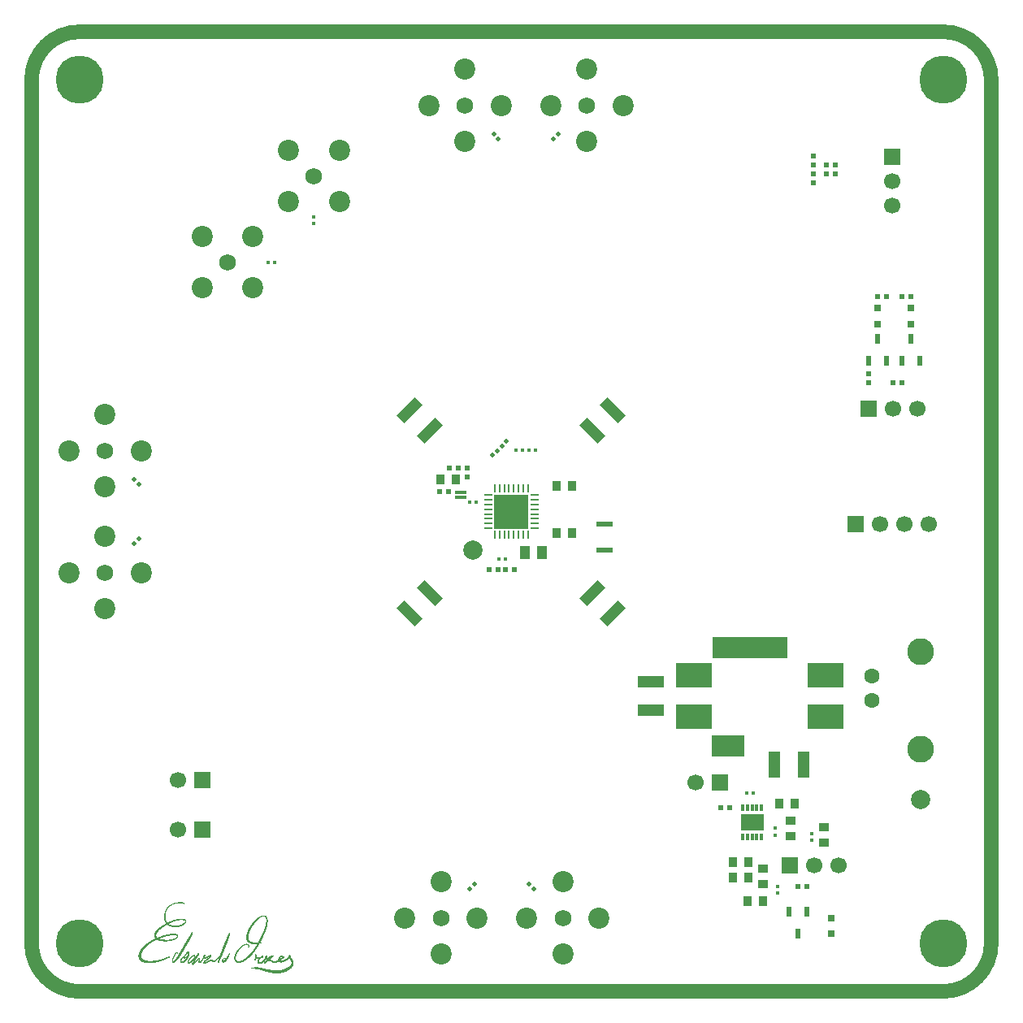
<source format=gts>
G04*
G04 #@! TF.GenerationSoftware,Altium Limited,Altium Designer,24.2.2 (26)*
G04*
G04 Layer_Color=8388736*
%FSLAX26Y26*%
%MOIN*%
G70*
G04*
G04 #@! TF.SameCoordinates,46F5A5B2-6880-422F-88BA-D3FAC370E1DB*
G04*
G04*
G04 #@! TF.FilePolarity,Negative*
G04*
G01*
G75*
%ADD19R,0.022835X0.024409*%
%ADD20R,0.066929X0.023622*%
%ADD21R,0.024409X0.022835*%
%ADD22R,0.023622X0.039370*%
%ADD23R,0.031496X0.031496*%
%ADD24R,0.032000X0.010000*%
%ADD25R,0.010000X0.032000*%
%ADD26R,0.017716X0.015748*%
%ADD27R,0.004921X0.023622*%
%ADD28R,0.037402X0.039370*%
%ADD29R,0.035433X0.039370*%
%ADD30R,0.039370X0.035433*%
%ADD31R,0.015748X0.017716*%
%ADD32R,0.039370X0.037402*%
%ADD33R,0.011811X0.031496*%
%ADD34R,0.097638X0.068898*%
%ADD35R,0.045276X0.106299*%
%ADD36R,0.311024X0.090551*%
%ADD37R,0.133858X0.090551*%
%ADD38R,0.149606X0.098425*%
%ADD39R,0.106299X0.045276*%
G04:AMPARAMS|DCode=40|XSize=17.716mil|YSize=15.748mil|CornerRadius=0mil|HoleSize=0mil|Usage=FLASHONLY|Rotation=45.000|XOffset=0mil|YOffset=0mil|HoleType=Round|Shape=Rectangle|*
%AMROTATEDRECTD40*
4,1,4,-0.000696,-0.011832,-0.011832,-0.000696,0.000696,0.011832,0.011832,0.000696,-0.000696,-0.011832,0.0*
%
%ADD40ROTATEDRECTD40*%

G04:AMPARAMS|DCode=41|XSize=17.716mil|YSize=15.748mil|CornerRadius=0mil|HoleSize=0mil|Usage=FLASHONLY|Rotation=315.000|XOffset=0mil|YOffset=0mil|HoleType=Round|Shape=Rectangle|*
%AMROTATEDRECTD41*
4,1,4,-0.011832,0.000696,-0.000696,0.011832,0.011832,-0.000696,0.000696,-0.011832,-0.011832,0.000696,0.0*
%
%ADD41ROTATEDRECTD41*%

%ADD42C,0.068898*%
G04:AMPARAMS|DCode=43|XSize=106.299mil|YSize=45.276mil|CornerRadius=0mil|HoleSize=0mil|Usage=FLASHONLY|Rotation=45.000|XOffset=0mil|YOffset=0mil|HoleType=Round|Shape=Rectangle|*
%AMROTATEDRECTD43*
4,1,4,-0.021575,-0.053590,-0.053590,-0.021575,0.021575,0.053590,0.053590,0.021575,-0.021575,-0.053590,0.0*
%
%ADD43ROTATEDRECTD43*%

G04:AMPARAMS|DCode=44|XSize=106.299mil|YSize=45.276mil|CornerRadius=0mil|HoleSize=0mil|Usage=FLASHONLY|Rotation=135.000|XOffset=0mil|YOffset=0mil|HoleType=Round|Shape=Rectangle|*
%AMROTATEDRECTD44*
4,1,4,0.053590,-0.021575,0.021575,-0.053590,-0.053590,0.021575,-0.021575,0.053590,0.053590,-0.021575,0.0*
%
%ADD44ROTATEDRECTD44*%

%ADD45R,0.047244X0.011811*%
%ADD46R,0.023622X0.004921*%
%ADD47R,0.016753X0.015748*%
%ADD48R,0.043307X0.057087*%
%ADD49C,0.059055*%
%ADD50R,0.144000X0.144000*%
%ADD51C,0.078740*%
%ADD52C,0.066929*%
%ADD53R,0.066929X0.066929*%
%ADD54R,0.066929X0.066929*%
%ADD55C,0.110236*%
%ADD56C,0.062992*%
%ADD57C,0.086614*%
%ADD58C,0.196850*%
G36*
X615646Y366311D02*
X616479D01*
Y366269D01*
X616895D01*
Y366228D01*
X617395D01*
Y366186D01*
X617770D01*
Y366144D01*
X618062D01*
Y366103D01*
X618395D01*
Y366061D01*
X618645D01*
Y366019D01*
X618895D01*
Y365978D01*
X619186D01*
Y365936D01*
X619311D01*
Y365894D01*
X619561D01*
Y365853D01*
X619769D01*
Y365811D01*
X619894D01*
Y365769D01*
X620061D01*
Y365728D01*
X620186D01*
Y365686D01*
X620352D01*
Y365644D01*
X620477D01*
Y365603D01*
X620602D01*
Y365561D01*
X620769D01*
Y365519D01*
X620894D01*
Y365478D01*
X620977D01*
Y365436D01*
X621144D01*
Y365395D01*
X621227D01*
Y365353D01*
X621352D01*
Y365311D01*
X621477D01*
Y365270D01*
X621560D01*
Y365228D01*
X621685D01*
Y365186D01*
X621810D01*
Y365145D01*
X621894D01*
Y365103D01*
X622019D01*
Y365061D01*
X622102D01*
Y365020D01*
X622185D01*
Y364978D01*
X622310D01*
Y364936D01*
X622352D01*
Y364895D01*
X622477D01*
Y364853D01*
X622560D01*
Y364811D01*
X622643D01*
Y364770D01*
X622768D01*
Y364728D01*
X622810D01*
Y364687D01*
X622893D01*
Y364645D01*
X623018D01*
Y364603D01*
X623060D01*
Y364562D01*
X623185D01*
Y364520D01*
X623268D01*
Y364478D01*
X623310D01*
Y364437D01*
X623393D01*
Y364395D01*
X623476D01*
Y364353D01*
X623560D01*
Y364312D01*
X623643D01*
Y364270D01*
X623685D01*
Y364228D01*
X623768D01*
Y364187D01*
X623851D01*
Y364145D01*
X623893D01*
Y364103D01*
X623976D01*
Y364062D01*
X624059D01*
Y364020D01*
X624143D01*
Y363978D01*
X624184D01*
Y363937D01*
X624268D01*
Y363895D01*
X624309D01*
Y363853D01*
X624393D01*
Y363812D01*
X624434D01*
Y363770D01*
X624518D01*
Y363728D01*
X624559D01*
Y363687D01*
X624643D01*
Y363645D01*
X624726D01*
Y363604D01*
X624768D01*
Y363562D01*
X624809D01*
Y363520D01*
X624892D01*
Y363479D01*
X624934D01*
Y363437D01*
X625017D01*
Y363395D01*
X625059D01*
Y363354D01*
X625101D01*
Y363312D01*
X625184D01*
Y363270D01*
X625226D01*
Y363229D01*
X625267D01*
Y363187D01*
X625309D01*
Y363145D01*
X625392D01*
Y363104D01*
X625434D01*
Y363062D01*
X625476D01*
Y363020D01*
X625517D01*
Y362979D01*
X625601D01*
Y362937D01*
X625642D01*
Y362896D01*
X625684D01*
Y362854D01*
X625726D01*
Y362812D01*
X625767D01*
Y362771D01*
X625850D01*
Y362729D01*
X625892D01*
Y362687D01*
X625934D01*
Y362646D01*
X625975D01*
Y362604D01*
X626017D01*
Y362562D01*
X626059D01*
Y362521D01*
X626100D01*
Y362479D01*
X626142D01*
Y362437D01*
X626184D01*
Y362396D01*
X626225D01*
Y362354D01*
X626267D01*
Y362312D01*
X626309D01*
Y362271D01*
X626350D01*
Y362229D01*
X626392D01*
Y362187D01*
X626475D01*
Y362146D01*
X626517D01*
Y362104D01*
X626558D01*
Y362062D01*
X626600D01*
Y361979D01*
X626642D01*
Y361938D01*
X626683D01*
Y361896D01*
X626725D01*
Y361854D01*
X626767D01*
Y361812D01*
X626808D01*
Y361771D01*
X626850D01*
Y361729D01*
X626892D01*
Y361688D01*
X626933D01*
Y361646D01*
X626975D01*
Y361604D01*
X627017D01*
Y361563D01*
X627058D01*
Y361479D01*
X627100D01*
Y361438D01*
X627142D01*
Y361396D01*
X627183D01*
Y361354D01*
X627225D01*
Y361313D01*
X627267D01*
Y361229D01*
X627308D01*
Y361188D01*
X627350D01*
Y361146D01*
X627391D01*
Y361104D01*
X627433D01*
Y361021D01*
X627475D01*
Y360979D01*
X627516D01*
Y360938D01*
X627558D01*
Y360855D01*
X627600D01*
Y360813D01*
X627641D01*
Y360771D01*
X627683D01*
Y360688D01*
X627725D01*
Y360646D01*
X627766D01*
Y360563D01*
X627808D01*
Y360521D01*
X627850D01*
Y360438D01*
X627891D01*
Y360396D01*
X627933D01*
Y360271D01*
X627975D01*
Y360188D01*
X628016D01*
Y360105D01*
X628058D01*
Y359938D01*
X628100D01*
Y359855D01*
X628141D01*
Y359647D01*
X628183D01*
Y358772D01*
X628141D01*
Y358564D01*
X628100D01*
Y358439D01*
X628058D01*
Y358314D01*
X628016D01*
Y358231D01*
X627975D01*
Y358106D01*
X627933D01*
Y358022D01*
X627891D01*
Y357981D01*
X627850D01*
Y357897D01*
X627808D01*
Y357814D01*
X627766D01*
Y357772D01*
X627725D01*
Y357689D01*
X627683D01*
Y357647D01*
X627641D01*
Y357606D01*
X627600D01*
Y357522D01*
X627558D01*
Y357481D01*
X627516D01*
Y357439D01*
X627475D01*
Y357397D01*
X627433D01*
Y357356D01*
X627391D01*
Y357314D01*
X627308D01*
Y357272D01*
X627267D01*
Y357231D01*
X627225D01*
Y357189D01*
X627183D01*
Y357148D01*
X627100D01*
Y357106D01*
X627058D01*
Y357064D01*
X626975D01*
Y357023D01*
X626892D01*
Y356981D01*
X626808D01*
Y356939D01*
X626767D01*
Y356898D01*
X626642D01*
Y356856D01*
X626517D01*
Y356814D01*
X626434D01*
Y356773D01*
X626267D01*
Y356731D01*
X626059D01*
Y356689D01*
X625267D01*
Y356731D01*
X625101D01*
Y356773D01*
X624934D01*
Y356814D01*
X624809D01*
Y356856D01*
X624726D01*
Y356898D01*
X624601D01*
Y356939D01*
X624559D01*
Y356981D01*
X624434D01*
Y357023D01*
X624393D01*
Y357064D01*
X624309D01*
Y357106D01*
X624268D01*
Y357148D01*
X624184D01*
Y357189D01*
X624143D01*
Y357231D01*
X624101D01*
Y357272D01*
X624059D01*
Y357314D01*
X623976D01*
Y357356D01*
X623934D01*
Y357397D01*
X623893D01*
Y357439D01*
X623851D01*
Y357481D01*
X623809D01*
Y357522D01*
X623768D01*
Y357606D01*
X623726D01*
Y357647D01*
X623685D01*
Y357689D01*
X623643D01*
Y357731D01*
X623601D01*
Y357814D01*
X623560D01*
Y357856D01*
X623518D01*
Y357939D01*
X623476D01*
Y357981D01*
X623435D01*
Y358022D01*
X623393D01*
Y358106D01*
X623351D01*
Y358147D01*
X623310D01*
Y358189D01*
X623268D01*
Y358272D01*
X623226D01*
Y358314D01*
X623185D01*
Y358356D01*
X623143D01*
Y358397D01*
X623101D01*
Y358439D01*
X623060D01*
Y358480D01*
X623018D01*
Y358564D01*
X622976D01*
Y358605D01*
X622935D01*
Y358647D01*
X622893D01*
Y358689D01*
X622851D01*
Y358730D01*
X622810D01*
Y358772D01*
X622768D01*
Y358814D01*
X622727D01*
Y358855D01*
X622685D01*
Y358897D01*
X622643D01*
Y358939D01*
X622602D01*
Y358980D01*
X622560D01*
Y359022D01*
X622518D01*
Y359063D01*
X622477D01*
Y359105D01*
X622393D01*
Y359147D01*
X622352D01*
Y359188D01*
X622310D01*
Y359230D01*
X622268D01*
Y359272D01*
X622227D01*
Y359313D01*
X622185D01*
Y359355D01*
X622102D01*
Y359397D01*
X622060D01*
Y359438D01*
X622019D01*
Y359480D01*
X621977D01*
Y359522D01*
X621894D01*
Y359563D01*
X621852D01*
Y359605D01*
X621810D01*
Y359647D01*
X621727D01*
Y359688D01*
X621644D01*
Y359730D01*
X621602D01*
Y359772D01*
X621519D01*
Y359813D01*
X621477D01*
Y359855D01*
X621435D01*
Y359897D01*
X621352D01*
Y359938D01*
X621269D01*
Y359980D01*
X621227D01*
Y360022D01*
X621144D01*
Y360063D01*
X621061D01*
Y360105D01*
X620977D01*
Y360147D01*
X620936D01*
Y360188D01*
X620852D01*
Y360230D01*
X620769D01*
Y360271D01*
X620686D01*
Y360313D01*
X620602D01*
Y360355D01*
X620519D01*
Y360396D01*
X620436D01*
Y360438D01*
X620311D01*
Y360480D01*
X620269D01*
Y360521D01*
X620144D01*
Y360563D01*
X620061D01*
Y360605D01*
X619978D01*
Y360646D01*
X619853D01*
Y360688D01*
X619728D01*
Y360730D01*
X619644D01*
Y360771D01*
X619519D01*
Y360813D01*
X619436D01*
Y360855D01*
X619311D01*
Y360896D01*
X619186D01*
Y360938D01*
X619061D01*
Y360979D01*
X618936D01*
Y361021D01*
X618770D01*
Y361063D01*
X618686D01*
Y361104D01*
X618520D01*
Y361146D01*
X618395D01*
Y361188D01*
X618270D01*
Y361229D01*
X618103D01*
Y361271D01*
X618020D01*
Y361313D01*
X617853D01*
Y361354D01*
X617687D01*
Y361396D01*
X617562D01*
Y361438D01*
X617354D01*
Y361479D01*
X617229D01*
Y361521D01*
X617062D01*
Y361563D01*
X616854D01*
Y361604D01*
X616729D01*
Y361646D01*
X616479D01*
Y361688D01*
X616271D01*
Y361729D01*
X616104D01*
Y361771D01*
X615812D01*
Y361812D01*
X615604D01*
Y361854D01*
X615354D01*
Y361896D01*
X615021D01*
Y361938D01*
X614813D01*
Y361979D01*
X614438D01*
Y362021D01*
X614021D01*
Y362062D01*
X613688D01*
Y362104D01*
X613147D01*
Y362146D01*
X612605D01*
Y362187D01*
X611814D01*
Y362229D01*
X609315D01*
Y362187D01*
X608232D01*
Y362146D01*
X607357D01*
Y362104D01*
X606149D01*
Y362062D01*
X605441D01*
Y362021D01*
X604608D01*
Y361979D01*
X603734D01*
Y361938D01*
X603275D01*
Y361896D01*
X602567D01*
Y361854D01*
X602026D01*
Y361812D01*
X601609D01*
Y361771D01*
X601026D01*
Y361729D01*
X600693D01*
Y361688D01*
X600276D01*
Y361646D01*
X599818D01*
Y361604D01*
X599527D01*
Y361563D01*
X599110D01*
Y361521D01*
X598777D01*
Y361479D01*
X598527D01*
Y361438D01*
X598152D01*
Y361396D01*
X597902D01*
Y361354D01*
X597611D01*
Y361313D01*
X597278D01*
Y361271D01*
X597111D01*
Y361229D01*
X596819D01*
Y361188D01*
X596569D01*
Y361146D01*
X596361D01*
Y361104D01*
X596070D01*
Y361063D01*
X595861D01*
Y361021D01*
X595611D01*
Y360979D01*
X595320D01*
Y360938D01*
X595153D01*
Y360896D01*
X594862D01*
Y360855D01*
X594612D01*
Y360813D01*
X594404D01*
Y360771D01*
X594112D01*
Y360730D01*
X593904D01*
Y360688D01*
X593654D01*
Y360646D01*
X593362D01*
Y360605D01*
X593196D01*
Y360563D01*
X592904D01*
Y360521D01*
X592654D01*
Y360480D01*
X592446D01*
Y360438D01*
X592154D01*
Y360396D01*
X592071D01*
Y360355D01*
X591904D01*
Y360313D01*
X591738D01*
Y360271D01*
X591613D01*
Y360230D01*
X591446D01*
Y360188D01*
X591321D01*
Y360147D01*
X591196D01*
Y360105D01*
X591030D01*
Y360063D01*
X590905D01*
Y360022D01*
X590738D01*
Y359980D01*
X590572D01*
Y359938D01*
X590488D01*
Y359897D01*
X590322D01*
Y359855D01*
X590155D01*
Y359813D01*
X590030D01*
Y359772D01*
X589864D01*
Y359730D01*
X589739D01*
Y359688D01*
X589614D01*
Y359647D01*
X589447D01*
Y359605D01*
X589322D01*
Y359563D01*
X589155D01*
Y359522D01*
X589030D01*
Y359480D01*
X588905D01*
Y359438D01*
X588739D01*
Y359397D01*
X588614D01*
Y359355D01*
X588447D01*
Y359313D01*
X588281D01*
Y359272D01*
X588197D01*
Y359230D01*
X588031D01*
Y359188D01*
X587864D01*
Y359147D01*
X587739D01*
Y359105D01*
X587573D01*
Y359063D01*
X587448D01*
Y359022D01*
X587323D01*
Y358980D01*
X587156D01*
Y358939D01*
X587031D01*
Y358897D01*
X586865D01*
Y358855D01*
X586740D01*
Y358814D01*
X586615D01*
Y358772D01*
X586406D01*
Y358730D01*
X586323D01*
Y358689D01*
X586157D01*
Y358647D01*
X585990D01*
Y358605D01*
X585907D01*
Y358564D01*
X585698D01*
Y358522D01*
X585573D01*
Y358480D01*
X585448D01*
Y358439D01*
X585282D01*
Y358397D01*
X585157D01*
Y358356D01*
X585032D01*
Y358314D01*
X584865D01*
Y358272D01*
X584782D01*
Y358231D01*
X584657D01*
Y358189D01*
X584532D01*
Y358147D01*
X584449D01*
Y358106D01*
X584324D01*
Y358064D01*
X584241D01*
Y358022D01*
X584116D01*
Y357981D01*
X583991D01*
Y357939D01*
X583907D01*
Y357897D01*
X583782D01*
Y357856D01*
X583657D01*
Y357814D01*
X583574D01*
Y357772D01*
X583449D01*
Y357731D01*
X583366D01*
Y357689D01*
X583241D01*
Y357647D01*
X583116D01*
Y357606D01*
X583033D01*
Y357564D01*
X582908D01*
Y357522D01*
X582824D01*
Y357481D01*
X582741D01*
Y357439D01*
X582616D01*
Y357397D01*
X582533D01*
Y357356D01*
X582408D01*
Y357314D01*
X582283D01*
Y357272D01*
X582200D01*
Y357231D01*
X582075D01*
Y357189D01*
X581991D01*
Y357148D01*
X581908D01*
Y357106D01*
X581783D01*
Y357064D01*
X581700D01*
Y357023D01*
X581616D01*
Y356981D01*
X581492D01*
Y356939D01*
X581408D01*
Y356898D01*
X581283D01*
Y356856D01*
X581200D01*
Y356814D01*
X581117D01*
Y356773D01*
X580992D01*
Y356731D01*
X580908D01*
Y356689D01*
X580825D01*
Y356648D01*
X580700D01*
Y356606D01*
X580617D01*
Y356564D01*
X580492D01*
Y356523D01*
X580409D01*
Y356481D01*
X580325D01*
Y356440D01*
X580200D01*
Y356398D01*
X580159D01*
Y356356D01*
X580034D01*
Y356315D01*
X579951D01*
Y356273D01*
X579867D01*
Y356231D01*
X579742D01*
Y356190D01*
X579659D01*
Y356148D01*
X579576D01*
Y356106D01*
X579451D01*
Y356065D01*
X579409D01*
Y356023D01*
X579284D01*
Y355981D01*
X579201D01*
Y355940D01*
X579117D01*
Y355898D01*
X579034D01*
Y355856D01*
X578951D01*
Y355815D01*
X578867D01*
Y355773D01*
X578743D01*
Y355731D01*
X578659D01*
Y355690D01*
X578576D01*
Y355648D01*
X578493D01*
Y355606D01*
X578409D01*
Y355565D01*
X578326D01*
Y355523D01*
X578243D01*
Y355481D01*
X578159D01*
Y355440D01*
X578034D01*
Y355398D01*
X577993D01*
Y355357D01*
X577909D01*
Y355315D01*
X577785D01*
Y355273D01*
X577743D01*
Y355232D01*
X577618D01*
Y355190D01*
X577535D01*
Y355148D01*
X577451D01*
Y355107D01*
X577368D01*
Y355065D01*
X577285D01*
Y355023D01*
X577202D01*
Y354982D01*
X577118D01*
Y354940D01*
X577035D01*
Y354898D01*
X576952D01*
Y354857D01*
X576868D01*
Y354815D01*
X576827D01*
Y354773D01*
X576702D01*
Y354732D01*
X576660D01*
Y354690D01*
X576577D01*
Y354649D01*
X576452D01*
Y354607D01*
X576410D01*
Y354565D01*
X576327D01*
Y354524D01*
X576244D01*
Y354482D01*
X576160D01*
Y354440D01*
X576077D01*
Y354399D01*
X575994D01*
Y354357D01*
X575910D01*
Y354315D01*
X575827D01*
Y354274D01*
X575785D01*
Y354232D01*
X575702D01*
Y354190D01*
X575619D01*
Y354149D01*
X575535D01*
Y354107D01*
X575452D01*
Y354065D01*
X575369D01*
Y354024D01*
X575327D01*
Y353982D01*
X575202D01*
Y353940D01*
X575160D01*
Y353899D01*
X575077D01*
Y353857D01*
X574994D01*
Y353815D01*
X574952D01*
Y353774D01*
X574827D01*
Y353732D01*
X574786D01*
Y353690D01*
X574702D01*
Y353649D01*
X574619D01*
Y353607D01*
X574577D01*
Y353565D01*
X574494D01*
Y353524D01*
X574411D01*
Y353482D01*
X574369D01*
Y353441D01*
X574244D01*
Y353399D01*
X574203D01*
Y353357D01*
X574119D01*
Y353316D01*
X574036D01*
Y353274D01*
X573994D01*
Y353232D01*
X573911D01*
Y353191D01*
X573828D01*
Y353149D01*
X573786D01*
Y353107D01*
X573703D01*
Y353066D01*
X573619D01*
Y353024D01*
X573578D01*
Y352982D01*
X573495D01*
Y352941D01*
X573453D01*
Y352899D01*
X573370D01*
Y352858D01*
X573286D01*
Y352816D01*
X573245D01*
Y352774D01*
X573161D01*
Y352733D01*
X573120D01*
Y352691D01*
X573036D01*
Y352649D01*
X572953D01*
Y352608D01*
X572911D01*
Y352566D01*
X572828D01*
Y352524D01*
X572786D01*
Y352483D01*
X572703D01*
Y352441D01*
X572620D01*
Y352399D01*
X572578D01*
Y352358D01*
X572495D01*
Y352316D01*
X572453D01*
Y352274D01*
X572370D01*
Y352233D01*
X572328D01*
Y352191D01*
X572245D01*
Y352149D01*
X572203D01*
Y352108D01*
X572120D01*
Y352066D01*
X572037D01*
Y352024D01*
X571995D01*
Y351983D01*
X571912D01*
Y351941D01*
X571870D01*
Y351899D01*
X571787D01*
Y351858D01*
X571703D01*
Y351816D01*
X571662D01*
Y351774D01*
X571578D01*
Y351733D01*
X571537D01*
Y351691D01*
X571454D01*
Y351650D01*
X571370D01*
Y351608D01*
X571329D01*
Y351566D01*
X571245D01*
Y351525D01*
X571204D01*
Y351483D01*
X571120D01*
Y351441D01*
X571037D01*
Y351400D01*
X570995D01*
Y351358D01*
X570912D01*
Y351316D01*
X570870D01*
Y351275D01*
X570787D01*
Y351233D01*
X570745D01*
Y351191D01*
X570662D01*
Y351150D01*
X570620D01*
Y351108D01*
X570537D01*
Y351066D01*
X570454D01*
Y351025D01*
X570412D01*
Y350983D01*
X570329D01*
Y350942D01*
X570287D01*
Y350900D01*
X570204D01*
Y350858D01*
X570121D01*
Y350817D01*
X570079D01*
Y350775D01*
X569996D01*
Y350733D01*
X569954D01*
Y350692D01*
X569871D01*
Y350650D01*
X569788D01*
Y350608D01*
X569746D01*
Y350567D01*
X569663D01*
Y350525D01*
X569621D01*
Y350483D01*
X569538D01*
Y350442D01*
X569496D01*
Y350400D01*
X569413D01*
Y350358D01*
X569371D01*
Y350317D01*
X569288D01*
Y350275D01*
X569246D01*
Y350233D01*
X569204D01*
Y350192D01*
X569121D01*
Y350150D01*
X569079D01*
Y350108D01*
X568996D01*
Y350067D01*
X568955D01*
Y350025D01*
X568913D01*
Y349983D01*
X568830D01*
Y349942D01*
X568788D01*
Y349900D01*
X568746D01*
Y349859D01*
X568663D01*
Y349817D01*
X568621D01*
Y349775D01*
X568580D01*
Y349734D01*
X568496D01*
Y349692D01*
X568455D01*
Y349650D01*
X568413D01*
Y349609D01*
X568330D01*
Y349567D01*
X568288D01*
Y349525D01*
X568246D01*
Y349484D01*
X568205D01*
Y349442D01*
X568121D01*
Y349400D01*
X568080D01*
Y349359D01*
X568038D01*
Y349317D01*
X567955D01*
Y349275D01*
X567913D01*
Y349234D01*
X567871D01*
Y349192D01*
X567788D01*
Y349151D01*
X567747D01*
Y349109D01*
X567705D01*
Y349067D01*
X567663D01*
Y349026D01*
X567580D01*
Y348984D01*
X567538D01*
Y348942D01*
X567497D01*
Y348901D01*
X567413D01*
Y348859D01*
X567372D01*
Y348817D01*
X567330D01*
Y348776D01*
X567288D01*
Y348734D01*
X567247D01*
Y348692D01*
X567163D01*
Y348651D01*
X567122D01*
Y348609D01*
X567080D01*
Y348567D01*
X567038D01*
Y348526D01*
X566955D01*
Y348484D01*
X566913D01*
Y348442D01*
X566872D01*
Y348401D01*
X566830D01*
Y348359D01*
X566789D01*
Y348317D01*
X566705D01*
Y348276D01*
X566664D01*
Y348234D01*
X566622D01*
Y348192D01*
X566580D01*
Y348151D01*
X566539D01*
Y348109D01*
X566455D01*
Y348067D01*
X566414D01*
Y348026D01*
X566372D01*
Y347984D01*
X566330D01*
Y347943D01*
X566289D01*
Y347901D01*
X566247D01*
Y347859D01*
X566206D01*
Y347818D01*
X566122D01*
Y347776D01*
X566081D01*
Y347734D01*
X566039D01*
Y347693D01*
X565997D01*
Y347651D01*
X565956D01*
Y347609D01*
X565914D01*
Y347568D01*
X565872D01*
Y347526D01*
X565789D01*
Y347484D01*
X565747D01*
Y347443D01*
X565706D01*
Y347401D01*
X565664D01*
Y347360D01*
X565622D01*
Y347318D01*
X565581D01*
Y347276D01*
X565539D01*
Y347235D01*
X565497D01*
Y347193D01*
X565456D01*
Y347151D01*
X565414D01*
Y347110D01*
X565331D01*
Y347068D01*
X565289D01*
Y347026D01*
X565247D01*
Y346985D01*
X565206D01*
Y346943D01*
X565164D01*
Y346901D01*
X565122D01*
Y346860D01*
X565081D01*
Y346818D01*
X565039D01*
Y346776D01*
X564998D01*
Y346735D01*
X564956D01*
Y346693D01*
X564914D01*
Y346651D01*
X564873D01*
Y346610D01*
X564831D01*
Y346568D01*
X564748D01*
Y346526D01*
X564706D01*
Y346485D01*
X564664D01*
Y346443D01*
X564623D01*
Y346401D01*
X564581D01*
Y346360D01*
X564539D01*
Y346318D01*
X564498D01*
Y346276D01*
X564456D01*
Y346235D01*
X564414D01*
Y346193D01*
X564373D01*
Y346152D01*
X564331D01*
Y346110D01*
X564289D01*
Y346068D01*
X564248D01*
Y346027D01*
X564206D01*
Y345985D01*
X564164D01*
Y345943D01*
X564123D01*
Y345902D01*
X564081D01*
Y345860D01*
X564040D01*
Y345818D01*
X563998D01*
Y345777D01*
X563956D01*
Y345735D01*
X563915D01*
Y345693D01*
X563873D01*
Y345652D01*
X563831D01*
Y345610D01*
X563790D01*
Y345568D01*
X563748D01*
Y345527D01*
X563706D01*
Y345485D01*
X563665D01*
Y345443D01*
X563623D01*
Y345360D01*
X563540D01*
Y345318D01*
X563498D01*
Y345235D01*
X563457D01*
Y345194D01*
X563415D01*
Y345152D01*
X563373D01*
Y345110D01*
X563332D01*
Y345069D01*
X563290D01*
Y345027D01*
X563248D01*
Y344985D01*
X563207D01*
Y344944D01*
X563165D01*
Y344902D01*
X563123D01*
Y344860D01*
X563082D01*
Y344819D01*
X563040D01*
Y344777D01*
X562998D01*
Y344735D01*
X562957D01*
Y344652D01*
X562915D01*
Y344611D01*
X562873D01*
Y344569D01*
X562832D01*
Y344527D01*
X562790D01*
Y344486D01*
X562748D01*
Y344444D01*
X562707D01*
Y344402D01*
X562665D01*
Y344361D01*
X562623D01*
Y344319D01*
X562582D01*
Y344236D01*
X562540D01*
Y344194D01*
X562499D01*
Y344152D01*
X562457D01*
Y344111D01*
X562415D01*
Y344069D01*
X562374D01*
Y344027D01*
X562332D01*
Y343986D01*
X562290D01*
Y343902D01*
X562249D01*
Y343861D01*
X562207D01*
Y343819D01*
X562165D01*
Y343777D01*
X562124D01*
Y343736D01*
X562082D01*
Y343694D01*
X562040D01*
Y343611D01*
X561999D01*
Y343569D01*
X561957D01*
Y343527D01*
X561915D01*
Y343486D01*
X561874D01*
Y343444D01*
X561832D01*
Y343403D01*
X561790D01*
Y343319D01*
X561749D01*
Y343278D01*
X561707D01*
Y343236D01*
X561665D01*
Y343194D01*
X561624D01*
Y343111D01*
X561582D01*
Y343069D01*
X561540D01*
Y343028D01*
X561499D01*
Y342986D01*
X561457D01*
Y342944D01*
X561415D01*
Y342861D01*
X561374D01*
Y342819D01*
X561332D01*
Y342778D01*
X561291D01*
Y342736D01*
X561249D01*
Y342695D01*
X561207D01*
Y342611D01*
X561166D01*
Y342570D01*
X561124D01*
Y342528D01*
X561082D01*
Y342445D01*
X561041D01*
Y342403D01*
X560999D01*
Y342361D01*
X560957D01*
Y342278D01*
X560916D01*
Y342236D01*
X560874D01*
Y342195D01*
X560832D01*
Y342153D01*
X560791D01*
Y342070D01*
X560749D01*
Y342028D01*
X560707D01*
Y341986D01*
X560666D01*
Y341903D01*
X560624D01*
Y341861D01*
X560582D01*
Y341820D01*
X560541D01*
Y341736D01*
X560499D01*
Y341695D01*
X560458D01*
Y341653D01*
X560416D01*
Y341570D01*
X560374D01*
Y341528D01*
X560333D01*
Y341487D01*
X560291D01*
Y341403D01*
X560249D01*
Y341362D01*
X560208D01*
Y341320D01*
X560166D01*
Y341237D01*
X560124D01*
Y341195D01*
X560083D01*
Y341112D01*
X560041D01*
Y341070D01*
X559999D01*
Y341028D01*
X559958D01*
Y340945D01*
X559916D01*
Y340904D01*
X559874D01*
Y340862D01*
X559833D01*
Y340779D01*
X559791D01*
Y340737D01*
X559750D01*
Y340695D01*
X559708D01*
Y340612D01*
X559666D01*
Y340570D01*
X559625D01*
Y340487D01*
X559583D01*
Y340445D01*
X559541D01*
Y340404D01*
X559500D01*
Y340320D01*
X559458D01*
Y340279D01*
X559416D01*
Y340195D01*
X559375D01*
Y340154D01*
X559333D01*
Y340112D01*
X559291D01*
Y340029D01*
X559250D01*
Y339987D01*
X559208D01*
Y339945D01*
X559166D01*
Y339862D01*
X559125D01*
Y339820D01*
X559083D01*
Y339737D01*
X559041D01*
Y339696D01*
X559000D01*
Y339654D01*
X558958D01*
Y339571D01*
X558916D01*
Y339529D01*
X558875D01*
Y339446D01*
X558833D01*
Y339404D01*
X558792D01*
Y339362D01*
X558750D01*
Y339279D01*
X558708D01*
Y339196D01*
X558667D01*
Y339154D01*
X558625D01*
Y339071D01*
X558583D01*
Y339029D01*
X558542D01*
Y338988D01*
X558500D01*
Y338904D01*
X558458D01*
Y338863D01*
X558417D01*
Y338779D01*
X558375D01*
Y338738D01*
X558333D01*
Y338696D01*
X558292D01*
Y338613D01*
X558250D01*
Y338571D01*
X558208D01*
Y338488D01*
X558167D01*
Y338404D01*
X558125D01*
Y338363D01*
X558083D01*
Y338279D01*
X558042D01*
Y338238D01*
X558000D01*
Y338196D01*
X557958D01*
Y338113D01*
X557917D01*
Y338071D01*
X557875D01*
Y337988D01*
X557833D01*
Y337905D01*
X557792D01*
Y337863D01*
X557750D01*
Y337780D01*
X557709D01*
Y337738D01*
X557667D01*
Y337696D01*
X557625D01*
Y337613D01*
X557584D01*
Y337530D01*
X557542D01*
Y337488D01*
X557500D01*
Y337405D01*
X557459D01*
Y337363D01*
X557417D01*
Y337280D01*
X557375D01*
Y337238D01*
X557334D01*
Y337155D01*
X557292D01*
Y337072D01*
X557250D01*
Y337030D01*
X557209D01*
Y336947D01*
X557167D01*
Y336905D01*
X557125D01*
Y336822D01*
X557084D01*
Y336738D01*
X557042D01*
Y336697D01*
X557000D01*
Y336613D01*
X556959D01*
Y336530D01*
X556917D01*
Y336488D01*
X556875D01*
Y336405D01*
X556834D01*
Y336363D01*
X556792D01*
Y336280D01*
X556751D01*
Y336197D01*
X556709D01*
Y336155D01*
X556667D01*
Y336072D01*
X556626D01*
Y335989D01*
X556584D01*
Y335947D01*
X556542D01*
Y335864D01*
X556501D01*
Y335780D01*
X556459D01*
Y335739D01*
X556417D01*
Y335655D01*
X556376D01*
Y335572D01*
X556334D01*
Y335530D01*
X556292D01*
Y335447D01*
X556251D01*
Y335364D01*
X556209D01*
Y335281D01*
X556167D01*
Y335239D01*
X556126D01*
Y335156D01*
X556084D01*
Y335072D01*
X556043D01*
Y335031D01*
X556001D01*
Y334947D01*
X555959D01*
Y334864D01*
X555918D01*
Y334781D01*
X555876D01*
Y334697D01*
X555834D01*
Y334614D01*
X555793D01*
Y334572D01*
X555751D01*
Y334489D01*
X555709D01*
Y334406D01*
X555668D01*
Y334322D01*
X555626D01*
Y334239D01*
X555584D01*
Y334198D01*
X555543D01*
Y334114D01*
X555501D01*
Y334031D01*
X555459D01*
Y333948D01*
X555418D01*
Y333864D01*
X555376D01*
Y333781D01*
X555334D01*
Y333698D01*
X555293D01*
Y333615D01*
X555251D01*
Y333573D01*
X555210D01*
Y333448D01*
X555168D01*
Y333365D01*
X555126D01*
Y333281D01*
X555085D01*
Y333198D01*
X555043D01*
Y333115D01*
X555001D01*
Y333031D01*
X554960D01*
Y332906D01*
X554918D01*
Y332865D01*
X554876D01*
Y332781D01*
X554835D01*
Y332656D01*
X554793D01*
Y332615D01*
X554751D01*
Y332490D01*
X554710D01*
Y332407D01*
X554668D01*
Y332323D01*
X554626D01*
Y332240D01*
X554585D01*
Y332157D01*
X554543D01*
Y332073D01*
X554501D01*
Y331990D01*
X554460D01*
Y331907D01*
X554418D01*
Y331823D01*
X554376D01*
Y331740D01*
X554335D01*
Y331657D01*
X554293D01*
Y331532D01*
X554251D01*
Y331490D01*
X554210D01*
Y331365D01*
X554168D01*
Y331282D01*
X554126D01*
Y331199D01*
X554085D01*
Y331115D01*
X554043D01*
Y331032D01*
X554002D01*
Y330949D01*
X553960D01*
Y330865D01*
X553918D01*
Y330782D01*
X553877D01*
Y330699D01*
X553835D01*
Y330574D01*
X553793D01*
Y330532D01*
X553752D01*
Y330407D01*
X553710D01*
Y330324D01*
X553668D01*
Y330241D01*
X553627D01*
Y330157D01*
X553585D01*
Y330074D01*
X553543D01*
Y329991D01*
X553502D01*
Y329908D01*
X553460D01*
Y329824D01*
X553418D01*
Y329741D01*
X553377D01*
Y329658D01*
X553335D01*
Y329574D01*
X553293D01*
Y329449D01*
X553252D01*
Y329408D01*
X553210D01*
Y329283D01*
X553168D01*
Y329199D01*
X553127D01*
Y329116D01*
X553085D01*
Y329033D01*
X553044D01*
Y328950D01*
X553002D01*
Y328866D01*
X552960D01*
Y328783D01*
X552919D01*
Y328700D01*
X552877D01*
Y328616D01*
X552835D01*
Y328491D01*
X552794D01*
Y328366D01*
X552752D01*
Y328200D01*
X552710D01*
Y328075D01*
X552669D01*
Y327950D01*
X552627D01*
Y327783D01*
X552585D01*
Y327658D01*
X552544D01*
Y327533D01*
X552502D01*
Y327367D01*
X552461D01*
Y327242D01*
X552419D01*
Y327075D01*
X552377D01*
Y326950D01*
X552336D01*
Y326825D01*
X552294D01*
Y326659D01*
X552252D01*
Y326534D01*
X552211D01*
Y326409D01*
X552169D01*
Y326242D01*
X552127D01*
Y326117D01*
X552086D01*
Y325951D01*
X552044D01*
Y325826D01*
X552002D01*
Y325701D01*
X551961D01*
Y325534D01*
X551919D01*
Y325451D01*
X551877D01*
Y325284D01*
X551836D01*
Y325118D01*
X551794D01*
Y324993D01*
X551752D01*
Y324826D01*
X551711D01*
Y324701D01*
X551669D01*
Y324576D01*
X551627D01*
Y324409D01*
X551586D01*
Y324326D01*
X551544D01*
Y324160D01*
X551503D01*
Y323993D01*
X551461D01*
Y323826D01*
X551419D01*
Y323618D01*
X551378D01*
Y323452D01*
X551336D01*
Y323285D01*
X551294D01*
Y323035D01*
X551253D01*
Y322910D01*
X551211D01*
Y322702D01*
X551169D01*
Y322493D01*
X551128D01*
Y322327D01*
X551086D01*
Y322119D01*
X551044D01*
Y321910D01*
X551003D01*
Y321744D01*
X550961D01*
Y321494D01*
X550919D01*
Y321327D01*
X550878D01*
Y321119D01*
X550836D01*
Y320869D01*
X550794D01*
Y320702D01*
X550753D01*
Y320411D01*
X550711D01*
Y320244D01*
X550669D01*
Y320036D01*
X550628D01*
Y319745D01*
X550586D01*
Y319578D01*
X550544D01*
Y319286D01*
X550503D01*
Y319036D01*
X550461D01*
Y318870D01*
X550419D01*
Y318578D01*
X550378D01*
Y318328D01*
X550336D01*
Y318078D01*
X550295D01*
Y317745D01*
X550253D01*
Y317579D01*
X550211D01*
Y317245D01*
X550170D01*
Y316954D01*
X550128D01*
Y316746D01*
X550086D01*
Y316371D01*
X550045D01*
Y316079D01*
X550003D01*
Y315788D01*
X549961D01*
Y315413D01*
X549920D01*
Y315163D01*
X549878D01*
Y314788D01*
X549836D01*
Y314372D01*
X549795D01*
Y314122D01*
X549753D01*
Y313622D01*
X549712D01*
Y313247D01*
X549670D01*
Y312830D01*
X549628D01*
Y312289D01*
X549587D01*
Y311914D01*
X549545D01*
Y311289D01*
X549503D01*
Y310581D01*
X549462D01*
Y309998D01*
X549420D01*
Y308915D01*
X549378D01*
Y307457D01*
X549337D01*
Y305500D01*
X549378D01*
Y304125D01*
X549420D01*
Y303084D01*
X549462D01*
Y302584D01*
X549503D01*
Y301959D01*
X549545D01*
Y301376D01*
X549587D01*
Y301001D01*
X549628D01*
Y300377D01*
X549670D01*
Y299918D01*
X549712D01*
Y299460D01*
X549753D01*
Y298877D01*
X549795D01*
Y298461D01*
X549836D01*
Y297919D01*
X549878D01*
Y297336D01*
X549920D01*
Y296961D01*
X549961D01*
Y296378D01*
X550003D01*
Y295878D01*
X550045D01*
Y295670D01*
X550086D01*
Y295503D01*
X550128D01*
Y295378D01*
X550170D01*
Y295253D01*
X550211D01*
Y295087D01*
X550253D01*
Y295003D01*
X550295D01*
Y294837D01*
X550336D01*
Y294712D01*
X550378D01*
Y294587D01*
X550419D01*
Y294462D01*
X550461D01*
Y294337D01*
X550503D01*
Y294212D01*
X550544D01*
Y294046D01*
X550586D01*
Y293962D01*
X550628D01*
Y293796D01*
X550669D01*
Y293671D01*
X550711D01*
Y293546D01*
X550753D01*
Y293421D01*
X550794D01*
Y293296D01*
X550836D01*
Y293171D01*
X550878D01*
Y293004D01*
X550919D01*
Y292921D01*
X550961D01*
Y292754D01*
X551003D01*
Y292629D01*
X551044D01*
Y292504D01*
X551086D01*
Y292338D01*
X551128D01*
Y292255D01*
X551169D01*
Y292130D01*
X551211D01*
Y292005D01*
X551253D01*
Y291921D01*
X551294D01*
Y291838D01*
X551336D01*
Y291755D01*
X551378D01*
Y291671D01*
X551419D01*
Y291546D01*
X551461D01*
Y291463D01*
X551503D01*
Y291380D01*
X551544D01*
Y291255D01*
X551586D01*
Y291213D01*
X551627D01*
Y291088D01*
X551669D01*
Y291005D01*
X551711D01*
Y290922D01*
X551752D01*
Y290797D01*
X551794D01*
Y290755D01*
X551836D01*
Y290630D01*
X551877D01*
Y290547D01*
X551919D01*
Y290464D01*
X551961D01*
Y290380D01*
X552002D01*
Y290297D01*
X552044D01*
Y290214D01*
X552086D01*
Y290089D01*
X552127D01*
Y290047D01*
X552169D01*
Y289922D01*
X552211D01*
Y289839D01*
X552252D01*
Y289797D01*
X552294D01*
Y289672D01*
X552336D01*
Y289589D01*
X552377D01*
Y289547D01*
X552419D01*
Y289422D01*
X552461D01*
Y289380D01*
X552502D01*
Y289256D01*
X552544D01*
Y289172D01*
X552585D01*
Y289131D01*
X552627D01*
Y289006D01*
X552669D01*
Y288922D01*
X552710D01*
Y288881D01*
X552752D01*
Y288756D01*
X552794D01*
Y288714D01*
X552835D01*
Y288631D01*
X552877D01*
Y288506D01*
X552919D01*
Y288464D01*
X552960D01*
Y288381D01*
X553002D01*
Y288298D01*
X553044D01*
Y288214D01*
X553085D01*
Y288131D01*
X553127D01*
Y288089D01*
X553168D01*
Y288006D01*
X553210D01*
Y287881D01*
X553252D01*
Y287839D01*
X553293D01*
Y287756D01*
X553335D01*
Y287673D01*
X553377D01*
Y287631D01*
X553418D01*
Y287506D01*
X553460D01*
Y287465D01*
X553502D01*
Y287381D01*
X553543D01*
Y287298D01*
X553585D01*
Y287256D01*
X553627D01*
Y287173D01*
X553668D01*
Y287090D01*
X553710D01*
Y287006D01*
X553752D01*
Y286923D01*
X553793D01*
Y286882D01*
X553835D01*
Y286798D01*
X553877D01*
Y286715D01*
X553918D01*
Y286673D01*
X553960D01*
Y286590D01*
X554002D01*
Y286507D01*
X554043D01*
Y286465D01*
X554085D01*
Y286382D01*
X554126D01*
Y286298D01*
X554168D01*
Y286257D01*
X554210D01*
Y286173D01*
X554251D01*
Y286132D01*
X554293D01*
Y286048D01*
X554335D01*
Y285965D01*
X554376D01*
Y285923D01*
X554418D01*
Y285840D01*
X554460D01*
Y285757D01*
X554501D01*
Y285715D01*
X554543D01*
Y285632D01*
X554585D01*
Y285590D01*
X554626D01*
Y285507D01*
X554668D01*
Y285424D01*
X554710D01*
Y285382D01*
X554751D01*
Y285299D01*
X554793D01*
Y285257D01*
X554835D01*
Y285174D01*
X554876D01*
Y285132D01*
X554918D01*
Y285049D01*
X554960D01*
Y285007D01*
X555001D01*
Y284924D01*
X555043D01*
Y284882D01*
X555085D01*
Y284799D01*
X555126D01*
Y284757D01*
X555168D01*
Y284674D01*
X555210D01*
Y284632D01*
X555251D01*
Y284591D01*
X555293D01*
Y284507D01*
X555334D01*
Y284466D01*
X555376D01*
Y284382D01*
X555418D01*
Y284341D01*
X555459D01*
Y284257D01*
X555501D01*
Y284216D01*
X555543D01*
Y284174D01*
X555584D01*
Y284091D01*
X555626D01*
Y284049D01*
X555668D01*
Y283966D01*
X555709D01*
Y283924D01*
X555751D01*
Y283882D01*
X555793D01*
Y283799D01*
X555834D01*
Y283758D01*
X555876D01*
Y283716D01*
X555918D01*
Y283633D01*
X555959D01*
Y283591D01*
X556001D01*
Y283549D01*
X556043D01*
Y283466D01*
X556084D01*
Y283424D01*
X556126D01*
Y283383D01*
X556167D01*
Y283341D01*
X556209D01*
Y283258D01*
X556251D01*
Y283216D01*
X556292D01*
Y283175D01*
X556334D01*
Y283091D01*
X556376D01*
Y283050D01*
X556417D01*
Y283008D01*
X556459D01*
Y282966D01*
X556501D01*
Y282883D01*
X556542D01*
Y282841D01*
X556584D01*
Y282800D01*
X556626D01*
Y282758D01*
X556667D01*
Y282675D01*
X556709D01*
Y282633D01*
X556751D01*
Y282591D01*
X556792D01*
Y282550D01*
X556834D01*
Y282508D01*
X556875D01*
Y282425D01*
X556917D01*
Y282383D01*
X556959D01*
Y282341D01*
X557000D01*
Y282300D01*
X557042D01*
Y282258D01*
X557084D01*
Y282216D01*
X557125D01*
Y282175D01*
X557167D01*
Y282091D01*
X557209D01*
Y282050D01*
X557250D01*
Y282008D01*
X557292D01*
Y281967D01*
X557334D01*
Y281925D01*
X557375D01*
Y281883D01*
X557500D01*
Y281925D01*
X557584D01*
Y281967D01*
X557667D01*
Y282008D01*
X557750D01*
Y282050D01*
X557833D01*
Y282091D01*
X557917D01*
Y282133D01*
X558000D01*
Y282175D01*
X558083D01*
Y282216D01*
X558167D01*
Y282258D01*
X558250D01*
Y282300D01*
X558333D01*
Y282341D01*
X558417D01*
Y282383D01*
X558500D01*
Y282425D01*
X558583D01*
Y282466D01*
X558708D01*
Y282508D01*
X558750D01*
Y282550D01*
X558833D01*
Y282591D01*
X558958D01*
Y282633D01*
X559000D01*
Y282675D01*
X559125D01*
Y282716D01*
X559208D01*
Y282758D01*
X559250D01*
Y282800D01*
X559375D01*
Y282841D01*
X559458D01*
Y282883D01*
X559541D01*
Y282925D01*
X559625D01*
Y282966D01*
X559666D01*
Y283008D01*
X559791D01*
Y283050D01*
X559874D01*
Y283091D01*
X559958D01*
Y283133D01*
X560041D01*
Y283175D01*
X560124D01*
Y283216D01*
X560208D01*
Y283258D01*
X560291D01*
Y283299D01*
X560374D01*
Y283341D01*
X560458D01*
Y283383D01*
X560541D01*
Y283424D01*
X560624D01*
Y283466D01*
X560707D01*
Y283508D01*
X560791D01*
Y283549D01*
X560874D01*
Y283591D01*
X560999D01*
Y283633D01*
X561041D01*
Y283674D01*
X561166D01*
Y283716D01*
X561249D01*
Y283758D01*
X561291D01*
Y283799D01*
X561415D01*
Y283841D01*
X561457D01*
Y283882D01*
X561582D01*
Y283924D01*
X561665D01*
Y283966D01*
X561707D01*
Y284007D01*
X561832D01*
Y284049D01*
X561915D01*
Y284091D01*
X561999D01*
Y284132D01*
X562082D01*
Y284174D01*
X562165D01*
Y284216D01*
X562249D01*
Y284257D01*
X562332D01*
Y284299D01*
X562415D01*
Y284341D01*
X562499D01*
Y284382D01*
X562582D01*
Y284424D01*
X562665D01*
Y284466D01*
X562748D01*
Y284507D01*
X562832D01*
Y284549D01*
X562915D01*
Y284591D01*
X563040D01*
Y284632D01*
X563082D01*
Y284674D01*
X563207D01*
Y284716D01*
X563290D01*
Y284757D01*
X563332D01*
Y284799D01*
X563457D01*
Y284841D01*
X563498D01*
Y284882D01*
X563623D01*
Y284924D01*
X563706D01*
Y284966D01*
X563748D01*
Y285007D01*
X563873D01*
Y285049D01*
X563956D01*
Y285090D01*
X564040D01*
Y285132D01*
X564164D01*
Y285174D01*
X564248D01*
Y285215D01*
X564331D01*
Y285257D01*
X564456D01*
Y285299D01*
X564539D01*
Y285340D01*
X564664D01*
Y285382D01*
X564748D01*
Y285424D01*
X564831D01*
Y285465D01*
X564956D01*
Y285507D01*
X565039D01*
Y285549D01*
X565164D01*
Y285590D01*
X565289D01*
Y285632D01*
X565372D01*
Y285674D01*
X565456D01*
Y285715D01*
X565581D01*
Y285757D01*
X565664D01*
Y285798D01*
X565789D01*
Y285840D01*
X565872D01*
Y285882D01*
X565956D01*
Y285923D01*
X566081D01*
Y285965D01*
X566164D01*
Y286007D01*
X566289D01*
Y286048D01*
X566414D01*
Y286090D01*
X566455D01*
Y286132D01*
X566622D01*
Y286173D01*
X566705D01*
Y286215D01*
X566789D01*
Y286257D01*
X566913D01*
Y286298D01*
X566997D01*
Y286340D01*
X567122D01*
Y286382D01*
X567205D01*
Y286423D01*
X567288D01*
Y286465D01*
X567413D01*
Y286507D01*
X567497D01*
Y286548D01*
X567622D01*
Y286590D01*
X567705D01*
Y286632D01*
X567788D01*
Y286673D01*
X567913D01*
Y286715D01*
X568038D01*
Y286757D01*
X568121D01*
Y286798D01*
X568246D01*
Y286840D01*
X568330D01*
Y286882D01*
X568413D01*
Y286923D01*
X568538D01*
Y286965D01*
X568621D01*
Y287006D01*
X568746D01*
Y287048D01*
X568830D01*
Y287090D01*
X568913D01*
Y287131D01*
X569038D01*
Y287173D01*
X569121D01*
Y287215D01*
X569246D01*
Y287256D01*
X569371D01*
Y287298D01*
X569413D01*
Y287340D01*
X569538D01*
Y287381D01*
X569663D01*
Y287423D01*
X569746D01*
Y287465D01*
X569871D01*
Y287506D01*
X569954D01*
Y287548D01*
X570037D01*
Y287589D01*
X570162D01*
Y287631D01*
X570246D01*
Y287673D01*
X570371D01*
Y287714D01*
X570454D01*
Y287756D01*
X570537D01*
Y287798D01*
X570662D01*
Y287839D01*
X570745D01*
Y287881D01*
X570870D01*
Y287923D01*
X570995D01*
Y287964D01*
X571037D01*
Y288006D01*
X571162D01*
Y288048D01*
X571287D01*
Y288089D01*
X571370D01*
Y288131D01*
X571495D01*
Y288173D01*
X571578D01*
Y288214D01*
X571662D01*
Y288256D01*
X571787D01*
Y288298D01*
X571870D01*
Y288339D01*
X571995D01*
Y288381D01*
X572078D01*
Y288423D01*
X572162D01*
Y288464D01*
X572287D01*
Y288506D01*
X572370D01*
Y288548D01*
X572495D01*
Y288589D01*
X572620D01*
Y288631D01*
X572661D01*
Y288673D01*
X572786D01*
Y288714D01*
X572911D01*
Y288756D01*
X572995D01*
Y288797D01*
X573120D01*
Y288839D01*
X573203D01*
Y288881D01*
X573286D01*
Y288922D01*
X573411D01*
Y288964D01*
X573495D01*
Y289006D01*
X573578D01*
Y289047D01*
X573703D01*
Y289089D01*
X573786D01*
Y289131D01*
X573911D01*
Y289172D01*
X573994D01*
Y289214D01*
X574078D01*
Y289256D01*
X574203D01*
Y289297D01*
X574286D01*
Y289339D01*
X574411D01*
Y289380D01*
X574494D01*
Y289422D01*
X574577D01*
Y289464D01*
X574702D01*
Y289505D01*
X574786D01*
Y289547D01*
X574911D01*
Y289589D01*
X575036D01*
Y289630D01*
X575119D01*
Y289672D01*
X575244D01*
Y289714D01*
X575327D01*
Y289755D01*
X575410D01*
Y289797D01*
X575535D01*
Y289839D01*
X575619D01*
Y289880D01*
X575744D01*
Y289922D01*
X575869D01*
Y289964D01*
X575952D01*
Y290005D01*
X576077D01*
Y290047D01*
X576160D01*
Y290089D01*
X576244D01*
Y290130D01*
X576368D01*
Y290172D01*
X576452D01*
Y290214D01*
X576577D01*
Y290255D01*
X576702D01*
Y290297D01*
X576785D01*
Y290339D01*
X576910D01*
Y290380D01*
X576993D01*
Y290422D01*
X577118D01*
Y290464D01*
X577243D01*
Y290505D01*
X577326D01*
Y290547D01*
X577410D01*
Y290588D01*
X577576D01*
Y290630D01*
X577618D01*
Y290672D01*
X577743D01*
Y290713D01*
X577868D01*
Y290755D01*
X577951D01*
Y290797D01*
X578076D01*
Y290838D01*
X578201D01*
Y290880D01*
X578284D01*
Y290922D01*
X578409D01*
Y290963D01*
X578493D01*
Y291005D01*
X578618D01*
Y291047D01*
X578743D01*
Y291088D01*
X578826D01*
Y291130D01*
X578951D01*
Y291172D01*
X579076D01*
Y291213D01*
X579159D01*
Y291255D01*
X579284D01*
Y291296D01*
X579409D01*
Y291338D01*
X579534D01*
Y291380D01*
X579617D01*
Y291421D01*
X579742D01*
Y291463D01*
X579867D01*
Y291505D01*
X579951D01*
Y291546D01*
X580075D01*
Y291588D01*
X580200D01*
Y291630D01*
X580284D01*
Y291671D01*
X580409D01*
Y291713D01*
X580534D01*
Y291755D01*
X580617D01*
Y291796D01*
X580784D01*
Y291838D01*
X580867D01*
Y291880D01*
X580992D01*
Y291921D01*
X581117D01*
Y291963D01*
X581200D01*
Y292005D01*
X581367D01*
Y292046D01*
X581450D01*
Y292088D01*
X581575D01*
Y292130D01*
X581700D01*
Y292171D01*
X581783D01*
Y292213D01*
X581908D01*
Y292255D01*
X582075D01*
Y292296D01*
X582158D01*
Y292338D01*
X582283D01*
Y292380D01*
X582408D01*
Y292421D01*
X582491D01*
Y292463D01*
X582658D01*
Y292504D01*
X582741D01*
Y292546D01*
X582866D01*
Y292588D01*
X583033D01*
Y292629D01*
X583116D01*
Y292671D01*
X583241D01*
Y292713D01*
X583366D01*
Y292754D01*
X583449D01*
Y292796D01*
X583616D01*
Y292838D01*
X583699D01*
Y292879D01*
X583824D01*
Y292921D01*
X583991D01*
Y292963D01*
X584074D01*
Y293004D01*
X584199D01*
Y293046D01*
X584365D01*
Y293087D01*
X584449D01*
Y293129D01*
X584615D01*
Y293171D01*
X584699D01*
Y293212D01*
X584824D01*
Y293254D01*
X584990D01*
Y293296D01*
X585074D01*
Y293337D01*
X585199D01*
Y293379D01*
X585365D01*
Y293421D01*
X585448D01*
Y293462D01*
X585615D01*
Y293504D01*
X585698D01*
Y293546D01*
X585823D01*
Y293587D01*
X585990D01*
Y293629D01*
X586073D01*
Y293671D01*
X586240D01*
Y293712D01*
X586365D01*
Y293754D01*
X586490D01*
Y293796D01*
X586656D01*
Y293837D01*
X586740D01*
Y293879D01*
X586865D01*
Y293921D01*
X587031D01*
Y293962D01*
X587115D01*
Y294004D01*
X587281D01*
Y294046D01*
X587406D01*
Y294087D01*
X587531D01*
Y294129D01*
X587698D01*
Y294171D01*
X587823D01*
Y294212D01*
X587948D01*
Y294254D01*
X588114D01*
Y294295D01*
X588197D01*
Y294337D01*
X588364D01*
Y294379D01*
X588489D01*
Y294420D01*
X588614D01*
Y294462D01*
X588781D01*
Y294504D01*
X588905D01*
Y294545D01*
X589030D01*
Y294587D01*
X589197D01*
Y294629D01*
X589322D01*
Y294670D01*
X589489D01*
Y294712D01*
X589614D01*
Y294754D01*
X589739D01*
Y294795D01*
X589905D01*
Y294837D01*
X590030D01*
Y294878D01*
X590155D01*
Y294920D01*
X590322D01*
Y294962D01*
X590447D01*
Y295003D01*
X590613D01*
Y295045D01*
X590780D01*
Y295087D01*
X590863D01*
Y295128D01*
X591071D01*
Y295170D01*
X591155D01*
Y295212D01*
X591321D01*
Y295253D01*
X591488D01*
Y295295D01*
X591613D01*
Y295337D01*
X591779D01*
Y295378D01*
X591946D01*
Y295420D01*
X592071D01*
Y295462D01*
X592238D01*
Y295503D01*
X592363D01*
Y295545D01*
X592529D01*
Y295587D01*
X592696D01*
Y295628D01*
X592821D01*
Y295670D01*
X592987D01*
Y295712D01*
X593154D01*
Y295753D01*
X593279D01*
Y295795D01*
X593487D01*
Y295837D01*
X593612D01*
Y295878D01*
X593779D01*
Y295920D01*
X593987D01*
Y295962D01*
X594070D01*
Y296003D01*
X594279D01*
Y296045D01*
X594445D01*
Y296086D01*
X594570D01*
Y296128D01*
X594778D01*
Y296170D01*
X594903D01*
Y296211D01*
X595070D01*
Y296253D01*
X595278D01*
Y296295D01*
X595403D01*
Y296336D01*
X595611D01*
Y296378D01*
X595820D01*
Y296420D01*
X595945D01*
Y296461D01*
X596153D01*
Y296503D01*
X596319D01*
Y296545D01*
X596486D01*
Y296586D01*
X596736D01*
Y296628D01*
X596861D01*
Y296670D01*
X597069D01*
Y296711D01*
X597278D01*
Y296753D01*
X597444D01*
Y296795D01*
X597694D01*
Y296836D01*
X597861D01*
Y296878D01*
X598069D01*
Y296920D01*
X598277D01*
Y296961D01*
X598444D01*
Y297003D01*
X598694D01*
Y297044D01*
X598944D01*
Y297086D01*
X599110D01*
Y297128D01*
X599360D01*
Y297169D01*
X599568D01*
Y297211D01*
X599818D01*
Y297253D01*
X600068D01*
Y297294D01*
X600276D01*
Y297336D01*
X600568D01*
Y297378D01*
X600818D01*
Y297419D01*
X601026D01*
Y297461D01*
X601359D01*
Y297503D01*
X601568D01*
Y297544D01*
X601901D01*
Y297586D01*
X602234D01*
Y297627D01*
X602484D01*
Y297669D01*
X602817D01*
Y297711D01*
X603192D01*
Y297752D01*
X603484D01*
Y297794D01*
X603942D01*
Y297836D01*
X604275D01*
Y297877D01*
X604733D01*
Y297919D01*
X605316D01*
Y297961D01*
X605774D01*
Y298002D01*
X606482D01*
Y298044D01*
X607149D01*
Y298086D01*
X607649D01*
Y298127D01*
X608357D01*
Y298169D01*
X608898D01*
Y298211D01*
X609523D01*
Y298252D01*
X610231D01*
Y298294D01*
X610689D01*
Y298336D01*
X611522D01*
Y298377D01*
X612439D01*
Y298419D01*
X613355D01*
Y298461D01*
X617687D01*
Y298419D01*
X618520D01*
Y298377D01*
X619311D01*
Y298336D01*
X619978D01*
Y298294D01*
X620352D01*
Y298252D01*
X620894D01*
Y298211D01*
X621269D01*
Y298169D01*
X621602D01*
Y298127D01*
X622019D01*
Y298086D01*
X622268D01*
Y298044D01*
X622560D01*
Y298002D01*
X622893D01*
Y297961D01*
X623101D01*
Y297919D01*
X623393D01*
Y297877D01*
X623643D01*
Y297836D01*
X623851D01*
Y297794D01*
X624143D01*
Y297752D01*
X624309D01*
Y297711D01*
X624518D01*
Y297669D01*
X624768D01*
Y297627D01*
X624892D01*
Y297586D01*
X625101D01*
Y297544D01*
X625309D01*
Y297503D01*
X625434D01*
Y297461D01*
X625642D01*
Y297419D01*
X625809D01*
Y297378D01*
X625975D01*
Y297336D01*
X626142D01*
Y297294D01*
X626267D01*
Y297253D01*
X626434D01*
Y297211D01*
X626600D01*
Y297169D01*
X626725D01*
Y297128D01*
X626892D01*
Y297086D01*
X626975D01*
Y297044D01*
X627142D01*
Y297003D01*
X627267D01*
Y296961D01*
X627391D01*
Y296920D01*
X627516D01*
Y296878D01*
X627641D01*
Y296836D01*
X627766D01*
Y296795D01*
X627891D01*
Y296753D01*
X627975D01*
Y296711D01*
X628100D01*
Y296670D01*
X628225D01*
Y296628D01*
X628308D01*
Y296586D01*
X628433D01*
Y296545D01*
X628558D01*
Y296503D01*
X628641D01*
Y296461D01*
X628766D01*
Y296420D01*
X628808D01*
Y296378D01*
X628933D01*
Y296336D01*
X629058D01*
Y296295D01*
X629099D01*
Y296253D01*
X629224D01*
Y296211D01*
X629308D01*
Y296170D01*
X629391D01*
Y296128D01*
X629474D01*
Y296086D01*
X629557D01*
Y296045D01*
X629641D01*
Y296003D01*
X629724D01*
Y295962D01*
X629807D01*
Y295920D01*
X629891D01*
Y295878D01*
X629974D01*
Y295837D01*
X630016D01*
Y295795D01*
X630099D01*
Y295753D01*
X630182D01*
Y295712D01*
X630265D01*
Y295670D01*
X630349D01*
Y295628D01*
X630390D01*
Y295587D01*
X630474D01*
Y295545D01*
X630557D01*
Y295503D01*
X630599D01*
Y295462D01*
X630682D01*
Y295420D01*
X630765D01*
Y295378D01*
X630807D01*
Y295337D01*
X630890D01*
Y295295D01*
X630932D01*
Y295253D01*
X631015D01*
Y295212D01*
X631098D01*
Y295170D01*
X631140D01*
Y295128D01*
X631182D01*
Y295087D01*
X631265D01*
Y295045D01*
X631307D01*
Y295003D01*
X631390D01*
Y294962D01*
X631432D01*
Y294920D01*
X631515D01*
Y294878D01*
X631557D01*
Y294837D01*
X631598D01*
Y294795D01*
X631682D01*
Y294754D01*
X631723D01*
Y294712D01*
X631765D01*
Y294670D01*
X631848D01*
Y294629D01*
X631890D01*
Y294587D01*
X631932D01*
Y294545D01*
X631973D01*
Y294504D01*
X632057D01*
Y294462D01*
X632098D01*
Y294420D01*
X632140D01*
Y294379D01*
X632182D01*
Y294337D01*
X632265D01*
Y294295D01*
X632306D01*
Y294254D01*
X632348D01*
Y294212D01*
X632390D01*
Y294171D01*
X632431D01*
Y294129D01*
X632473D01*
Y294087D01*
X632515D01*
Y294046D01*
X632598D01*
Y294004D01*
X632640D01*
Y293962D01*
X632681D01*
Y293921D01*
X632723D01*
Y293879D01*
X632765D01*
Y293837D01*
X632806D01*
Y293796D01*
X632848D01*
Y293754D01*
X632889D01*
Y293712D01*
X632931D01*
Y293671D01*
X632973D01*
Y293629D01*
X633014D01*
Y293587D01*
X633056D01*
Y293546D01*
X633098D01*
Y293504D01*
X633139D01*
Y293462D01*
X633181D01*
Y293421D01*
X633223D01*
Y293379D01*
X633264D01*
Y293337D01*
X633306D01*
Y293296D01*
X633348D01*
Y293254D01*
X633389D01*
Y293171D01*
X633431D01*
Y293129D01*
X633473D01*
Y293087D01*
X633514D01*
Y293046D01*
X633556D01*
Y293004D01*
X633598D01*
Y292921D01*
X633639D01*
Y292879D01*
X633681D01*
Y292838D01*
X633723D01*
Y292796D01*
X633764D01*
Y292754D01*
X633806D01*
Y292671D01*
X633847D01*
Y292629D01*
X633889D01*
Y292588D01*
X633931D01*
Y292504D01*
X633972D01*
Y292463D01*
X634014D01*
Y292421D01*
X634056D01*
Y292338D01*
X634097D01*
Y292296D01*
X634139D01*
Y292213D01*
X634181D01*
Y292171D01*
X634222D01*
Y292130D01*
X634264D01*
Y292046D01*
X634306D01*
Y291963D01*
X634347D01*
Y291921D01*
X634389D01*
Y291838D01*
X634431D01*
Y291796D01*
X634472D01*
Y291713D01*
X634514D01*
Y291630D01*
X634556D01*
Y291546D01*
X634597D01*
Y291463D01*
X634639D01*
Y291380D01*
X634681D01*
Y291338D01*
X634722D01*
Y291213D01*
X634764D01*
Y291172D01*
X634806D01*
Y291088D01*
X634847D01*
Y290963D01*
X634889D01*
Y290880D01*
X634931D01*
Y290797D01*
X634972D01*
Y290672D01*
X635014D01*
Y290588D01*
X635055D01*
Y290464D01*
X635097D01*
Y290380D01*
X635139D01*
Y290255D01*
X635180D01*
Y290089D01*
X635222D01*
Y290005D01*
X635264D01*
Y289839D01*
X635305D01*
Y289672D01*
X635347D01*
Y289547D01*
X635389D01*
Y289297D01*
X635430D01*
Y289131D01*
X635472D01*
Y288839D01*
X635514D01*
Y288256D01*
X635555D01*
Y287548D01*
X635514D01*
Y287006D01*
X635472D01*
Y286590D01*
X635430D01*
Y286382D01*
X635389D01*
Y286090D01*
X635347D01*
Y285882D01*
X635305D01*
Y285715D01*
X635264D01*
Y285507D01*
X635222D01*
Y285382D01*
X635180D01*
Y285215D01*
X635139D01*
Y285049D01*
X635097D01*
Y284924D01*
X635055D01*
Y284757D01*
X635014D01*
Y284674D01*
X634972D01*
Y284549D01*
X634931D01*
Y284382D01*
X634889D01*
Y284299D01*
X634847D01*
Y284174D01*
X634806D01*
Y284091D01*
X634764D01*
Y284007D01*
X634722D01*
Y283841D01*
X634681D01*
Y283799D01*
X634639D01*
Y283674D01*
X634597D01*
Y283549D01*
X634556D01*
Y283508D01*
X634514D01*
Y283383D01*
X634472D01*
Y283299D01*
X634431D01*
Y283216D01*
X634389D01*
Y283133D01*
X634347D01*
Y283050D01*
X634306D01*
Y282966D01*
X634264D01*
Y282883D01*
X634222D01*
Y282800D01*
X634181D01*
Y282716D01*
X634139D01*
Y282633D01*
X634097D01*
Y282550D01*
X634056D01*
Y282466D01*
X634014D01*
Y282425D01*
X633972D01*
Y282341D01*
X633931D01*
Y282258D01*
X633889D01*
Y282175D01*
X633847D01*
Y282133D01*
X633806D01*
Y282050D01*
X633764D01*
Y281967D01*
X633723D01*
Y281883D01*
X633681D01*
Y281842D01*
X633639D01*
Y281758D01*
X633598D01*
Y281675D01*
X633556D01*
Y281633D01*
X633514D01*
Y281550D01*
X633473D01*
Y281508D01*
X633431D01*
Y281425D01*
X633389D01*
Y281384D01*
X633348D01*
Y281300D01*
X633306D01*
Y281259D01*
X633264D01*
Y281175D01*
X633223D01*
Y281134D01*
X633181D01*
Y281050D01*
X633139D01*
Y281009D01*
X633098D01*
Y280967D01*
X633056D01*
Y280884D01*
X633014D01*
Y280842D01*
X632973D01*
Y280759D01*
X632931D01*
Y280717D01*
X632889D01*
Y280634D01*
X632848D01*
Y280592D01*
X632806D01*
Y280550D01*
X632765D01*
Y280467D01*
X632723D01*
Y280425D01*
X632681D01*
Y280384D01*
X632640D01*
Y280300D01*
X632598D01*
Y280259D01*
X632556D01*
Y280217D01*
X632515D01*
Y280134D01*
X632473D01*
Y280092D01*
X632431D01*
Y280051D01*
X632390D01*
Y279967D01*
X632348D01*
Y279926D01*
X632306D01*
Y279884D01*
X632265D01*
Y279842D01*
X632223D01*
Y279801D01*
X632182D01*
Y279717D01*
X632140D01*
Y279676D01*
X632098D01*
Y279634D01*
X632057D01*
Y279551D01*
X632015D01*
Y279509D01*
X631973D01*
Y279467D01*
X631932D01*
Y279426D01*
X631890D01*
Y279384D01*
X631848D01*
Y279342D01*
X631807D01*
Y279259D01*
X631765D01*
Y279218D01*
X631723D01*
Y279176D01*
X631682D01*
Y279134D01*
X631640D01*
Y279093D01*
X631598D01*
Y279009D01*
X631557D01*
Y278968D01*
X631515D01*
Y278926D01*
X631473D01*
Y278884D01*
X631432D01*
Y278843D01*
X631390D01*
Y278801D01*
X631348D01*
Y278759D01*
X631307D01*
Y278718D01*
X631265D01*
Y278635D01*
X631223D01*
Y278593D01*
X631182D01*
Y278551D01*
X631140D01*
Y278510D01*
X631098D01*
Y278468D01*
X631057D01*
Y278426D01*
X631015D01*
Y278385D01*
X630974D01*
Y278343D01*
X630932D01*
Y278301D01*
X630890D01*
Y278260D01*
X630849D01*
Y278218D01*
X630807D01*
Y278176D01*
X630765D01*
Y278135D01*
X630724D01*
Y278051D01*
X630682D01*
Y278010D01*
X630640D01*
Y277968D01*
X630599D01*
Y277926D01*
X630557D01*
Y277885D01*
X630515D01*
Y277843D01*
X630474D01*
Y277801D01*
X630432D01*
Y277760D01*
X630390D01*
Y277718D01*
X630349D01*
Y277676D01*
X630307D01*
Y277635D01*
X630265D01*
Y277593D01*
X630224D01*
Y277551D01*
X630182D01*
Y277510D01*
X630140D01*
Y277468D01*
X630099D01*
Y277427D01*
X630057D01*
Y277385D01*
X630016D01*
Y277343D01*
X629974D01*
Y277302D01*
X629932D01*
Y277260D01*
X629891D01*
Y277218D01*
X629849D01*
Y277177D01*
X629807D01*
Y277135D01*
X629766D01*
Y277093D01*
X629724D01*
Y277052D01*
X629682D01*
Y277010D01*
X629599D01*
Y276927D01*
X629516D01*
Y276885D01*
X629474D01*
Y276843D01*
X629433D01*
Y276802D01*
X629391D01*
Y276760D01*
X629349D01*
Y276719D01*
X629308D01*
Y276677D01*
X629266D01*
Y276635D01*
X629224D01*
Y276594D01*
X629183D01*
Y276552D01*
X629141D01*
Y276510D01*
X629099D01*
Y276469D01*
X629058D01*
Y276427D01*
X629016D01*
Y276385D01*
X628974D01*
Y276344D01*
X628891D01*
Y276302D01*
X628849D01*
Y276260D01*
X628808D01*
Y276219D01*
X628766D01*
Y276177D01*
X628724D01*
Y276135D01*
X628683D01*
Y276094D01*
X628641D01*
Y276052D01*
X628599D01*
Y276010D01*
X628516D01*
Y275927D01*
X628433D01*
Y275885D01*
X628391D01*
Y275844D01*
X628350D01*
Y275802D01*
X628308D01*
Y275760D01*
X628266D01*
Y275719D01*
X628225D01*
Y275677D01*
X628141D01*
Y275635D01*
X628100D01*
Y275594D01*
X628058D01*
Y275552D01*
X628016D01*
Y275511D01*
X627975D01*
Y275469D01*
X627933D01*
Y275427D01*
X627850D01*
Y275386D01*
X627808D01*
Y275344D01*
X627766D01*
Y275302D01*
X627725D01*
Y275261D01*
X627683D01*
Y275219D01*
X627641D01*
Y275177D01*
X627558D01*
Y275136D01*
X627516D01*
Y275094D01*
X627475D01*
Y275052D01*
X627433D01*
Y275011D01*
X627391D01*
Y274969D01*
X627308D01*
Y274928D01*
X627267D01*
Y274886D01*
X627225D01*
Y274844D01*
X627183D01*
Y274803D01*
X627142D01*
Y274761D01*
X627058D01*
Y274719D01*
X627017D01*
Y274678D01*
X626975D01*
Y274636D01*
X626933D01*
Y274594D01*
X626850D01*
Y274553D01*
X626808D01*
Y274511D01*
X626767D01*
Y274469D01*
X626725D01*
Y274428D01*
X626683D01*
Y274386D01*
X626642D01*
Y274344D01*
X626558D01*
Y274303D01*
X626517D01*
Y274261D01*
X626475D01*
Y274219D01*
X626434D01*
Y274178D01*
X626392D01*
Y274136D01*
X626309D01*
Y274094D01*
X626267D01*
Y274053D01*
X626225D01*
Y274011D01*
X626142D01*
Y273969D01*
X626100D01*
Y273928D01*
X626059D01*
Y273886D01*
X626017D01*
Y273844D01*
X625934D01*
Y273803D01*
X625892D01*
Y273761D01*
X625850D01*
Y273720D01*
X625767D01*
Y273678D01*
X625726D01*
Y273636D01*
X625684D01*
Y273595D01*
X625601D01*
Y273553D01*
X625559D01*
Y273511D01*
X625517D01*
Y273470D01*
X625434D01*
Y273428D01*
X625392D01*
Y273386D01*
X625351D01*
Y273345D01*
X625267D01*
Y273303D01*
X625226D01*
Y273261D01*
X625184D01*
Y273220D01*
X625101D01*
Y273178D01*
X625059D01*
Y273137D01*
X625017D01*
Y273095D01*
X624934D01*
Y273053D01*
X624892D01*
Y273012D01*
X624809D01*
Y272970D01*
X624768D01*
Y272928D01*
X624726D01*
Y272887D01*
X624643D01*
Y272845D01*
X624601D01*
Y272803D01*
X624518D01*
Y272762D01*
X624476D01*
Y272720D01*
X624393D01*
Y272678D01*
X624351D01*
Y272637D01*
X624309D01*
Y272595D01*
X624226D01*
Y272553D01*
X624143D01*
Y272512D01*
X624101D01*
Y272470D01*
X624018D01*
Y272428D01*
X623976D01*
Y272387D01*
X623934D01*
Y272345D01*
X623851D01*
Y272303D01*
X623809D01*
Y272262D01*
X623726D01*
Y272220D01*
X623643D01*
Y272178D01*
X623601D01*
Y272137D01*
X623518D01*
Y272095D01*
X623476D01*
Y272053D01*
X623393D01*
Y272012D01*
X623310D01*
Y271970D01*
X623268D01*
Y271929D01*
X623185D01*
Y271887D01*
X623143D01*
Y271845D01*
X623060D01*
Y271804D01*
X622976D01*
Y271762D01*
X622935D01*
Y271720D01*
X622851D01*
Y271679D01*
X622768D01*
Y271637D01*
X622727D01*
Y271595D01*
X622643D01*
Y271554D01*
X622560D01*
Y271512D01*
X622518D01*
Y271470D01*
X622435D01*
Y271429D01*
X622352D01*
Y271387D01*
X622268D01*
Y271345D01*
X622185D01*
Y271304D01*
X622143D01*
Y271262D01*
X622060D01*
Y271221D01*
X621977D01*
Y271179D01*
X621935D01*
Y271137D01*
X621810D01*
Y271096D01*
X621769D01*
Y271054D01*
X621685D01*
Y271012D01*
X621602D01*
Y270971D01*
X621519D01*
Y270929D01*
X621435D01*
Y270887D01*
X621352D01*
Y270846D01*
X621310D01*
Y270804D01*
X621186D01*
Y270762D01*
X621144D01*
Y270721D01*
X621061D01*
Y270679D01*
X620936D01*
Y270637D01*
X620894D01*
Y270596D01*
X620769D01*
Y270554D01*
X620686D01*
Y270512D01*
X620602D01*
Y270471D01*
X620519D01*
Y270429D01*
X620394D01*
Y270387D01*
X620311D01*
Y270346D01*
X620186D01*
Y270304D01*
X620102D01*
Y270262D01*
X619978D01*
Y270221D01*
X619894D01*
Y270179D01*
X619811D01*
Y270137D01*
X619686D01*
Y270096D01*
X619603D01*
Y270054D01*
X619478D01*
Y270013D01*
X619353D01*
Y269971D01*
X619311D01*
Y269929D01*
X619186D01*
Y269888D01*
X619061D01*
Y269846D01*
X618978D01*
Y269804D01*
X618853D01*
Y269763D01*
X618770D01*
Y269721D01*
X618686D01*
Y269679D01*
X618561D01*
Y269638D01*
X618478D01*
Y269596D01*
X618353D01*
Y269554D01*
X618270D01*
Y269513D01*
X618187D01*
Y269471D01*
X618062D01*
Y269430D01*
X617978D01*
Y269388D01*
X617853D01*
Y269346D01*
X617728D01*
Y269305D01*
X617645D01*
Y269263D01*
X617520D01*
Y269221D01*
X617437D01*
Y269180D01*
X617354D01*
Y269138D01*
X617229D01*
Y269096D01*
X617145D01*
Y269055D01*
X617020D01*
Y269013D01*
X616895D01*
Y268971D01*
X616854D01*
Y268930D01*
X616729D01*
Y268888D01*
X616604D01*
Y268846D01*
X616520D01*
Y268805D01*
X616395D01*
Y268763D01*
X616312D01*
Y268721D01*
X616229D01*
Y268680D01*
X616104D01*
Y268638D01*
X616021D01*
Y268596D01*
X615896D01*
Y268555D01*
X615812D01*
Y268513D01*
X615729D01*
Y268471D01*
X615604D01*
Y268430D01*
X615521D01*
Y268388D01*
X615396D01*
Y268346D01*
X615271D01*
Y268305D01*
X615188D01*
Y268263D01*
X615104D01*
Y268222D01*
X614979D01*
Y268180D01*
X614896D01*
Y268138D01*
X614771D01*
Y268097D01*
X614688D01*
Y268055D01*
X614563D01*
Y268013D01*
X614438D01*
Y267972D01*
X614396D01*
Y267930D01*
X614271D01*
Y267888D01*
X614146D01*
Y267847D01*
X614063D01*
Y267805D01*
X613938D01*
Y267763D01*
X613855D01*
Y267722D01*
X613730D01*
Y267680D01*
X613605D01*
Y267639D01*
X613522D01*
Y267597D01*
X613397D01*
Y267555D01*
X613313D01*
Y267514D01*
X613230D01*
Y267472D01*
X613063D01*
Y267430D01*
X612980D01*
Y267389D01*
X612897D01*
Y267347D01*
X612772D01*
Y267305D01*
X612689D01*
Y267264D01*
X612564D01*
Y267222D01*
X612439D01*
Y267180D01*
X612355D01*
Y267139D01*
X612189D01*
Y267097D01*
X612105D01*
Y267055D01*
X611981D01*
Y267014D01*
X611856D01*
Y266972D01*
X611772D01*
Y266930D01*
X611647D01*
Y266889D01*
X611522D01*
Y266847D01*
X611439D01*
Y266805D01*
X611314D01*
Y266764D01*
X611189D01*
Y266722D01*
X611106D01*
Y266680D01*
X610939D01*
Y266639D01*
X610856D01*
Y266597D01*
X610731D01*
Y266555D01*
X610606D01*
Y266514D01*
X610523D01*
Y266472D01*
X610356D01*
Y266431D01*
X610273D01*
Y266389D01*
X610148D01*
Y266347D01*
X609981D01*
Y266306D01*
X609898D01*
Y266264D01*
X609773D01*
Y266222D01*
X609648D01*
Y266181D01*
X609523D01*
Y266139D01*
X609398D01*
Y266097D01*
X609273D01*
Y266056D01*
X609148D01*
Y266014D01*
X608982D01*
Y265972D01*
X608898D01*
Y265931D01*
X608732D01*
Y265889D01*
X608607D01*
Y265847D01*
X608523D01*
Y265806D01*
X608357D01*
Y265764D01*
X608232D01*
Y265723D01*
X608107D01*
Y265681D01*
X607940D01*
Y265639D01*
X607857D01*
Y265598D01*
X607690D01*
Y265556D01*
X607524D01*
Y265514D01*
X607399D01*
Y265473D01*
X607232D01*
Y265431D01*
X607149D01*
Y265389D01*
X606982D01*
Y265348D01*
X606816D01*
Y265306D01*
X606691D01*
Y265264D01*
X606524D01*
Y265223D01*
X606399D01*
Y265181D01*
X606233D01*
Y265139D01*
X606066D01*
Y265098D01*
X605941D01*
Y265056D01*
X605774D01*
Y265014D01*
X605566D01*
Y264973D01*
X605441D01*
Y264931D01*
X605275D01*
Y264889D01*
X605108D01*
Y264848D01*
X604941D01*
Y264806D01*
X604733D01*
Y264764D01*
X604608D01*
Y264723D01*
X604400D01*
Y264681D01*
X604192D01*
Y264639D01*
X604067D01*
Y264598D01*
X603858D01*
Y264556D01*
X603650D01*
Y264515D01*
X603484D01*
Y264473D01*
X603234D01*
Y264431D01*
X603067D01*
Y264390D01*
X602859D01*
Y264348D01*
X602609D01*
Y264306D01*
X602442D01*
Y264265D01*
X602192D01*
Y264223D01*
X601942D01*
Y264181D01*
X601734D01*
Y264140D01*
X601443D01*
Y264098D01*
X601193D01*
Y264056D01*
X600943D01*
Y264015D01*
X600610D01*
Y263973D01*
X600360D01*
Y263932D01*
X599985D01*
Y263890D01*
X599610D01*
Y263848D01*
X599318D01*
Y263807D01*
X598819D01*
Y263765D01*
X598402D01*
Y263723D01*
X597819D01*
Y263682D01*
X596903D01*
Y263640D01*
X595528D01*
Y263598D01*
X593071D01*
Y263557D01*
X591238D01*
Y263598D01*
X588281D01*
Y263640D01*
X586448D01*
Y263682D01*
X585407D01*
Y263723D01*
X584699D01*
Y263765D01*
X584199D01*
Y263807D01*
X583616D01*
Y263848D01*
X583199D01*
Y263890D01*
X582741D01*
Y263932D01*
X582241D01*
Y263973D01*
X581950D01*
Y264015D01*
X581533D01*
Y264056D01*
X581117D01*
Y264098D01*
X580867D01*
Y264140D01*
X580450D01*
Y264181D01*
X580159D01*
Y264223D01*
X579826D01*
Y264265D01*
X579451D01*
Y264306D01*
X579242D01*
Y264348D01*
X578867D01*
Y264390D01*
X578576D01*
Y264431D01*
X578326D01*
Y264473D01*
X577993D01*
Y264515D01*
X577743D01*
Y264556D01*
X577451D01*
Y264598D01*
X577118D01*
Y264639D01*
X576910D01*
Y264681D01*
X576618D01*
Y264723D01*
X576327D01*
Y264764D01*
X576119D01*
Y264806D01*
X575785D01*
Y264848D01*
X575577D01*
Y264889D01*
X575327D01*
Y264931D01*
X575077D01*
Y264973D01*
X574911D01*
Y265014D01*
X574661D01*
Y265056D01*
X574411D01*
Y265098D01*
X574244D01*
Y265139D01*
X573994D01*
Y265181D01*
X573828D01*
Y265223D01*
X573661D01*
Y265264D01*
X573411D01*
Y265306D01*
X573286D01*
Y265348D01*
X573078D01*
Y265389D01*
X572870D01*
Y265431D01*
X572745D01*
Y265473D01*
X572537D01*
Y265514D01*
X572370D01*
Y265556D01*
X572203D01*
Y265598D01*
X572037D01*
Y265639D01*
X571912D01*
Y265681D01*
X571703D01*
Y265723D01*
X571537D01*
Y265764D01*
X571412D01*
Y265806D01*
X571245D01*
Y265847D01*
X571120D01*
Y265889D01*
X570995D01*
Y265931D01*
X570787D01*
Y265972D01*
X570704D01*
Y266014D01*
X570537D01*
Y266056D01*
X570412D01*
Y266097D01*
X570287D01*
Y266139D01*
X570121D01*
Y266181D01*
X569996D01*
Y266222D01*
X569871D01*
Y266264D01*
X569704D01*
Y266306D01*
X569621D01*
Y266347D01*
X569454D01*
Y266389D01*
X569329D01*
Y266431D01*
X569246D01*
Y266472D01*
X569079D01*
Y266514D01*
X568996D01*
Y266555D01*
X568871D01*
Y266597D01*
X568705D01*
Y266639D01*
X568621D01*
Y266680D01*
X568496D01*
Y266722D01*
X568371D01*
Y266764D01*
X568288D01*
Y266805D01*
X568163D01*
Y266847D01*
X568038D01*
Y266889D01*
X567955D01*
Y266930D01*
X567788D01*
Y266972D01*
X567747D01*
Y267014D01*
X567622D01*
Y267055D01*
X567497D01*
Y267097D01*
X567413D01*
Y267139D01*
X567288D01*
Y267180D01*
X567205D01*
Y267222D01*
X567080D01*
Y267264D01*
X566955D01*
Y267305D01*
X566872D01*
Y267347D01*
X566789D01*
Y267389D01*
X566664D01*
Y267430D01*
X566580D01*
Y267472D01*
X566455D01*
Y267514D01*
X566372D01*
Y267555D01*
X566289D01*
Y267597D01*
X566164D01*
Y267639D01*
X566122D01*
Y267680D01*
X565997D01*
Y267722D01*
X565914D01*
Y267763D01*
X565831D01*
Y267805D01*
X565706D01*
Y267847D01*
X565622D01*
Y267888D01*
X565539D01*
Y267930D01*
X565456D01*
Y267972D01*
X565372D01*
Y268013D01*
X565247D01*
Y268055D01*
X565164D01*
Y268097D01*
X565122D01*
Y268138D01*
X564998D01*
Y268180D01*
X564914D01*
Y268222D01*
X564831D01*
Y268263D01*
X564748D01*
Y268305D01*
X564664D01*
Y268346D01*
X564581D01*
Y268388D01*
X564498D01*
Y268430D01*
X564414D01*
Y268471D01*
X564331D01*
Y268513D01*
X564248D01*
Y268555D01*
X564164D01*
Y268596D01*
X564081D01*
Y268638D01*
X564040D01*
Y268680D01*
X563915D01*
Y268721D01*
X563831D01*
Y268763D01*
X563790D01*
Y268805D01*
X563706D01*
Y268846D01*
X563623D01*
Y268888D01*
X563540D01*
Y268930D01*
X563457D01*
Y268971D01*
X563415D01*
Y269013D01*
X563332D01*
Y269055D01*
X563248D01*
Y269096D01*
X563165D01*
Y269138D01*
X563082D01*
Y269180D01*
X563040D01*
Y269221D01*
X562957D01*
Y269263D01*
X562873D01*
Y269305D01*
X562790D01*
Y269346D01*
X562707D01*
Y269388D01*
X562665D01*
Y269430D01*
X562582D01*
Y269471D01*
X562499D01*
Y269513D01*
X562457D01*
Y269554D01*
X562374D01*
Y269596D01*
X562290D01*
Y269638D01*
X562249D01*
Y269679D01*
X562165D01*
Y269721D01*
X562082D01*
Y269763D01*
X562040D01*
Y269804D01*
X561957D01*
Y269846D01*
X561915D01*
Y269888D01*
X561832D01*
Y269929D01*
X561749D01*
Y269971D01*
X561707D01*
Y270013D01*
X561624D01*
Y270054D01*
X561582D01*
Y270096D01*
X561540D01*
Y270137D01*
X561457D01*
Y270179D01*
X561415D01*
Y270221D01*
X561374D01*
Y270262D01*
X561291D01*
Y270304D01*
X561249D01*
Y270346D01*
X561166D01*
Y270387D01*
X561124D01*
Y270429D01*
X561082D01*
Y270471D01*
X560999D01*
Y270512D01*
X560957D01*
Y270554D01*
X560874D01*
Y270596D01*
X560832D01*
Y270637D01*
X560791D01*
Y270679D01*
X560707D01*
Y270721D01*
X560666D01*
Y270762D01*
X560624D01*
Y270804D01*
X560541D01*
Y270846D01*
X560499D01*
Y270887D01*
X560416D01*
Y270929D01*
X560374D01*
Y270971D01*
X560333D01*
Y271012D01*
X560249D01*
Y271054D01*
X560208D01*
Y271096D01*
X560166D01*
Y271137D01*
X560083D01*
Y271179D01*
X560041D01*
Y271221D01*
X559958D01*
Y271262D01*
X559916D01*
Y271304D01*
X559874D01*
Y271345D01*
X559791D01*
Y271387D01*
X559750D01*
Y271429D01*
X559666D01*
Y271470D01*
X559625D01*
Y271512D01*
X559583D01*
Y271554D01*
X559500D01*
Y271595D01*
X559458D01*
Y271637D01*
X559416D01*
Y271679D01*
X559333D01*
Y271720D01*
X559291D01*
Y271762D01*
X559208D01*
Y271804D01*
X559166D01*
Y271845D01*
X559125D01*
Y271887D01*
X559041D01*
Y271929D01*
X559000D01*
Y271970D01*
X558916D01*
Y272012D01*
X558875D01*
Y272053D01*
X558833D01*
Y272095D01*
X558750D01*
Y272137D01*
X558708D01*
Y272178D01*
X558625D01*
Y272220D01*
X558583D01*
Y272262D01*
X558500D01*
Y272303D01*
X558458D01*
Y272345D01*
X558417D01*
Y272387D01*
X558333D01*
Y272428D01*
X558292D01*
Y272470D01*
X558250D01*
Y272512D01*
X558167D01*
Y272553D01*
X558125D01*
Y272595D01*
X558042D01*
Y272637D01*
X558000D01*
Y272678D01*
X557958D01*
Y272720D01*
X557875D01*
Y272762D01*
X557833D01*
Y272803D01*
X557750D01*
Y272845D01*
X557709D01*
Y272887D01*
X557667D01*
Y272928D01*
X557584D01*
Y272970D01*
X557542D01*
Y273012D01*
X557500D01*
Y273053D01*
X557417D01*
Y273095D01*
X557375D01*
Y273137D01*
X557292D01*
Y273178D01*
X557250D01*
Y273220D01*
X557209D01*
Y273261D01*
X557125D01*
Y273303D01*
X557084D01*
Y273345D01*
X557042D01*
Y273386D01*
X556959D01*
Y273428D01*
X556917D01*
Y273470D01*
X556834D01*
Y273511D01*
X556792D01*
Y273553D01*
X556751D01*
Y273595D01*
X556709D01*
Y273636D01*
X556626D01*
Y273678D01*
X556542D01*
Y273636D01*
X556501D01*
Y273595D01*
X556417D01*
Y273553D01*
X556334D01*
Y273511D01*
X556251D01*
Y273470D01*
X556167D01*
Y273428D01*
X556126D01*
Y273386D01*
X556043D01*
Y273345D01*
X555959D01*
Y273303D01*
X555918D01*
Y273261D01*
X555834D01*
Y273220D01*
X555751D01*
Y273178D01*
X555668D01*
Y273137D01*
X555584D01*
Y273095D01*
X555543D01*
Y273053D01*
X555459D01*
Y273012D01*
X555376D01*
Y272970D01*
X555334D01*
Y272928D01*
X555210D01*
Y272887D01*
X555168D01*
Y272845D01*
X555085D01*
Y272803D01*
X555001D01*
Y272762D01*
X554960D01*
Y272720D01*
X554876D01*
Y272678D01*
X554793D01*
Y272637D01*
X554751D01*
Y272595D01*
X554668D01*
Y272553D01*
X554585D01*
Y272512D01*
X554501D01*
Y272470D01*
X554418D01*
Y272428D01*
X554376D01*
Y272387D01*
X554293D01*
Y272345D01*
X554210D01*
Y272303D01*
X554168D01*
Y272262D01*
X554085D01*
Y272220D01*
X554002D01*
Y272178D01*
X553918D01*
Y272137D01*
X553835D01*
Y272095D01*
X553793D01*
Y272053D01*
X553710D01*
Y272012D01*
X553627D01*
Y271970D01*
X553585D01*
Y271929D01*
X553502D01*
Y271887D01*
X553418D01*
Y271845D01*
X553377D01*
Y271804D01*
X553293D01*
Y271762D01*
X553210D01*
Y271720D01*
X553127D01*
Y271679D01*
X553044D01*
Y271637D01*
X553002D01*
Y271595D01*
X552919D01*
Y271554D01*
X552835D01*
Y271512D01*
X552794D01*
Y271470D01*
X552710D01*
Y271429D01*
X552627D01*
Y271387D01*
X552585D01*
Y271345D01*
X552502D01*
Y271304D01*
X552419D01*
Y271262D01*
X552336D01*
Y271221D01*
X552294D01*
Y271179D01*
X552211D01*
Y271137D01*
X552127D01*
Y271096D01*
X552086D01*
Y271054D01*
X552002D01*
Y271012D01*
X551919D01*
Y270971D01*
X551877D01*
Y270929D01*
X551794D01*
Y270887D01*
X551711D01*
Y270846D01*
X551669D01*
Y270804D01*
X551586D01*
Y270762D01*
X551503D01*
Y270721D01*
X551461D01*
Y270679D01*
X551378D01*
Y270637D01*
X551294D01*
Y270596D01*
X551211D01*
Y270554D01*
X551169D01*
Y270512D01*
X551086D01*
Y270471D01*
X551003D01*
Y270429D01*
X550961D01*
Y270387D01*
X550878D01*
Y270346D01*
X550794D01*
Y270304D01*
X550753D01*
Y270262D01*
X550669D01*
Y270221D01*
X550586D01*
Y270179D01*
X550544D01*
Y270137D01*
X550461D01*
Y270096D01*
X550419D01*
Y270054D01*
X550336D01*
Y270013D01*
X550253D01*
Y269971D01*
X550211D01*
Y269929D01*
X550128D01*
Y269888D01*
X550045D01*
Y269846D01*
X550003D01*
Y269804D01*
X549920D01*
Y269763D01*
X549836D01*
Y269721D01*
X549795D01*
Y269679D01*
X549712D01*
Y269638D01*
X549628D01*
Y269596D01*
X549545D01*
Y269554D01*
X549503D01*
Y269513D01*
X549420D01*
Y269471D01*
X549337D01*
Y269430D01*
X549295D01*
Y269388D01*
X549212D01*
Y269346D01*
X549170D01*
Y269305D01*
X549087D01*
Y269263D01*
X549003D01*
Y269221D01*
X548962D01*
Y269180D01*
X548878D01*
Y269138D01*
X548795D01*
Y269096D01*
X548754D01*
Y269055D01*
X548670D01*
Y269013D01*
X548587D01*
Y268971D01*
X548545D01*
Y268930D01*
X548462D01*
Y268888D01*
X548420D01*
Y268846D01*
X548337D01*
Y268805D01*
X548254D01*
Y268763D01*
X548212D01*
Y268721D01*
X548129D01*
Y268680D01*
X548045D01*
Y268638D01*
X548004D01*
Y268596D01*
X547920D01*
Y268555D01*
X547879D01*
Y268513D01*
X547795D01*
Y268471D01*
X547712D01*
Y268430D01*
X547670D01*
Y268388D01*
X547587D01*
Y268346D01*
X547546D01*
Y268305D01*
X547462D01*
Y268263D01*
X547421D01*
Y268222D01*
X547337D01*
Y268180D01*
X547296D01*
Y268138D01*
X547212D01*
Y268097D01*
X547129D01*
Y268055D01*
X547087D01*
Y268013D01*
X547004D01*
Y267972D01*
X546962D01*
Y267930D01*
X546879D01*
Y267888D01*
X546796D01*
Y267847D01*
X546754D01*
Y267805D01*
X546671D01*
Y267763D01*
X546588D01*
Y267722D01*
X546546D01*
Y267680D01*
X546463D01*
Y267639D01*
X546421D01*
Y267597D01*
X546338D01*
Y267555D01*
X546254D01*
Y267514D01*
X546213D01*
Y267472D01*
X546129D01*
Y267430D01*
X546088D01*
Y267389D01*
X546005D01*
Y267347D01*
X545963D01*
Y267305D01*
X545880D01*
Y267264D01*
X545838D01*
Y267222D01*
X545755D01*
Y267180D01*
X545713D01*
Y267139D01*
X545630D01*
Y267097D01*
X545546D01*
Y267055D01*
X545505D01*
Y267014D01*
X545421D01*
Y266972D01*
X545380D01*
Y266930D01*
X545296D01*
Y266889D01*
X545255D01*
Y266847D01*
X545171D01*
Y266805D01*
X545088D01*
Y266764D01*
X545047D01*
Y266722D01*
X544963D01*
Y266680D01*
X544922D01*
Y266639D01*
X544880D01*
Y266597D01*
X544797D01*
Y266555D01*
X544713D01*
Y266514D01*
X544672D01*
Y266472D01*
X544588D01*
Y266431D01*
X544547D01*
Y266389D01*
X544463D01*
Y266347D01*
X544380D01*
Y266306D01*
X544338D01*
Y266264D01*
X544255D01*
Y266222D01*
X544213D01*
Y266181D01*
X544172D01*
Y266139D01*
X544088D01*
Y266097D01*
X544047D01*
Y266056D01*
X543963D01*
Y266014D01*
X543880D01*
Y265972D01*
X543839D01*
Y265931D01*
X543755D01*
Y265889D01*
X543714D01*
Y265847D01*
X543672D01*
Y265806D01*
X543589D01*
Y265764D01*
X543505D01*
Y265723D01*
X543464D01*
Y265681D01*
X543380D01*
Y265639D01*
X543339D01*
Y265598D01*
X543255D01*
Y265556D01*
X543214D01*
Y265514D01*
X543172D01*
Y265473D01*
X543089D01*
Y265431D01*
X543047D01*
Y265389D01*
X542964D01*
Y265348D01*
X542881D01*
Y265306D01*
X542839D01*
Y265264D01*
X542756D01*
Y265223D01*
X542714D01*
Y265181D01*
X542672D01*
Y265139D01*
X542589D01*
Y265098D01*
X542547D01*
Y265056D01*
X542464D01*
Y265014D01*
X542422D01*
Y264973D01*
X542339D01*
Y264931D01*
X542298D01*
Y264889D01*
X542214D01*
Y264848D01*
X542173D01*
Y264806D01*
X542089D01*
Y264764D01*
X542048D01*
Y264723D01*
X542006D01*
Y264681D01*
X541923D01*
Y264639D01*
X541881D01*
Y264598D01*
X541798D01*
Y264556D01*
X541756D01*
Y264515D01*
X541673D01*
Y264473D01*
X541631D01*
Y264431D01*
X541548D01*
Y264390D01*
X541506D01*
Y264348D01*
X541423D01*
Y264306D01*
X541381D01*
Y264265D01*
X541340D01*
Y264223D01*
X541256D01*
Y264181D01*
X541215D01*
Y264140D01*
X541131D01*
Y264098D01*
X541090D01*
Y264056D01*
X541048D01*
Y264015D01*
X540965D01*
Y263973D01*
X540923D01*
Y263932D01*
X540840D01*
Y263890D01*
X540798D01*
Y263848D01*
X540756D01*
Y263807D01*
X540673D01*
Y263765D01*
X540631D01*
Y263723D01*
X540548D01*
Y263682D01*
X540506D01*
Y263640D01*
X540465D01*
Y263598D01*
X540381D01*
Y263557D01*
X540340D01*
Y263515D01*
X540298D01*
Y263473D01*
X540215D01*
Y263432D01*
X540173D01*
Y263390D01*
X540090D01*
Y263348D01*
X540048D01*
Y263307D01*
X540007D01*
Y263265D01*
X539923D01*
Y263223D01*
X539882D01*
Y263182D01*
X539798D01*
Y263140D01*
X539757D01*
Y263098D01*
X539673D01*
Y263057D01*
X539632D01*
Y263015D01*
X539548D01*
Y262974D01*
X539507D01*
Y262932D01*
X539465D01*
Y262890D01*
X539382D01*
Y262849D01*
X539340D01*
Y262807D01*
X539257D01*
Y262765D01*
X539215D01*
Y262724D01*
X539174D01*
Y262682D01*
X539090D01*
Y262640D01*
X539049D01*
Y262599D01*
X538965D01*
Y262557D01*
X538924D01*
Y262515D01*
X538882D01*
Y262474D01*
X538799D01*
Y262432D01*
X538757D01*
Y262390D01*
X538716D01*
Y262349D01*
X538632D01*
Y262307D01*
X538591D01*
Y262265D01*
X538507D01*
Y262224D01*
X538466D01*
Y262182D01*
X538424D01*
Y262140D01*
X538341D01*
Y262099D01*
X538299D01*
Y262057D01*
X538216D01*
Y262015D01*
X538174D01*
Y261974D01*
X538132D01*
Y261932D01*
X538049D01*
Y261890D01*
X538007D01*
Y261849D01*
X537924D01*
Y261807D01*
X537882D01*
Y261766D01*
X537799D01*
Y261724D01*
X537758D01*
Y261682D01*
X537716D01*
Y261641D01*
X537633D01*
Y261599D01*
X537591D01*
Y261557D01*
X537508D01*
Y261516D01*
X537466D01*
Y261474D01*
X537383D01*
Y261432D01*
X537341D01*
Y261391D01*
X537299D01*
Y261349D01*
X537216D01*
Y261307D01*
X537174D01*
Y261266D01*
X537091D01*
Y261224D01*
X537049D01*
Y261183D01*
X537008D01*
Y261141D01*
X536924D01*
Y261099D01*
X536883D01*
Y261058D01*
X536841D01*
Y261016D01*
X536758D01*
Y260974D01*
X536716D01*
Y260933D01*
X536633D01*
Y260891D01*
X536591D01*
Y260849D01*
X536550D01*
Y260808D01*
X536466D01*
Y260766D01*
X536425D01*
Y260724D01*
X536341D01*
Y260683D01*
X536300D01*
Y260641D01*
X536258D01*
Y260599D01*
X536175D01*
Y260558D01*
X536133D01*
Y260516D01*
X536050D01*
Y260474D01*
X536008D01*
Y260433D01*
X535925D01*
Y260391D01*
X535883D01*
Y260349D01*
X535841D01*
Y260308D01*
X535758D01*
Y260266D01*
X535716D01*
Y260224D01*
X535633D01*
Y260183D01*
X535592D01*
Y260141D01*
X535508D01*
Y260099D01*
X535467D01*
Y260058D01*
X535425D01*
Y260016D01*
X535342D01*
Y259975D01*
X535300D01*
Y259933D01*
X535217D01*
Y259891D01*
X535175D01*
Y259850D01*
X535133D01*
Y259808D01*
X535050D01*
Y259766D01*
X535009D01*
Y259725D01*
X534967D01*
Y259683D01*
X534884D01*
Y259641D01*
X534842D01*
Y259600D01*
X534759D01*
Y259558D01*
X534717D01*
Y259516D01*
X534675D01*
Y259475D01*
X534592D01*
Y259433D01*
X534550D01*
Y259392D01*
X534467D01*
Y259350D01*
X534425D01*
Y259308D01*
X534384D01*
Y259267D01*
X534300D01*
Y259225D01*
X534259D01*
Y259183D01*
X534175D01*
Y259142D01*
X534134D01*
Y259100D01*
X534092D01*
Y259058D01*
X534009D01*
Y259017D01*
X533967D01*
Y258975D01*
X533884D01*
Y258933D01*
X533842D01*
Y258892D01*
X533759D01*
Y258850D01*
X533717D01*
Y258808D01*
X533634D01*
Y258767D01*
X533592D01*
Y258725D01*
X533551D01*
Y258683D01*
X533467D01*
Y258642D01*
X533426D01*
Y258600D01*
X533384D01*
Y258558D01*
X533301D01*
Y258517D01*
X533259D01*
Y258475D01*
X533176D01*
Y258433D01*
X533134D01*
Y258392D01*
X533092D01*
Y258350D01*
X533009D01*
Y258308D01*
X532967D01*
Y258267D01*
X532884D01*
Y258225D01*
X532843D01*
Y258184D01*
X532801D01*
Y258142D01*
X532718D01*
Y258100D01*
X532676D01*
Y258059D01*
X532593D01*
Y258017D01*
X532551D01*
Y257975D01*
X532509D01*
Y257934D01*
X532426D01*
Y257892D01*
X532384D01*
Y257850D01*
X532301D01*
Y257809D01*
X532260D01*
Y257767D01*
X532218D01*
Y257725D01*
X532135D01*
Y257684D01*
X532093D01*
Y257642D01*
X532010D01*
Y257600D01*
X531968D01*
Y257559D01*
X531885D01*
Y257517D01*
X531843D01*
Y257476D01*
X531801D01*
Y257434D01*
X531718D01*
Y257392D01*
X531676D01*
Y257351D01*
X531593D01*
Y257309D01*
X531551D01*
Y257267D01*
X531510D01*
Y257226D01*
X531426D01*
Y257184D01*
X531385D01*
Y257142D01*
X531302D01*
Y257101D01*
X531260D01*
Y257059D01*
X531218D01*
Y257017D01*
X531135D01*
Y256976D01*
X531093D01*
Y256934D01*
X531010D01*
Y256892D01*
X530968D01*
Y256851D01*
X530927D01*
Y256809D01*
X530843D01*
Y256767D01*
X530802D01*
Y256726D01*
X530718D01*
Y256684D01*
X530677D01*
Y256642D01*
X530635D01*
Y256601D01*
X530552D01*
Y256559D01*
X530510D01*
Y256517D01*
X530427D01*
Y256476D01*
X530385D01*
Y256434D01*
X530343D01*
Y256392D01*
X530302D01*
Y256351D01*
X530260D01*
Y256309D01*
X530218D01*
Y256268D01*
X530135D01*
Y256226D01*
X530094D01*
Y256184D01*
X530052D01*
Y256143D01*
X530010D01*
Y256101D01*
X529969D01*
Y256059D01*
X529885D01*
Y256018D01*
X529844D01*
Y255976D01*
X529802D01*
Y255934D01*
X529760D01*
Y255893D01*
X529719D01*
Y255851D01*
X529677D01*
Y255809D01*
X529594D01*
Y255768D01*
X529552D01*
Y255726D01*
X529510D01*
Y255685D01*
X529469D01*
Y255643D01*
X529427D01*
Y255601D01*
X529385D01*
Y255560D01*
X529302D01*
Y255518D01*
X529261D01*
Y255476D01*
X529219D01*
Y255435D01*
X529177D01*
Y255393D01*
X529136D01*
Y255351D01*
X529094D01*
Y255310D01*
X529011D01*
Y255268D01*
X528969D01*
Y255226D01*
X528927D01*
Y255185D01*
X528886D01*
Y255143D01*
X528844D01*
Y255101D01*
X528802D01*
Y255060D01*
X528761D01*
Y255018D01*
X528677D01*
Y254976D01*
X528636D01*
Y254935D01*
X528594D01*
Y254893D01*
X528553D01*
Y254851D01*
X528511D01*
Y254810D01*
X528428D01*
Y254768D01*
X528386D01*
Y254726D01*
X528344D01*
Y254685D01*
X528303D01*
Y254643D01*
X528261D01*
Y254601D01*
X528219D01*
Y254560D01*
X528136D01*
Y254518D01*
X528094D01*
Y254477D01*
X528053D01*
Y254435D01*
X528011D01*
Y254393D01*
X527969D01*
Y254352D01*
X527928D01*
Y254310D01*
X527886D01*
Y254268D01*
X527803D01*
Y254227D01*
X527761D01*
Y254185D01*
X527720D01*
Y254143D01*
X527678D01*
Y254102D01*
X527636D01*
Y254060D01*
X527553D01*
Y254018D01*
X527511D01*
Y253977D01*
X527470D01*
Y253935D01*
X527428D01*
Y253893D01*
X527386D01*
Y253852D01*
X527345D01*
Y253810D01*
X527261D01*
Y253768D01*
X527220D01*
Y253727D01*
X527178D01*
Y253685D01*
X527136D01*
Y253643D01*
X527095D01*
Y253602D01*
X527053D01*
Y253560D01*
X526970D01*
Y253519D01*
X526928D01*
Y253477D01*
X526886D01*
Y253435D01*
X526845D01*
Y253394D01*
X526803D01*
Y253352D01*
X526720D01*
Y253310D01*
X526678D01*
Y253269D01*
X526636D01*
Y253227D01*
X526595D01*
Y253185D01*
X526553D01*
Y253144D01*
X526512D01*
Y253102D01*
X526470D01*
Y253060D01*
X526428D01*
Y253019D01*
X526387D01*
Y252977D01*
X526303D01*
Y252935D01*
X526262D01*
Y252894D01*
X526220D01*
Y252852D01*
X526178D01*
Y252810D01*
X526137D01*
Y252769D01*
X526095D01*
Y252727D01*
X526053D01*
Y252686D01*
X526012D01*
Y252644D01*
X525970D01*
Y252602D01*
X525928D01*
Y252561D01*
X525845D01*
Y252477D01*
X525762D01*
Y252436D01*
X525720D01*
Y252394D01*
X525678D01*
Y252352D01*
X525637D01*
Y252311D01*
X525595D01*
Y252269D01*
X525554D01*
Y252227D01*
X525512D01*
Y252186D01*
X525470D01*
Y252144D01*
X525429D01*
Y252102D01*
X525387D01*
Y252061D01*
X525345D01*
Y252019D01*
X525304D01*
Y251977D01*
X525220D01*
Y251936D01*
X525179D01*
Y251894D01*
X525137D01*
Y251852D01*
X525095D01*
Y251811D01*
X525054D01*
Y251769D01*
X525012D01*
Y251728D01*
X524971D01*
Y251686D01*
X524929D01*
Y251644D01*
X524887D01*
Y251603D01*
X524846D01*
Y251561D01*
X524804D01*
Y251519D01*
X524762D01*
Y251478D01*
X524721D01*
Y251436D01*
X524679D01*
Y251394D01*
X524637D01*
Y251353D01*
X524596D01*
Y251311D01*
X524554D01*
Y251269D01*
X524512D01*
Y251228D01*
X524471D01*
Y251186D01*
X524429D01*
Y251144D01*
X524346D01*
Y251103D01*
X524304D01*
Y251061D01*
X524262D01*
Y251019D01*
X524221D01*
Y250978D01*
X524179D01*
Y250936D01*
X524137D01*
Y250894D01*
X524096D01*
Y250853D01*
X524054D01*
Y250811D01*
X524013D01*
Y250770D01*
X523971D01*
Y250728D01*
X523929D01*
Y250686D01*
X523888D01*
Y250645D01*
X523846D01*
Y250603D01*
X523804D01*
Y250561D01*
X523763D01*
Y250520D01*
X523721D01*
Y250478D01*
X523679D01*
Y250436D01*
X523638D01*
Y250395D01*
X523596D01*
Y250353D01*
X523554D01*
Y250311D01*
X523513D01*
Y250270D01*
X523471D01*
Y250228D01*
X523429D01*
Y250186D01*
X523388D01*
Y250145D01*
X523346D01*
Y250103D01*
X523304D01*
Y250061D01*
X523263D01*
Y250020D01*
X523221D01*
Y249978D01*
X523179D01*
Y249937D01*
X523096D01*
Y249853D01*
X523054D01*
Y249812D01*
X522971D01*
Y249728D01*
X522929D01*
Y249687D01*
X522846D01*
Y249603D01*
X522763D01*
Y249520D01*
X522721D01*
Y249478D01*
X522638D01*
Y249395D01*
X522596D01*
Y249353D01*
X522513D01*
Y249270D01*
X522430D01*
Y249187D01*
X522388D01*
Y249145D01*
X522346D01*
Y249103D01*
X522305D01*
Y249062D01*
X522263D01*
Y249020D01*
X522221D01*
Y248979D01*
X522180D01*
Y248937D01*
X522138D01*
Y248895D01*
X522096D01*
Y248854D01*
X522055D01*
Y248812D01*
X522013D01*
Y248770D01*
X521971D01*
Y248729D01*
X521930D01*
Y248687D01*
X521888D01*
Y248645D01*
X521847D01*
Y248604D01*
X521805D01*
Y248562D01*
X521763D01*
Y248520D01*
X521722D01*
Y248479D01*
X521680D01*
Y248437D01*
X521638D01*
Y248395D01*
X521597D01*
Y248354D01*
X521555D01*
Y248312D01*
X521513D01*
Y248270D01*
X521472D01*
Y248229D01*
X521430D01*
Y248187D01*
X521388D01*
Y248145D01*
X521347D01*
Y248104D01*
X521305D01*
Y248062D01*
X521264D01*
Y248021D01*
X521222D01*
Y247937D01*
X521180D01*
Y247896D01*
X521139D01*
Y247854D01*
X521097D01*
Y247812D01*
X521055D01*
Y247771D01*
X521014D01*
Y247729D01*
X520972D01*
Y247687D01*
X520930D01*
Y247646D01*
X520889D01*
Y247604D01*
X520847D01*
Y247562D01*
X520805D01*
Y247521D01*
X520764D01*
Y247479D01*
X520722D01*
Y247438D01*
X520680D01*
Y247396D01*
X520639D01*
Y247354D01*
X520597D01*
Y247312D01*
X520555D01*
Y247271D01*
X520514D01*
Y247188D01*
X520472D01*
Y247146D01*
X520430D01*
Y247104D01*
X520389D01*
Y247063D01*
X520347D01*
Y247021D01*
X520306D01*
Y246979D01*
X520264D01*
Y246938D01*
X520222D01*
Y246896D01*
X520181D01*
Y246854D01*
X520139D01*
Y246813D01*
X520097D01*
Y246771D01*
X520056D01*
Y246688D01*
X520014D01*
Y246646D01*
X519972D01*
Y246604D01*
X519931D01*
Y246563D01*
X519889D01*
Y246521D01*
X519847D01*
Y246480D01*
X519806D01*
Y246438D01*
X519764D01*
Y246396D01*
X519722D01*
Y246355D01*
X519681D01*
Y246271D01*
X519639D01*
Y246230D01*
X519597D01*
Y246188D01*
X519556D01*
Y246146D01*
X519514D01*
Y246105D01*
X519472D01*
Y246063D01*
X519431D01*
Y246021D01*
X519389D01*
Y245980D01*
X519347D01*
Y245938D01*
X519306D01*
Y245855D01*
X519264D01*
Y245813D01*
X519222D01*
Y245771D01*
X519181D01*
Y245730D01*
X519139D01*
Y245688D01*
X519098D01*
Y245647D01*
X519056D01*
Y245605D01*
X519014D01*
Y245522D01*
X518973D01*
Y245480D01*
X518931D01*
Y245438D01*
X518889D01*
Y245397D01*
X518848D01*
Y245355D01*
X518806D01*
Y245313D01*
X518764D01*
Y245230D01*
X518723D01*
Y245188D01*
X518681D01*
Y245147D01*
X518639D01*
Y245105D01*
X518598D01*
Y245063D01*
X518556D01*
Y245022D01*
X518514D01*
Y244980D01*
X518473D01*
Y244938D01*
X518431D01*
Y244855D01*
X518389D01*
Y244813D01*
X518348D01*
Y244772D01*
X518306D01*
Y244689D01*
X518265D01*
Y244647D01*
X518223D01*
Y244605D01*
X518181D01*
Y244564D01*
X518140D01*
Y244522D01*
X518098D01*
Y244480D01*
X518056D01*
Y244397D01*
X518015D01*
Y244355D01*
X517973D01*
Y244314D01*
X517931D01*
Y244272D01*
X517890D01*
Y244230D01*
X517848D01*
Y244147D01*
X517806D01*
Y244105D01*
X517765D01*
Y244064D01*
X517723D01*
Y244022D01*
X517681D01*
Y243980D01*
X517640D01*
Y243897D01*
X517598D01*
Y243855D01*
X517557D01*
Y243814D01*
X517515D01*
Y243772D01*
X517473D01*
Y243731D01*
X517432D01*
Y243647D01*
X517390D01*
Y243606D01*
X517348D01*
Y243564D01*
X517307D01*
Y243481D01*
X517265D01*
Y243439D01*
X517223D01*
Y243397D01*
X517182D01*
Y243356D01*
X517140D01*
Y243272D01*
X517098D01*
Y243231D01*
X517057D01*
Y243189D01*
X517015D01*
Y243147D01*
X516973D01*
Y243064D01*
X516932D01*
Y243022D01*
X516890D01*
Y242981D01*
X516848D01*
Y242898D01*
X516807D01*
Y242856D01*
X516765D01*
Y242814D01*
X516723D01*
Y242773D01*
X516682D01*
Y242689D01*
X516640D01*
Y242648D01*
X516598D01*
Y242606D01*
X516557D01*
Y242523D01*
X516515D01*
Y242481D01*
X516473D01*
Y242439D01*
X516432D01*
Y242356D01*
X516390D01*
Y242314D01*
X516349D01*
Y242273D01*
X516307D01*
Y242189D01*
X516265D01*
Y242148D01*
X516224D01*
Y242106D01*
X516182D01*
Y242023D01*
X516140D01*
Y241981D01*
X516099D01*
Y241898D01*
X516057D01*
Y241856D01*
X516015D01*
Y241815D01*
X515974D01*
Y241731D01*
X515932D01*
Y241690D01*
X515890D01*
Y241648D01*
X515849D01*
Y241565D01*
X515807D01*
Y241523D01*
X515765D01*
Y241440D01*
X515724D01*
Y241398D01*
X515682D01*
Y241356D01*
X515640D01*
Y241273D01*
X515599D01*
Y241231D01*
X515557D01*
Y241148D01*
X515516D01*
Y241106D01*
X515474D01*
Y241065D01*
X515432D01*
Y240982D01*
X515391D01*
Y240940D01*
X515349D01*
Y240857D01*
X515307D01*
Y240815D01*
X515266D01*
Y240732D01*
X515224D01*
Y240690D01*
X515182D01*
Y240607D01*
X515141D01*
Y240565D01*
X515099D01*
Y240482D01*
X515057D01*
Y240440D01*
X515016D01*
Y240357D01*
X514974D01*
Y240315D01*
X514932D01*
Y240273D01*
X514891D01*
Y240190D01*
X514849D01*
Y240107D01*
X514808D01*
Y240065D01*
X514766D01*
Y239982D01*
X514724D01*
Y239940D01*
X514683D01*
Y239857D01*
X514641D01*
Y239774D01*
X514599D01*
Y239732D01*
X514558D01*
Y239649D01*
X514516D01*
Y239607D01*
X514474D01*
Y239524D01*
X514433D01*
Y239482D01*
X514391D01*
Y239399D01*
X514349D01*
Y239357D01*
X514308D01*
Y239274D01*
X514266D01*
Y239190D01*
X514224D01*
Y239149D01*
X514183D01*
Y239065D01*
X514141D01*
Y238982D01*
X514099D01*
Y238899D01*
X514058D01*
Y238857D01*
X514016D01*
Y238774D01*
X513975D01*
Y238691D01*
X513933D01*
Y238649D01*
X513891D01*
Y238566D01*
X513850D01*
Y238482D01*
X513808D01*
Y238441D01*
X513766D01*
Y238357D01*
X513725D01*
Y238274D01*
X513683D01*
Y238191D01*
X513641D01*
Y238107D01*
X513600D01*
Y238066D01*
X513558D01*
Y237983D01*
X513516D01*
Y237899D01*
X513475D01*
Y237816D01*
X513433D01*
Y237733D01*
X513391D01*
Y237649D01*
X513350D01*
Y237566D01*
X513308D01*
Y237483D01*
X513266D01*
Y237441D01*
X513225D01*
Y237316D01*
X513183D01*
Y237233D01*
X513141D01*
Y237191D01*
X513100D01*
Y237066D01*
X513058D01*
Y236983D01*
X513016D01*
Y236900D01*
X512975D01*
Y236816D01*
X512933D01*
Y236733D01*
X512891D01*
Y236650D01*
X512850D01*
Y236525D01*
X512808D01*
Y236483D01*
X512767D01*
Y236358D01*
X512725D01*
Y236275D01*
X512683D01*
Y236192D01*
X512642D01*
Y236067D01*
X512600D01*
Y236025D01*
X512558D01*
Y235900D01*
X512517D01*
Y235775D01*
X512475D01*
Y235733D01*
X512433D01*
Y235608D01*
X512392D01*
Y235483D01*
X512350D01*
Y235400D01*
X512308D01*
Y235275D01*
X512267D01*
Y235192D01*
X512225D01*
Y235067D01*
X512183D01*
Y234942D01*
X512142D01*
Y234859D01*
X512100D01*
Y234692D01*
X512058D01*
Y234609D01*
X512017D01*
Y234484D01*
X511975D01*
Y234317D01*
X511933D01*
Y234192D01*
X511892D01*
Y234067D01*
X511850D01*
Y233901D01*
X511809D01*
Y233776D01*
X511767D01*
Y233567D01*
X511725D01*
Y233401D01*
X511684D01*
Y233193D01*
X511642D01*
Y232901D01*
X511600D01*
Y232693D01*
X511559D01*
Y231860D01*
X511517D01*
Y229986D01*
X511559D01*
Y229153D01*
X511600D01*
Y228778D01*
X511642D01*
Y228361D01*
X511684D01*
Y228070D01*
X511725D01*
Y227861D01*
X511767D01*
Y227611D01*
X511809D01*
Y227445D01*
X511850D01*
Y227237D01*
X511892D01*
Y227070D01*
X511933D01*
Y226987D01*
X511975D01*
Y226778D01*
X512017D01*
Y226695D01*
X512058D01*
Y226570D01*
X512100D01*
Y226445D01*
X512142D01*
Y226362D01*
X512183D01*
Y226237D01*
X512225D01*
Y226154D01*
X512267D01*
Y226070D01*
X512308D01*
Y225945D01*
X512350D01*
Y225904D01*
X512392D01*
Y225820D01*
X512433D01*
Y225695D01*
X512475D01*
Y225654D01*
X512517D01*
Y225570D01*
X512558D01*
Y225487D01*
X512600D01*
Y225404D01*
X512642D01*
Y225321D01*
X512683D01*
Y225279D01*
X512725D01*
Y225196D01*
X512767D01*
Y225112D01*
X512808D01*
Y225071D01*
X512850D01*
Y224987D01*
X512891D01*
Y224904D01*
X512933D01*
Y224862D01*
X512975D01*
Y224821D01*
X513016D01*
Y224737D01*
X513058D01*
Y224696D01*
X513100D01*
Y224612D01*
X513141D01*
Y224571D01*
X513183D01*
Y224488D01*
X513225D01*
Y224446D01*
X513266D01*
Y224404D01*
X513308D01*
Y224321D01*
X513350D01*
Y224279D01*
X513391D01*
Y224238D01*
X513433D01*
Y224154D01*
X513475D01*
Y224113D01*
X513516D01*
Y224071D01*
X513558D01*
Y224029D01*
X513600D01*
Y223946D01*
X513641D01*
Y223904D01*
X513683D01*
Y223863D01*
X513725D01*
Y223821D01*
X513766D01*
Y223779D01*
X513808D01*
Y223696D01*
X513850D01*
Y223655D01*
X513891D01*
Y223613D01*
X513933D01*
Y223571D01*
X513975D01*
Y223530D01*
X514016D01*
Y223488D01*
X514058D01*
Y223446D01*
X514099D01*
Y223363D01*
X514141D01*
Y223321D01*
X514183D01*
Y223280D01*
X514224D01*
Y223238D01*
X514266D01*
Y223196D01*
X514308D01*
Y223155D01*
X514349D01*
Y223113D01*
X514391D01*
Y223071D01*
X514433D01*
Y223030D01*
X514474D01*
Y222988D01*
X514516D01*
Y222946D01*
X514558D01*
Y222905D01*
X514599D01*
Y222863D01*
X514641D01*
Y222821D01*
X514683D01*
Y222780D01*
X514724D01*
Y222738D01*
X514766D01*
Y222696D01*
X514808D01*
Y222655D01*
X514849D01*
Y222613D01*
X514891D01*
Y222571D01*
X514932D01*
Y222530D01*
X514974D01*
Y222488D01*
X515016D01*
Y222447D01*
X515057D01*
Y222405D01*
X515099D01*
Y222363D01*
X515182D01*
Y222280D01*
X515266D01*
Y222238D01*
X515307D01*
Y222197D01*
X515349D01*
Y222155D01*
X515391D01*
Y222113D01*
X515432D01*
Y222072D01*
X515474D01*
Y222030D01*
X515557D01*
Y221988D01*
X515599D01*
Y221947D01*
X515640D01*
Y221905D01*
X515682D01*
Y221863D01*
X515724D01*
Y221822D01*
X515765D01*
Y221780D01*
X515849D01*
Y221738D01*
X515890D01*
Y221697D01*
X515932D01*
Y221655D01*
X515974D01*
Y221613D01*
X516057D01*
Y221572D01*
X516099D01*
Y221530D01*
X516140D01*
Y221489D01*
X516182D01*
Y221447D01*
X516265D01*
Y221405D01*
X516307D01*
Y221364D01*
X516349D01*
Y221322D01*
X516390D01*
Y221280D01*
X516473D01*
Y221239D01*
X516515D01*
Y221197D01*
X516557D01*
Y221155D01*
X516640D01*
Y221114D01*
X516682D01*
Y221072D01*
X516723D01*
Y221030D01*
X516807D01*
Y220989D01*
X516848D01*
Y220947D01*
X516890D01*
Y220905D01*
X516973D01*
Y220864D01*
X517015D01*
Y220822D01*
X517182D01*
Y220864D01*
X517265D01*
Y220905D01*
X517390D01*
Y220947D01*
X517515D01*
Y220989D01*
X517598D01*
Y221030D01*
X517723D01*
Y221072D01*
X517806D01*
Y221114D01*
X517890D01*
Y221155D01*
X518015D01*
Y221197D01*
X518098D01*
Y221239D01*
X518223D01*
Y221280D01*
X518348D01*
Y221322D01*
X518431D01*
Y221364D01*
X518556D01*
Y221405D01*
X518639D01*
Y221447D01*
X518764D01*
Y221489D01*
X518889D01*
Y221530D01*
X518973D01*
Y221572D01*
X519056D01*
Y221613D01*
X519181D01*
Y221655D01*
X519264D01*
Y221697D01*
X519389D01*
Y221738D01*
X519514D01*
Y221780D01*
X519597D01*
Y221822D01*
X519722D01*
Y221863D01*
X519806D01*
Y221905D01*
X519931D01*
Y221947D01*
X520056D01*
Y221988D01*
X520097D01*
Y222030D01*
X520222D01*
Y222072D01*
X520347D01*
Y222113D01*
X520430D01*
Y222155D01*
X520555D01*
Y222197D01*
X520639D01*
Y222238D01*
X520764D01*
Y222280D01*
X520889D01*
Y222322D01*
X520972D01*
Y222363D01*
X521097D01*
Y222405D01*
X521180D01*
Y222447D01*
X521264D01*
Y222488D01*
X521388D01*
Y222530D01*
X521513D01*
Y222571D01*
X521597D01*
Y222613D01*
X521722D01*
Y222655D01*
X521805D01*
Y222696D01*
X521930D01*
Y222738D01*
X522055D01*
Y222780D01*
X522138D01*
Y222821D01*
X522263D01*
Y222863D01*
X522346D01*
Y222905D01*
X522430D01*
Y222946D01*
X522555D01*
Y222988D01*
X522638D01*
Y223030D01*
X522763D01*
Y223071D01*
X522888D01*
Y223113D01*
X522971D01*
Y223155D01*
X523096D01*
Y223196D01*
X523179D01*
Y223238D01*
X523304D01*
Y223280D01*
X523429D01*
Y223321D01*
X523471D01*
Y223363D01*
X523596D01*
Y223405D01*
X523721D01*
Y223446D01*
X523804D01*
Y223488D01*
X523929D01*
Y223530D01*
X524013D01*
Y223571D01*
X524137D01*
Y223613D01*
X524262D01*
Y223655D01*
X524346D01*
Y223696D01*
X524471D01*
Y223738D01*
X524554D01*
Y223779D01*
X524637D01*
Y223821D01*
X524804D01*
Y223863D01*
X524846D01*
Y223904D01*
X524971D01*
Y223946D01*
X525095D01*
Y223988D01*
X525179D01*
Y224029D01*
X525304D01*
Y224071D01*
X525429D01*
Y224113D01*
X525512D01*
Y224154D01*
X525637D01*
Y224196D01*
X525720D01*
Y224238D01*
X525803D01*
Y224279D01*
X525928D01*
Y224321D01*
X526012D01*
Y224363D01*
X526137D01*
Y224404D01*
X526262D01*
Y224446D01*
X526345D01*
Y224488D01*
X526470D01*
Y224529D01*
X526553D01*
Y224571D01*
X526678D01*
Y224612D01*
X526803D01*
Y224654D01*
X526886D01*
Y224696D01*
X526970D01*
Y224737D01*
X527095D01*
Y224779D01*
X527178D01*
Y224821D01*
X527303D01*
Y224862D01*
X527386D01*
Y224904D01*
X527511D01*
Y224946D01*
X527636D01*
Y224987D01*
X527720D01*
Y225029D01*
X527844D01*
Y225071D01*
X527928D01*
Y225112D01*
X528011D01*
Y225154D01*
X528178D01*
Y225196D01*
X528261D01*
Y225237D01*
X528344D01*
Y225279D01*
X528469D01*
Y225321D01*
X528553D01*
Y225362D01*
X528677D01*
Y225404D01*
X528802D01*
Y225446D01*
X528886D01*
Y225487D01*
X529011D01*
Y225529D01*
X529094D01*
Y225570D01*
X529177D01*
Y225612D01*
X529302D01*
Y225654D01*
X529385D01*
Y225695D01*
X529510D01*
Y225737D01*
X529635D01*
Y225779D01*
X529719D01*
Y225820D01*
X529844D01*
Y225862D01*
X529927D01*
Y225904D01*
X530052D01*
Y225945D01*
X530177D01*
Y225987D01*
X530260D01*
Y226029D01*
X530427D01*
Y226070D01*
X530510D01*
Y226112D01*
X530635D01*
Y226154D01*
X530760D01*
Y226195D01*
X530843D01*
Y226237D01*
X530968D01*
Y226279D01*
X531093D01*
Y226320D01*
X531177D01*
Y226362D01*
X531302D01*
Y226404D01*
X531426D01*
Y226445D01*
X531551D01*
Y226487D01*
X531676D01*
Y226528D01*
X531760D01*
Y226570D01*
X531885D01*
Y226612D01*
X532010D01*
Y226653D01*
X532093D01*
Y226695D01*
X532260D01*
Y226737D01*
X532343D01*
Y226778D01*
X532468D01*
Y226820D01*
X532593D01*
Y226862D01*
X532676D01*
Y226903D01*
X532801D01*
Y226945D01*
X532967D01*
Y226987D01*
X533051D01*
Y227028D01*
X533176D01*
Y227070D01*
X533301D01*
Y227112D01*
X533384D01*
Y227153D01*
X533509D01*
Y227195D01*
X533634D01*
Y227237D01*
X533759D01*
Y227278D01*
X533884D01*
Y227320D01*
X533967D01*
Y227361D01*
X534092D01*
Y227403D01*
X534217D01*
Y227445D01*
X534300D01*
Y227486D01*
X534467D01*
Y227528D01*
X534550D01*
Y227570D01*
X534675D01*
Y227611D01*
X534842D01*
Y227653D01*
X534925D01*
Y227695D01*
X535050D01*
Y227736D01*
X535175D01*
Y227778D01*
X535258D01*
Y227820D01*
X535425D01*
Y227861D01*
X535508D01*
Y227903D01*
X535633D01*
Y227945D01*
X535758D01*
Y227986D01*
X535841D01*
Y228028D01*
X536008D01*
Y228070D01*
X536133D01*
Y228111D01*
X536216D01*
Y228153D01*
X536383D01*
Y228195D01*
X536466D01*
Y228236D01*
X536591D01*
Y228278D01*
X536758D01*
Y228319D01*
X536841D01*
Y228361D01*
X536966D01*
Y228403D01*
X537091D01*
Y228444D01*
X537174D01*
Y228486D01*
X537341D01*
Y228528D01*
X537424D01*
Y228569D01*
X537549D01*
Y228611D01*
X537716D01*
Y228653D01*
X537799D01*
Y228694D01*
X537924D01*
Y228736D01*
X538091D01*
Y228778D01*
X538174D01*
Y228819D01*
X538341D01*
Y228861D01*
X538424D01*
Y228903D01*
X538549D01*
Y228944D01*
X538716D01*
Y228986D01*
X538799D01*
Y229028D01*
X538924D01*
Y229069D01*
X539049D01*
Y229111D01*
X539174D01*
Y229153D01*
X539299D01*
Y229194D01*
X539423D01*
Y229236D01*
X539548D01*
Y229277D01*
X539715D01*
Y229319D01*
X539798D01*
Y229361D01*
X539923D01*
Y229402D01*
X540048D01*
Y229444D01*
X540173D01*
Y229486D01*
X540340D01*
Y229527D01*
X540423D01*
Y229569D01*
X540548D01*
Y229611D01*
X540715D01*
Y229652D01*
X540798D01*
Y229694D01*
X540965D01*
Y229736D01*
X541090D01*
Y229777D01*
X541173D01*
Y229819D01*
X541340D01*
Y229861D01*
X541465D01*
Y229902D01*
X541589D01*
Y229944D01*
X541756D01*
Y229986D01*
X541839D01*
Y230027D01*
X542006D01*
Y230069D01*
X542131D01*
Y230110D01*
X542214D01*
Y230152D01*
X542381D01*
Y230194D01*
X542506D01*
Y230235D01*
X542631D01*
Y230277D01*
X542797D01*
Y230319D01*
X542881D01*
Y230360D01*
X543047D01*
Y230402D01*
X543172D01*
Y230444D01*
X543297D01*
Y230485D01*
X543464D01*
Y230527D01*
X543547D01*
Y230569D01*
X543714D01*
Y230610D01*
X543839D01*
Y230652D01*
X543963D01*
Y230694D01*
X544130D01*
Y230735D01*
X544255D01*
Y230777D01*
X544380D01*
Y230819D01*
X544547D01*
Y230860D01*
X544630D01*
Y230902D01*
X544797D01*
Y230944D01*
X544963D01*
Y230985D01*
X545047D01*
Y231027D01*
X545213D01*
Y231068D01*
X545338D01*
Y231110D01*
X545463D01*
Y231152D01*
X545630D01*
Y231193D01*
X545755D01*
Y231235D01*
X545880D01*
Y231277D01*
X546046D01*
Y231318D01*
X546171D01*
Y231360D01*
X546338D01*
Y231402D01*
X546463D01*
Y231443D01*
X546588D01*
Y231485D01*
X546754D01*
Y231527D01*
X546879D01*
Y231568D01*
X547046D01*
Y231610D01*
X547212D01*
Y231651D01*
X547296D01*
Y231693D01*
X547462D01*
Y231735D01*
X547629D01*
Y231776D01*
X547754D01*
Y231818D01*
X547920D01*
Y231860D01*
X548045D01*
Y231901D01*
X548212D01*
Y231943D01*
X548379D01*
Y231985D01*
X548504D01*
Y232026D01*
X548670D01*
Y232068D01*
X548837D01*
Y232110D01*
X548962D01*
Y232151D01*
X549128D01*
Y232193D01*
X549253D01*
Y232235D01*
X549420D01*
Y232276D01*
X549587D01*
Y232318D01*
X549712D01*
Y232360D01*
X549878D01*
Y232401D01*
X550045D01*
Y232443D01*
X550170D01*
Y232485D01*
X550378D01*
Y232526D01*
X550503D01*
Y232568D01*
X550669D01*
Y232609D01*
X550836D01*
Y232651D01*
X550961D01*
Y232693D01*
X551169D01*
Y232734D01*
X551336D01*
Y232776D01*
X551461D01*
Y232818D01*
X551627D01*
Y232859D01*
X551794D01*
Y232901D01*
X551961D01*
Y232943D01*
X552169D01*
Y232984D01*
X552294D01*
Y233026D01*
X552461D01*
Y233068D01*
X552627D01*
Y233109D01*
X552794D01*
Y233151D01*
X553002D01*
Y233193D01*
X553127D01*
Y233234D01*
X553293D01*
Y233276D01*
X553543D01*
Y233318D01*
X553668D01*
Y233359D01*
X553918D01*
Y233401D01*
X554126D01*
Y233443D01*
X554293D01*
Y233484D01*
X554501D01*
Y233526D01*
X554668D01*
Y233567D01*
X554876D01*
Y233609D01*
X555085D01*
Y233651D01*
X555251D01*
Y233692D01*
X555459D01*
Y233734D01*
X555668D01*
Y233776D01*
X555834D01*
Y233817D01*
X556084D01*
Y233859D01*
X556251D01*
Y233901D01*
X556417D01*
Y233942D01*
X556667D01*
Y233984D01*
X556792D01*
Y234026D01*
X557042D01*
Y234067D01*
X557250D01*
Y234109D01*
X557417D01*
Y234151D01*
X557625D01*
Y234192D01*
X557792D01*
Y234234D01*
X558000D01*
Y234276D01*
X558208D01*
Y234317D01*
X558375D01*
Y234359D01*
X558583D01*
Y234400D01*
X558792D01*
Y234442D01*
X558958D01*
Y234484D01*
X559208D01*
Y234525D01*
X559375D01*
Y234567D01*
X559541D01*
Y234609D01*
X559791D01*
Y234650D01*
X559999D01*
Y234692D01*
X560291D01*
Y234734D01*
X560582D01*
Y234775D01*
X560791D01*
Y234817D01*
X561124D01*
Y234859D01*
X561332D01*
Y234900D01*
X561624D01*
Y234942D01*
X561915D01*
Y234984D01*
X562124D01*
Y235025D01*
X562457D01*
Y235067D01*
X562707D01*
Y235109D01*
X562957D01*
Y235150D01*
X563248D01*
Y235192D01*
X563498D01*
Y235234D01*
X563748D01*
Y235275D01*
X564081D01*
Y235317D01*
X564248D01*
Y235358D01*
X564581D01*
Y235400D01*
X564873D01*
Y235442D01*
X565081D01*
Y235483D01*
X565372D01*
Y235525D01*
X565622D01*
Y235567D01*
X565872D01*
Y235608D01*
X566206D01*
Y235650D01*
X566414D01*
Y235692D01*
X566705D01*
Y235733D01*
X567038D01*
Y235775D01*
X567288D01*
Y235817D01*
X567663D01*
Y235858D01*
X567913D01*
Y235900D01*
X568246D01*
Y235942D01*
X568663D01*
Y235983D01*
X568871D01*
Y236025D01*
X569288D01*
Y236067D01*
X569663D01*
Y236108D01*
X569954D01*
Y236150D01*
X570371D01*
Y236192D01*
X570704D01*
Y236233D01*
X571079D01*
Y236275D01*
X571537D01*
Y236316D01*
X571828D01*
Y236358D01*
X572287D01*
Y236400D01*
X572745D01*
Y236441D01*
X573120D01*
Y236483D01*
X573661D01*
Y236525D01*
X574078D01*
Y236566D01*
X574619D01*
Y236608D01*
X575244D01*
Y236650D01*
X575660D01*
Y236691D01*
X576368D01*
Y236733D01*
X577077D01*
Y236775D01*
X577701D01*
Y236816D01*
X578826D01*
Y236858D01*
X579784D01*
Y236900D01*
X584407D01*
Y236858D01*
X585282D01*
Y236816D01*
X586240D01*
Y236775D01*
X586781D01*
Y236733D01*
X587364D01*
Y236691D01*
X587906D01*
Y236650D01*
X588239D01*
Y236608D01*
X588739D01*
Y236566D01*
X589114D01*
Y236525D01*
X589364D01*
Y236483D01*
X589780D01*
Y236441D01*
X590030D01*
Y236400D01*
X590322D01*
Y236358D01*
X590613D01*
Y236316D01*
X590822D01*
Y236275D01*
X591113D01*
Y236233D01*
X591321D01*
Y236192D01*
X591530D01*
Y236150D01*
X591779D01*
Y236108D01*
X591946D01*
Y236067D01*
X592154D01*
Y236025D01*
X592363D01*
Y235983D01*
X592488D01*
Y235942D01*
X592696D01*
Y235900D01*
X592862D01*
Y235858D01*
X593029D01*
Y235817D01*
X593196D01*
Y235775D01*
X593321D01*
Y235733D01*
X593487D01*
Y235692D01*
X593654D01*
Y235650D01*
X593779D01*
Y235608D01*
X593945D01*
Y235567D01*
X594070D01*
Y235525D01*
X594195D01*
Y235483D01*
X594362D01*
Y235442D01*
X594445D01*
Y235400D01*
X594570D01*
Y235358D01*
X594737D01*
Y235317D01*
X594820D01*
Y235275D01*
X594945D01*
Y235234D01*
X595070D01*
Y235192D01*
X595153D01*
Y235150D01*
X595278D01*
Y235109D01*
X595361D01*
Y235067D01*
X595445D01*
Y235025D01*
X595570D01*
Y234984D01*
X595653D01*
Y234942D01*
X595736D01*
Y234900D01*
X595861D01*
Y234859D01*
X595903D01*
Y234817D01*
X596028D01*
Y234775D01*
X596111D01*
Y234734D01*
X596195D01*
Y234692D01*
X596278D01*
Y234650D01*
X596361D01*
Y234609D01*
X596444D01*
Y234567D01*
X596528D01*
Y234525D01*
X596569D01*
Y234484D01*
X596694D01*
Y234442D01*
X596736D01*
Y234400D01*
X596819D01*
Y234359D01*
X596903D01*
Y234317D01*
X596944D01*
Y234276D01*
X597069D01*
Y234234D01*
X597111D01*
Y234192D01*
X597194D01*
Y234151D01*
X597278D01*
Y234109D01*
X597319D01*
Y234067D01*
X597402D01*
Y234026D01*
X597444D01*
Y233984D01*
X597527D01*
Y233942D01*
X597611D01*
Y233901D01*
X597652D01*
Y233859D01*
X597694D01*
Y233817D01*
X597777D01*
Y233776D01*
X597819D01*
Y233734D01*
X597902D01*
Y233692D01*
X597986D01*
Y233651D01*
X598027D01*
Y233609D01*
X598069D01*
Y233567D01*
X598152D01*
Y233526D01*
X598194D01*
Y233484D01*
X598236D01*
Y233443D01*
X598319D01*
Y233401D01*
X598360D01*
Y233359D01*
X598402D01*
Y233318D01*
X598444D01*
Y233276D01*
X598527D01*
Y233234D01*
X598569D01*
Y233193D01*
X598610D01*
Y233151D01*
X598694D01*
Y233109D01*
X598735D01*
Y233068D01*
X598777D01*
Y233026D01*
X598819D01*
Y232984D01*
X598860D01*
Y232943D01*
X598944D01*
Y232901D01*
X598985D01*
Y232859D01*
X599027D01*
Y232818D01*
X599068D01*
Y232776D01*
X599110D01*
Y232734D01*
X599152D01*
Y232693D01*
X599193D01*
Y232651D01*
X599235D01*
Y232609D01*
X599277D01*
Y232568D01*
X599318D01*
Y232526D01*
X599360D01*
Y232485D01*
X599402D01*
Y232443D01*
X599443D01*
Y232401D01*
X599485D01*
Y232360D01*
X599527D01*
Y232318D01*
X599568D01*
Y232276D01*
X599610D01*
Y232235D01*
X599652D01*
Y232193D01*
X599693D01*
Y232151D01*
X599735D01*
Y232110D01*
X599777D01*
Y232068D01*
X599818D01*
Y232026D01*
X599860D01*
Y231985D01*
X599902D01*
Y231943D01*
X599943D01*
Y231860D01*
X599985D01*
Y231818D01*
X600027D01*
Y231776D01*
X600068D01*
Y231735D01*
X600110D01*
Y231693D01*
X600151D01*
Y231610D01*
X600193D01*
Y231568D01*
X600235D01*
Y231527D01*
X600276D01*
Y231485D01*
X600318D01*
Y231402D01*
X600360D01*
Y231360D01*
X600401D01*
Y231277D01*
X600443D01*
Y231235D01*
X600485D01*
Y231193D01*
X600526D01*
Y231110D01*
X600568D01*
Y231068D01*
X600610D01*
Y230985D01*
X600651D01*
Y230944D01*
X600693D01*
Y230860D01*
X600735D01*
Y230819D01*
X600776D01*
Y230735D01*
X600818D01*
Y230694D01*
X600860D01*
Y230610D01*
X600901D01*
Y230527D01*
X600943D01*
Y230444D01*
X600985D01*
Y230360D01*
X601026D01*
Y230319D01*
X601068D01*
Y230194D01*
X601109D01*
Y230152D01*
X601151D01*
Y230069D01*
X601193D01*
Y229944D01*
X601234D01*
Y229902D01*
X601276D01*
Y229777D01*
X601318D01*
Y229694D01*
X601359D01*
Y229611D01*
X601401D01*
Y229444D01*
X601443D01*
Y229361D01*
X601484D01*
Y229236D01*
X601526D01*
Y229069D01*
X601568D01*
Y228986D01*
X601609D01*
Y228819D01*
X601651D01*
Y228653D01*
X601693D01*
Y228486D01*
X601734D01*
Y228195D01*
X601776D01*
Y227986D01*
X601817D01*
Y227445D01*
X601859D01*
Y225904D01*
X601817D01*
Y225570D01*
X601776D01*
Y225362D01*
X601734D01*
Y225154D01*
X601693D01*
Y224987D01*
X601651D01*
Y224821D01*
X601609D01*
Y224654D01*
X601568D01*
Y224571D01*
X601526D01*
Y224404D01*
X601484D01*
Y224279D01*
X601443D01*
Y224196D01*
X601401D01*
Y224071D01*
X601359D01*
Y223946D01*
X601318D01*
Y223863D01*
X601276D01*
Y223738D01*
X601234D01*
Y223655D01*
X601193D01*
Y223571D01*
X601151D01*
Y223488D01*
X601109D01*
Y223405D01*
X601068D01*
Y223280D01*
X601026D01*
Y223238D01*
X600985D01*
Y223155D01*
X600943D01*
Y223030D01*
X600901D01*
Y222988D01*
X600860D01*
Y222905D01*
X600818D01*
Y222821D01*
X600776D01*
Y222780D01*
X600735D01*
Y222696D01*
X600693D01*
Y222613D01*
X600651D01*
Y222530D01*
X600610D01*
Y222447D01*
X600568D01*
Y222405D01*
X600526D01*
Y222322D01*
X600485D01*
Y222280D01*
X600443D01*
Y222197D01*
X600401D01*
Y222155D01*
X600360D01*
Y222072D01*
X600318D01*
Y222030D01*
X600276D01*
Y221947D01*
X600235D01*
Y221905D01*
X600193D01*
Y221822D01*
X600151D01*
Y221780D01*
X600110D01*
Y221738D01*
X600068D01*
Y221655D01*
X600027D01*
Y221613D01*
X599985D01*
Y221530D01*
X599943D01*
Y221489D01*
X599902D01*
Y221447D01*
X599860D01*
Y221364D01*
X599818D01*
Y221322D01*
X599777D01*
Y221280D01*
X599735D01*
Y221197D01*
X599693D01*
Y221155D01*
X599652D01*
Y221114D01*
X599610D01*
Y221030D01*
X599568D01*
Y220989D01*
X599527D01*
Y220947D01*
X599485D01*
Y220905D01*
X599443D01*
Y220822D01*
X599402D01*
Y220780D01*
X599360D01*
Y220739D01*
X599318D01*
Y220697D01*
X599277D01*
Y220614D01*
X599235D01*
Y220572D01*
X599193D01*
Y220531D01*
X599152D01*
Y220489D01*
X599110D01*
Y220447D01*
X599068D01*
Y220364D01*
X599027D01*
Y220322D01*
X598985D01*
Y220281D01*
X598944D01*
Y220239D01*
X598902D01*
Y220197D01*
X598860D01*
Y220156D01*
X598819D01*
Y220114D01*
X598777D01*
Y220072D01*
X598735D01*
Y219989D01*
X598694D01*
Y219947D01*
X598652D01*
Y219906D01*
X598610D01*
Y219864D01*
X598569D01*
Y219822D01*
X598527D01*
Y219781D01*
X598485D01*
Y219739D01*
X598444D01*
Y219698D01*
X598402D01*
Y219656D01*
X598360D01*
Y219614D01*
X598319D01*
Y219573D01*
X598277D01*
Y219489D01*
X598236D01*
Y219448D01*
X598194D01*
Y219406D01*
X598152D01*
Y219364D01*
X598111D01*
Y219323D01*
X598069D01*
Y219281D01*
X598027D01*
Y219239D01*
X597986D01*
Y219198D01*
X597944D01*
Y219156D01*
X597902D01*
Y219114D01*
X597861D01*
Y219073D01*
X597819D01*
Y219031D01*
X597777D01*
Y218989D01*
X597736D01*
Y218948D01*
X597694D01*
Y218906D01*
X597652D01*
Y218864D01*
X597611D01*
Y218823D01*
X597569D01*
Y218781D01*
X597527D01*
Y218740D01*
X597486D01*
Y218698D01*
X597444D01*
Y218656D01*
X597402D01*
Y218615D01*
X597361D01*
Y218573D01*
X597319D01*
Y218531D01*
X597278D01*
Y218490D01*
X597236D01*
Y218448D01*
X597194D01*
Y218406D01*
X597153D01*
Y218365D01*
X597111D01*
Y218323D01*
X597069D01*
Y218281D01*
X597028D01*
Y218240D01*
X596986D01*
Y218198D01*
X596944D01*
Y218156D01*
X596903D01*
Y218115D01*
X596861D01*
Y218073D01*
X596819D01*
Y218031D01*
X596778D01*
Y217990D01*
X596736D01*
Y217948D01*
X596694D01*
Y217906D01*
X596653D01*
Y217865D01*
X596611D01*
Y217823D01*
X596569D01*
Y217782D01*
X596528D01*
Y217740D01*
X596486D01*
Y217698D01*
X596403D01*
Y217615D01*
X596319D01*
Y217573D01*
X596278D01*
Y217532D01*
X596236D01*
Y217490D01*
X596195D01*
Y217448D01*
X596153D01*
Y217407D01*
X596111D01*
Y217365D01*
X596070D01*
Y217323D01*
X596028D01*
Y217282D01*
X595986D01*
Y217240D01*
X595945D01*
Y217198D01*
X595903D01*
Y217157D01*
X595861D01*
Y217115D01*
X595820D01*
Y217073D01*
X595778D01*
Y217032D01*
X595695D01*
Y216990D01*
X595653D01*
Y216949D01*
X595611D01*
Y216907D01*
X595570D01*
Y216865D01*
X595528D01*
Y216824D01*
X595486D01*
Y216782D01*
X595445D01*
Y216740D01*
X595403D01*
Y216699D01*
X595361D01*
Y216657D01*
X595320D01*
Y216615D01*
X595278D01*
Y216574D01*
X595237D01*
Y216532D01*
X595195D01*
Y216490D01*
X595153D01*
Y216449D01*
X595112D01*
Y216407D01*
X595070D01*
Y216365D01*
X595028D01*
Y216324D01*
X594987D01*
Y216282D01*
X594903D01*
Y216240D01*
X594862D01*
Y216199D01*
X594820D01*
Y216157D01*
X594778D01*
Y216115D01*
X594737D01*
Y216074D01*
X594695D01*
Y216032D01*
X594612D01*
Y215991D01*
X594570D01*
Y215949D01*
X594529D01*
Y215907D01*
X594487D01*
Y215866D01*
X594445D01*
Y215824D01*
X594404D01*
Y215782D01*
X594320D01*
Y215741D01*
X594279D01*
Y215699D01*
X594237D01*
Y215657D01*
X594195D01*
Y215616D01*
X594112D01*
Y215574D01*
X594070D01*
Y215532D01*
X594029D01*
Y215491D01*
X593945D01*
Y215449D01*
X593904D01*
Y215407D01*
X593862D01*
Y215366D01*
X593820D01*
Y215324D01*
X593737D01*
Y215282D01*
X593696D01*
Y215241D01*
X593654D01*
Y215199D01*
X593571D01*
Y215157D01*
X593529D01*
Y215116D01*
X593487D01*
Y215074D01*
X593404D01*
Y215033D01*
X593362D01*
Y214991D01*
X593279D01*
Y214949D01*
X593237D01*
Y214908D01*
X593154D01*
Y214866D01*
X593112D01*
Y214824D01*
X593029D01*
Y214783D01*
X592987D01*
Y214741D01*
X592946D01*
Y214699D01*
X592862D01*
Y214658D01*
X592821D01*
Y214616D01*
X592737D01*
Y214574D01*
X592654D01*
Y214533D01*
X592612D01*
Y214491D01*
X592529D01*
Y214450D01*
X592488D01*
Y214408D01*
X592404D01*
Y214366D01*
X592321D01*
Y214325D01*
X592279D01*
Y214283D01*
X592196D01*
Y214241D01*
X592154D01*
Y214200D01*
X592071D01*
Y214158D01*
X591988D01*
Y214116D01*
X591946D01*
Y214075D01*
X591863D01*
Y214033D01*
X591779D01*
Y213991D01*
X591738D01*
Y213950D01*
X591654D01*
Y213908D01*
X591571D01*
Y213866D01*
X591530D01*
Y213825D01*
X591446D01*
Y213783D01*
X591363D01*
Y213741D01*
X591280D01*
Y213700D01*
X591196D01*
Y213658D01*
X591155D01*
Y213616D01*
X591071D01*
Y213575D01*
X590988D01*
Y213533D01*
X590905D01*
Y213492D01*
X590822D01*
Y213450D01*
X590738D01*
Y213408D01*
X590655D01*
Y213367D01*
X590572D01*
Y213325D01*
X590530D01*
Y213283D01*
X590405D01*
Y213242D01*
X590322D01*
Y213200D01*
X590280D01*
Y213158D01*
X590155D01*
Y213117D01*
X590113D01*
Y213075D01*
X590030D01*
Y213033D01*
X589905D01*
Y212992D01*
X589864D01*
Y212950D01*
X589739D01*
Y212908D01*
X589655D01*
Y212867D01*
X589572D01*
Y212825D01*
X589489D01*
Y212783D01*
X589405D01*
Y212742D01*
X589322D01*
Y212700D01*
X589197D01*
Y212659D01*
X589114D01*
Y212617D01*
X589030D01*
Y212575D01*
X588905D01*
Y212534D01*
X588822D01*
Y212492D01*
X588697D01*
Y212450D01*
X588614D01*
Y212409D01*
X588531D01*
Y212367D01*
X588406D01*
Y212325D01*
X588364D01*
Y212284D01*
X588239D01*
Y212242D01*
X588156D01*
Y212200D01*
X588072D01*
Y212159D01*
X587948D01*
Y212117D01*
X587864D01*
Y212075D01*
X587739D01*
Y212034D01*
X587656D01*
Y211992D01*
X587573D01*
Y211950D01*
X587448D01*
Y211909D01*
X587364D01*
Y211867D01*
X587281D01*
Y211825D01*
X587156D01*
Y211784D01*
X587073D01*
Y211742D01*
X586990D01*
Y211701D01*
X586865D01*
Y211659D01*
X586781D01*
Y211617D01*
X586698D01*
Y211576D01*
X586573D01*
Y211534D01*
X586490D01*
Y211492D01*
X586365D01*
Y211451D01*
X586282D01*
Y211409D01*
X586198D01*
Y211367D01*
X586073D01*
Y211326D01*
X586032D01*
Y211284D01*
X585907D01*
Y211242D01*
X585782D01*
Y211201D01*
X585740D01*
Y211159D01*
X585615D01*
Y211117D01*
X585532D01*
Y211076D01*
X585407D01*
Y211034D01*
X585323D01*
Y210992D01*
X585240D01*
Y210951D01*
X585115D01*
Y210909D01*
X584990D01*
Y210867D01*
X584907D01*
Y210826D01*
X584782D01*
Y210784D01*
X584657D01*
Y210743D01*
X584574D01*
Y210701D01*
X584449D01*
Y210659D01*
X584365D01*
Y210618D01*
X584241D01*
Y210576D01*
X584116D01*
Y210534D01*
X583991D01*
Y210493D01*
X583866D01*
Y210451D01*
X583782D01*
Y210409D01*
X583657D01*
Y210368D01*
X583533D01*
Y210326D01*
X583408D01*
Y210284D01*
X583283D01*
Y210243D01*
X583158D01*
Y210201D01*
X583074D01*
Y210159D01*
X582908D01*
Y210118D01*
X582824D01*
Y210076D01*
X582699D01*
Y210034D01*
X582533D01*
Y209993D01*
X582450D01*
Y209951D01*
X582325D01*
Y209910D01*
X582200D01*
Y209868D01*
X582075D01*
Y209826D01*
X581908D01*
Y209785D01*
X581825D01*
Y209743D01*
X581700D01*
Y209701D01*
X581533D01*
Y209660D01*
X581408D01*
Y209618D01*
X581283D01*
Y209576D01*
X581158D01*
Y209535D01*
X581033D01*
Y209493D01*
X580867D01*
Y209451D01*
X580742D01*
Y209410D01*
X580617D01*
Y209368D01*
X580450D01*
Y209326D01*
X580325D01*
Y209285D01*
X580200D01*
Y209243D01*
X580034D01*
Y209201D01*
X579909D01*
Y209160D01*
X579742D01*
Y209118D01*
X579617D01*
Y209076D01*
X579492D01*
Y209035D01*
X579284D01*
Y208993D01*
X579201D01*
Y208952D01*
X579034D01*
Y208910D01*
X578867D01*
Y208868D01*
X578743D01*
Y208827D01*
X578576D01*
Y208785D01*
X578409D01*
Y208743D01*
X578284D01*
Y208702D01*
X578076D01*
Y208660D01*
X577951D01*
Y208618D01*
X577785D01*
Y208577D01*
X577618D01*
Y208535D01*
X577493D01*
Y208493D01*
X577285D01*
Y208452D01*
X577160D01*
Y208410D01*
X576993D01*
Y208368D01*
X576785D01*
Y208327D01*
X576660D01*
Y208285D01*
X576452D01*
Y208243D01*
X576285D01*
Y208202D01*
X576160D01*
Y208160D01*
X575910D01*
Y208118D01*
X575785D01*
Y208077D01*
X575619D01*
Y208035D01*
X575410D01*
Y207994D01*
X575244D01*
Y207952D01*
X575036D01*
Y207910D01*
X574869D01*
Y207869D01*
X574702D01*
Y207827D01*
X574494D01*
Y207785D01*
X574327D01*
Y207744D01*
X574119D01*
Y207702D01*
X573911D01*
Y207660D01*
X573744D01*
Y207619D01*
X573536D01*
Y207577D01*
X573328D01*
Y207535D01*
X573161D01*
Y207494D01*
X572911D01*
Y207452D01*
X572745D01*
Y207410D01*
X572537D01*
Y207369D01*
X572287D01*
Y207327D01*
X572120D01*
Y207285D01*
X571870D01*
Y207244D01*
X571662D01*
Y207202D01*
X571495D01*
Y207161D01*
X571204D01*
Y207119D01*
X571037D01*
Y207077D01*
X570787D01*
Y207036D01*
X570537D01*
Y206994D01*
X570371D01*
Y206952D01*
X570079D01*
Y206911D01*
X569829D01*
Y206869D01*
X569663D01*
Y206827D01*
X569371D01*
Y206786D01*
X569163D01*
Y206744D01*
X568913D01*
Y206702D01*
X568621D01*
Y206661D01*
X568413D01*
Y206619D01*
X568121D01*
Y206577D01*
X567871D01*
Y206536D01*
X567663D01*
Y206494D01*
X567330D01*
Y206452D01*
X567122D01*
Y206411D01*
X566830D01*
Y206369D01*
X566497D01*
Y206327D01*
X566289D01*
Y206286D01*
X565914D01*
Y206244D01*
X565581D01*
Y206202D01*
X565331D01*
Y206161D01*
X564956D01*
Y206119D01*
X564706D01*
Y206077D01*
X564373D01*
Y206036D01*
X563998D01*
Y205994D01*
X563748D01*
Y205953D01*
X563415D01*
Y205911D01*
X563082D01*
Y205869D01*
X562832D01*
Y205828D01*
X562415D01*
Y205786D01*
X562165D01*
Y205744D01*
X561832D01*
Y205703D01*
X561166D01*
Y205661D01*
X560166D01*
Y205619D01*
X558583D01*
Y205578D01*
X557209D01*
Y205536D01*
X556084D01*
Y205494D01*
X554960D01*
Y205453D01*
X554168D01*
Y205411D01*
X552960D01*
Y205369D01*
X551003D01*
Y205328D01*
X545588D01*
Y205369D01*
X543505D01*
Y205411D01*
X542173D01*
Y205453D01*
X541256D01*
Y205494D01*
X540090D01*
Y205536D01*
X539382D01*
Y205578D01*
X538549D01*
Y205619D01*
X537882D01*
Y205661D01*
X537424D01*
Y205703D01*
X536883D01*
Y205744D01*
X536383D01*
Y205786D01*
X536008D01*
Y205828D01*
X535550D01*
Y205869D01*
X535217D01*
Y205911D01*
X534884D01*
Y205953D01*
X534467D01*
Y205994D01*
X534217D01*
Y206036D01*
X533884D01*
Y206077D01*
X533551D01*
Y206119D01*
X533342D01*
Y206161D01*
X533009D01*
Y206202D01*
X532759D01*
Y206244D01*
X532509D01*
Y206286D01*
X532218D01*
Y206327D01*
X532010D01*
Y206369D01*
X531760D01*
Y206411D01*
X531510D01*
Y206452D01*
X531302D01*
Y206494D01*
X531052D01*
Y206536D01*
X530885D01*
Y206577D01*
X530635D01*
Y206619D01*
X530385D01*
Y206661D01*
X530260D01*
Y206702D01*
X530010D01*
Y206744D01*
X529802D01*
Y206786D01*
X529635D01*
Y206827D01*
X529427D01*
Y206869D01*
X529302D01*
Y206911D01*
X529094D01*
Y206952D01*
X528886D01*
Y206994D01*
X528761D01*
Y207036D01*
X528553D01*
Y207077D01*
X528344D01*
Y207119D01*
X528219D01*
Y207161D01*
X528011D01*
Y207202D01*
X527886D01*
Y207244D01*
X527678D01*
Y207285D01*
X527470D01*
Y207327D01*
X527345D01*
Y207369D01*
X527178D01*
Y207410D01*
X527011D01*
Y207452D01*
X526886D01*
Y207494D01*
X526678D01*
Y207535D01*
X526553D01*
Y207577D01*
X526387D01*
Y207619D01*
X526178D01*
Y207660D01*
X526053D01*
Y207702D01*
X525887D01*
Y207744D01*
X525720D01*
Y207785D01*
X525595D01*
Y207827D01*
X525429D01*
Y207869D01*
X525304D01*
Y207910D01*
X525137D01*
Y207952D01*
X524971D01*
Y207994D01*
X524846D01*
Y208035D01*
X524679D01*
Y208077D01*
X524512D01*
Y208118D01*
X524429D01*
Y208160D01*
X524221D01*
Y208202D01*
X524137D01*
Y208243D01*
X523971D01*
Y208285D01*
X523804D01*
Y208327D01*
X523721D01*
Y208368D01*
X523554D01*
Y208410D01*
X523388D01*
Y208452D01*
X523304D01*
Y208493D01*
X523138D01*
Y208535D01*
X523013D01*
Y208577D01*
X522888D01*
Y208618D01*
X522721D01*
Y208660D01*
X522638D01*
Y208702D01*
X522471D01*
Y208743D01*
X522346D01*
Y208785D01*
X522221D01*
Y208827D01*
X522096D01*
Y208868D01*
X521971D01*
Y208910D01*
X521847D01*
Y208952D01*
X521722D01*
Y208993D01*
X521597D01*
Y209035D01*
X521472D01*
Y209076D01*
X521347D01*
Y209118D01*
X521264D01*
Y209160D01*
X521097D01*
Y209201D01*
X521014D01*
Y209243D01*
X520889D01*
Y209285D01*
X520764D01*
Y209326D01*
X520639D01*
Y209368D01*
X520514D01*
Y209410D01*
X520389D01*
Y209451D01*
X520306D01*
Y209493D01*
X520181D01*
Y209535D01*
X520056D01*
Y209576D01*
X519972D01*
Y209618D01*
X519847D01*
Y209660D01*
X519764D01*
Y209701D01*
X519639D01*
Y209743D01*
X519514D01*
Y209785D01*
X519431D01*
Y209826D01*
X519264D01*
Y209868D01*
X519181D01*
Y209910D01*
X519098D01*
Y209951D01*
X518973D01*
Y209993D01*
X518889D01*
Y210034D01*
X518764D01*
Y210076D01*
X518681D01*
Y210118D01*
X518598D01*
Y210159D01*
X518431D01*
Y210201D01*
X518348D01*
Y210243D01*
X518265D01*
Y210284D01*
X518140D01*
Y210326D01*
X518056D01*
Y210368D01*
X517973D01*
Y210409D01*
X517848D01*
Y210451D01*
X517765D01*
Y210493D01*
X517681D01*
Y210534D01*
X517598D01*
Y210576D01*
X517473D01*
Y210618D01*
X517348D01*
Y210659D01*
X517307D01*
Y210701D01*
X517182D01*
Y210743D01*
X517098D01*
Y210784D01*
X517015D01*
Y210826D01*
X516890D01*
Y210867D01*
X516848D01*
Y210909D01*
X516723D01*
Y210951D01*
X516640D01*
Y210992D01*
X516557D01*
Y211034D01*
X516473D01*
Y211076D01*
X516349D01*
Y211117D01*
X516307D01*
Y211159D01*
X516182D01*
Y211201D01*
X516099D01*
Y211242D01*
X516015D01*
Y211284D01*
X515932D01*
Y211326D01*
X515849D01*
Y211367D01*
X515765D01*
Y211409D01*
X515682D01*
Y211451D01*
X515599D01*
Y211492D01*
X515516D01*
Y211534D01*
X515432D01*
Y211576D01*
X515349D01*
Y211617D01*
X515266D01*
Y211659D01*
X515182D01*
Y211701D01*
X515099D01*
Y211742D01*
X515016D01*
Y211784D01*
X514974D01*
Y211825D01*
X514849D01*
Y211867D01*
X514808D01*
Y211909D01*
X514724D01*
Y211950D01*
X514641D01*
Y211992D01*
X514558D01*
Y212034D01*
X514516D01*
Y211992D01*
X514433D01*
Y211950D01*
X514349D01*
Y211909D01*
X514224D01*
Y211867D01*
X514183D01*
Y211825D01*
X514058D01*
Y211784D01*
X513975D01*
Y211742D01*
X513891D01*
Y211701D01*
X513766D01*
Y211659D01*
X513725D01*
Y211617D01*
X513600D01*
Y211576D01*
X513516D01*
Y211534D01*
X513433D01*
Y211492D01*
X513308D01*
Y211451D01*
X513225D01*
Y211409D01*
X513141D01*
Y211367D01*
X513058D01*
Y211326D01*
X512975D01*
Y211284D01*
X512850D01*
Y211242D01*
X512767D01*
Y211201D01*
X512683D01*
Y211159D01*
X512600D01*
Y211117D01*
X512517D01*
Y211076D01*
X512433D01*
Y211034D01*
X512308D01*
Y210992D01*
X512225D01*
Y210951D01*
X512142D01*
Y210909D01*
X512058D01*
Y210867D01*
X511975D01*
Y210826D01*
X511850D01*
Y210784D01*
X511767D01*
Y210743D01*
X511684D01*
Y210701D01*
X511559D01*
Y210659D01*
X511517D01*
Y210618D01*
X511392D01*
Y210576D01*
X511309D01*
Y210534D01*
X511226D01*
Y210493D01*
X511142D01*
Y210451D01*
X511059D01*
Y210409D01*
X510976D01*
Y210368D01*
X510851D01*
Y210326D01*
X510767D01*
Y210284D01*
X510684D01*
Y210243D01*
X510559D01*
Y210201D01*
X510517D01*
Y210159D01*
X510392D01*
Y210118D01*
X510309D01*
Y210076D01*
X510226D01*
Y210034D01*
X510101D01*
Y209993D01*
X510059D01*
Y209951D01*
X509934D01*
Y209910D01*
X509851D01*
Y209868D01*
X509768D01*
Y209826D01*
X509643D01*
Y209785D01*
X509601D01*
Y209743D01*
X509476D01*
Y209701D01*
X509393D01*
Y209660D01*
X509310D01*
Y209618D01*
X509226D01*
Y209576D01*
X509101D01*
Y209535D01*
X509060D01*
Y209493D01*
X508935D01*
Y209451D01*
X508851D01*
Y209410D01*
X508768D01*
Y209368D01*
X508643D01*
Y209326D01*
X508601D01*
Y209285D01*
X508476D01*
Y209243D01*
X508393D01*
Y209201D01*
X508310D01*
Y209160D01*
X508185D01*
Y209118D01*
X508143D01*
Y209076D01*
X508018D01*
Y209035D01*
X507935D01*
Y208993D01*
X507852D01*
Y208952D01*
X507727D01*
Y208910D01*
X507643D01*
Y208868D01*
X507560D01*
Y208827D01*
X507477D01*
Y208785D01*
X507394D01*
Y208743D01*
X507310D01*
Y208702D01*
X507185D01*
Y208660D01*
X507144D01*
Y208618D01*
X507019D01*
Y208577D01*
X506935D01*
Y208535D01*
X506894D01*
Y208493D01*
X506769D01*
Y208452D01*
X506727D01*
Y208410D01*
X506644D01*
Y208368D01*
X506519D01*
Y208327D01*
X506477D01*
Y208285D01*
X506352D01*
Y208243D01*
X506269D01*
Y208202D01*
X506227D01*
Y208160D01*
X506102D01*
Y208118D01*
X506061D01*
Y208077D01*
X505977D01*
Y208035D01*
X505852D01*
Y207994D01*
X505811D01*
Y207952D01*
X505728D01*
Y207910D01*
X505644D01*
Y207869D01*
X505561D01*
Y207827D01*
X505478D01*
Y207785D01*
X505394D01*
Y207744D01*
X505311D01*
Y207702D01*
X505228D01*
Y207660D01*
X505144D01*
Y207619D01*
X505061D01*
Y207577D01*
X504978D01*
Y207535D01*
X504894D01*
Y207494D01*
X504811D01*
Y207452D01*
X504728D01*
Y207410D01*
X504644D01*
Y207369D01*
X504561D01*
Y207327D01*
X504520D01*
Y207285D01*
X504395D01*
Y207244D01*
X504311D01*
Y207202D01*
X504270D01*
Y207161D01*
X504145D01*
Y207119D01*
X504103D01*
Y207077D01*
X504020D01*
Y207036D01*
X503936D01*
Y206994D01*
X503853D01*
Y206952D01*
X503770D01*
Y206911D01*
X503687D01*
Y206869D01*
X503603D01*
Y206827D01*
X503520D01*
Y206786D01*
X503478D01*
Y206744D01*
X503395D01*
Y206702D01*
X503270D01*
Y206661D01*
X503228D01*
Y206619D01*
X503145D01*
Y206577D01*
X503062D01*
Y206536D01*
X502978D01*
Y206494D01*
X502895D01*
Y206452D01*
X502812D01*
Y206411D01*
X502728D01*
Y206369D01*
X502645D01*
Y206327D01*
X502604D01*
Y206286D01*
X502479D01*
Y206244D01*
X502437D01*
Y206202D01*
X502354D01*
Y206161D01*
X502270D01*
Y206119D01*
X502187D01*
Y206077D01*
X502104D01*
Y206036D01*
X502021D01*
Y205994D01*
X501979D01*
Y205953D01*
X501854D01*
Y205911D01*
X501812D01*
Y205869D01*
X501729D01*
Y205828D01*
X501646D01*
Y205786D01*
X501562D01*
Y205744D01*
X501479D01*
Y205703D01*
X501396D01*
Y205661D01*
X501354D01*
Y205619D01*
X501271D01*
Y205578D01*
X501187D01*
Y205536D01*
X501104D01*
Y205494D01*
X501021D01*
Y205453D01*
X500938D01*
Y205411D01*
X500854D01*
Y205369D01*
X500771D01*
Y205328D01*
X500729D01*
Y205286D01*
X500646D01*
Y205244D01*
X500563D01*
Y205203D01*
X500479D01*
Y205161D01*
X500396D01*
Y205119D01*
X500354D01*
Y205078D01*
X500271D01*
Y205036D01*
X500188D01*
Y204995D01*
X500104D01*
Y204953D01*
X500021D01*
Y204911D01*
X499938D01*
Y204870D01*
X499896D01*
Y204828D01*
X499813D01*
Y204786D01*
X499730D01*
Y204745D01*
X499646D01*
Y204703D01*
X499563D01*
Y204661D01*
X499521D01*
Y204620D01*
X499438D01*
Y204578D01*
X499355D01*
Y204536D01*
X499272D01*
Y204495D01*
X499188D01*
Y204453D01*
X499147D01*
Y204411D01*
X499063D01*
Y204370D01*
X498980D01*
Y204328D01*
X498897D01*
Y204286D01*
X498813D01*
Y204245D01*
X498730D01*
Y204203D01*
X498688D01*
Y204161D01*
X498605D01*
Y204120D01*
X498522D01*
Y204078D01*
X498438D01*
Y204037D01*
X498355D01*
Y203995D01*
X498313D01*
Y203953D01*
X498230D01*
Y203912D01*
X498147D01*
Y203870D01*
X498105D01*
Y203828D01*
X498022D01*
Y203787D01*
X497939D01*
Y203745D01*
X497855D01*
Y203703D01*
X497772D01*
Y203662D01*
X497730D01*
Y203620D01*
X497647D01*
Y203578D01*
X497564D01*
Y203537D01*
X497522D01*
Y203495D01*
X497439D01*
Y203453D01*
X497356D01*
Y203412D01*
X497272D01*
Y203370D01*
X497189D01*
Y203328D01*
X497147D01*
Y203287D01*
X497064D01*
Y203245D01*
X496981D01*
Y203204D01*
X496939D01*
Y203162D01*
X496856D01*
Y203120D01*
X496772D01*
Y203079D01*
X496689D01*
Y203037D01*
X496606D01*
Y202995D01*
X496564D01*
Y202954D01*
X496481D01*
Y202912D01*
X496397D01*
Y202870D01*
X496356D01*
Y202829D01*
X496273D01*
Y202787D01*
X496189D01*
Y202745D01*
X496148D01*
Y202704D01*
X496064D01*
Y202662D01*
X495981D01*
Y202620D01*
X495898D01*
Y202579D01*
X495856D01*
Y202537D01*
X495773D01*
Y202495D01*
X495689D01*
Y202454D01*
X495648D01*
Y202412D01*
X495565D01*
Y202370D01*
X495481D01*
Y202329D01*
X495440D01*
Y202287D01*
X495356D01*
Y202246D01*
X495273D01*
Y202204D01*
X495231D01*
Y202162D01*
X495148D01*
Y202121D01*
X495065D01*
Y202079D01*
X494981D01*
Y202037D01*
X494898D01*
Y201996D01*
X494856D01*
Y201954D01*
X494773D01*
Y201912D01*
X494731D01*
Y201871D01*
X494648D01*
Y201829D01*
X494565D01*
Y201787D01*
X494523D01*
Y201746D01*
X494440D01*
Y201704D01*
X494357D01*
Y201662D01*
X494315D01*
Y201621D01*
X494232D01*
Y201579D01*
X494148D01*
Y201537D01*
X494107D01*
Y201496D01*
X494023D01*
Y201454D01*
X493982D01*
Y201412D01*
X493898D01*
Y201371D01*
X493815D01*
Y201329D01*
X493774D01*
Y201288D01*
X493690D01*
Y201246D01*
X493607D01*
Y201204D01*
X493565D01*
Y201163D01*
X493482D01*
Y201121D01*
X493399D01*
Y201079D01*
X493357D01*
Y201038D01*
X493274D01*
Y200996D01*
X493232D01*
Y200954D01*
X493149D01*
Y200913D01*
X493065D01*
Y200871D01*
X493024D01*
Y200829D01*
X492940D01*
Y200788D01*
X492857D01*
Y200746D01*
X492815D01*
Y200704D01*
X492732D01*
Y200663D01*
X492690D01*
Y200621D01*
X492607D01*
Y200579D01*
X492524D01*
Y200538D01*
X492482D01*
Y200496D01*
X492399D01*
Y200455D01*
X492357D01*
Y200413D01*
X492274D01*
Y200371D01*
X492191D01*
Y200330D01*
X492149D01*
Y200288D01*
X492066D01*
Y200246D01*
X491983D01*
Y200205D01*
X491941D01*
Y200163D01*
X491858D01*
Y200121D01*
X491816D01*
Y200080D01*
X491733D01*
Y200038D01*
X491649D01*
Y199996D01*
X491608D01*
Y199955D01*
X491524D01*
Y199913D01*
X491483D01*
Y199871D01*
X491399D01*
Y199830D01*
X491316D01*
Y199788D01*
X491274D01*
Y199746D01*
X491233D01*
Y199705D01*
X491149D01*
Y199663D01*
X491108D01*
Y199621D01*
X491024D01*
Y199580D01*
X490941D01*
Y199538D01*
X490899D01*
Y199497D01*
X490816D01*
Y199455D01*
X490775D01*
Y199413D01*
X490691D01*
Y199372D01*
X490608D01*
Y199330D01*
X490566D01*
Y199288D01*
X490483D01*
Y199247D01*
X490441D01*
Y199205D01*
X490400D01*
Y199163D01*
X490316D01*
Y199122D01*
X490233D01*
Y199080D01*
X490191D01*
Y199038D01*
X490108D01*
Y198997D01*
X490067D01*
Y198955D01*
X489983D01*
Y198913D01*
X489942D01*
Y198872D01*
X489858D01*
Y198830D01*
X489775D01*
Y198788D01*
X489733D01*
Y198747D01*
X489692D01*
Y198705D01*
X489608D01*
Y198663D01*
X489567D01*
Y198622D01*
X489483D01*
Y198580D01*
X489400D01*
Y198539D01*
X489358D01*
Y198497D01*
X489275D01*
Y198455D01*
X489233D01*
Y198414D01*
X489192D01*
Y198372D01*
X489108D01*
Y198330D01*
X489067D01*
Y198289D01*
X488983D01*
Y198247D01*
X488900D01*
Y198205D01*
X488859D01*
Y198164D01*
X488775D01*
Y198122D01*
X488734D01*
Y198080D01*
X488692D01*
Y198039D01*
X488609D01*
Y197997D01*
X488567D01*
Y197956D01*
X488484D01*
Y197914D01*
X488400D01*
Y197872D01*
X488359D01*
Y197831D01*
X488276D01*
Y197789D01*
X488234D01*
Y197747D01*
X488192D01*
Y197706D01*
X488109D01*
Y197664D01*
X488067D01*
Y197622D01*
X487984D01*
Y197581D01*
X487942D01*
Y197539D01*
X487901D01*
Y197497D01*
X487817D01*
Y197456D01*
X487776D01*
Y197414D01*
X487692D01*
Y197372D01*
X487609D01*
Y197331D01*
X487567D01*
Y197289D01*
X487526D01*
Y197247D01*
X487442D01*
Y197206D01*
X487401D01*
Y197164D01*
X487317D01*
Y197122D01*
X487276D01*
Y197081D01*
X487192D01*
Y197039D01*
X487151D01*
Y196998D01*
X487109D01*
Y196956D01*
X487026D01*
Y196914D01*
X486984D01*
Y196873D01*
X486901D01*
Y196831D01*
X486859D01*
Y196789D01*
X486776D01*
Y196748D01*
X486734D01*
Y196706D01*
X486651D01*
Y196664D01*
X486609D01*
Y196623D01*
X486568D01*
Y196581D01*
X486485D01*
Y196539D01*
X486443D01*
Y196498D01*
X486360D01*
Y196456D01*
X486318D01*
Y196414D01*
X486276D01*
Y196373D01*
X486193D01*
Y196331D01*
X486151D01*
Y196289D01*
X486068D01*
Y196248D01*
X486026D01*
Y196206D01*
X485985D01*
Y196165D01*
X485901D01*
Y196123D01*
X485860D01*
Y196081D01*
X485818D01*
Y196040D01*
X485735D01*
Y195998D01*
X485693D01*
Y195956D01*
X485651D01*
Y195915D01*
X485610D01*
Y195873D01*
X485526D01*
Y195831D01*
X485485D01*
Y195790D01*
X485443D01*
Y195748D01*
X485360D01*
Y195706D01*
X485318D01*
Y195665D01*
X485277D01*
Y195623D01*
X485193D01*
Y195581D01*
X485152D01*
Y195540D01*
X485110D01*
Y195498D01*
X485068D01*
Y195456D01*
X484985D01*
Y195415D01*
X484943D01*
Y195373D01*
X484902D01*
Y195331D01*
X484818D01*
Y195290D01*
X484777D01*
Y195248D01*
X484735D01*
Y195207D01*
X484693D01*
Y195165D01*
X484610D01*
Y195123D01*
X484568D01*
Y195082D01*
X484527D01*
Y195040D01*
X484443D01*
Y194998D01*
X484402D01*
Y194957D01*
X484360D01*
Y194915D01*
X484277D01*
Y194873D01*
X484235D01*
Y194832D01*
X484194D01*
Y194790D01*
X484152D01*
Y194748D01*
X484069D01*
Y194707D01*
X484027D01*
Y194665D01*
X483985D01*
Y194623D01*
X483902D01*
Y194582D01*
X483860D01*
Y194540D01*
X483819D01*
Y194498D01*
X483736D01*
Y194457D01*
X483694D01*
Y194415D01*
X483652D01*
Y194373D01*
X483569D01*
Y194332D01*
X483527D01*
Y194290D01*
X483486D01*
Y194249D01*
X483444D01*
Y194207D01*
X483361D01*
Y194165D01*
X483319D01*
Y194124D01*
X483277D01*
Y194082D01*
X483194D01*
Y194040D01*
X483152D01*
Y193999D01*
X483111D01*
Y193957D01*
X483069D01*
Y193915D01*
X482986D01*
Y193874D01*
X482944D01*
Y193832D01*
X482902D01*
Y193790D01*
X482819D01*
Y193749D01*
X482777D01*
Y193707D01*
X482736D01*
Y193665D01*
X482694D01*
Y193624D01*
X482611D01*
Y193582D01*
X482569D01*
Y193540D01*
X482528D01*
Y193499D01*
X482444D01*
Y193457D01*
X482403D01*
Y193416D01*
X482361D01*
Y193374D01*
X482278D01*
Y193332D01*
X482236D01*
Y193291D01*
X482194D01*
Y193249D01*
X482111D01*
Y193207D01*
X482069D01*
Y193166D01*
X482028D01*
Y193124D01*
X481986D01*
Y193082D01*
X481903D01*
Y193041D01*
X481861D01*
Y192999D01*
X481820D01*
Y192957D01*
X481736D01*
Y192916D01*
X481695D01*
Y192874D01*
X481653D01*
Y192832D01*
X481570D01*
Y192791D01*
X481528D01*
Y192749D01*
X481486D01*
Y192707D01*
X481403D01*
Y192666D01*
X481361D01*
Y192624D01*
X481320D01*
Y192582D01*
X481278D01*
Y192541D01*
X481195D01*
Y192499D01*
X481153D01*
Y192458D01*
X481111D01*
Y192416D01*
X481028D01*
Y192374D01*
X480986D01*
Y192333D01*
X480945D01*
Y192291D01*
X480861D01*
Y192249D01*
X480820D01*
Y192208D01*
X480778D01*
Y192166D01*
X480736D01*
Y192124D01*
X480653D01*
Y192083D01*
X480612D01*
Y192041D01*
X480570D01*
Y191999D01*
X480528D01*
Y191958D01*
X480445D01*
Y191916D01*
X480403D01*
Y191874D01*
X480362D01*
Y191833D01*
X480278D01*
Y191791D01*
X480237D01*
Y191749D01*
X480195D01*
Y191708D01*
X480112D01*
Y191666D01*
X480070D01*
Y191624D01*
X480029D01*
Y191583D01*
X479945D01*
Y191541D01*
X479904D01*
Y191500D01*
X479862D01*
Y191458D01*
X479820D01*
Y191416D01*
X479737D01*
Y191375D01*
X479695D01*
Y191333D01*
X479654D01*
Y191291D01*
X479570D01*
Y191250D01*
X479529D01*
Y191208D01*
X479487D01*
Y191166D01*
X479404D01*
Y191125D01*
X479362D01*
Y191083D01*
X479320D01*
Y191041D01*
X479279D01*
Y191000D01*
X479237D01*
Y190958D01*
X479195D01*
Y190916D01*
X479112D01*
Y190875D01*
X479070D01*
Y190833D01*
X479029D01*
Y190791D01*
X478987D01*
Y190750D01*
X478945D01*
Y190708D01*
X478904D01*
Y190667D01*
X478862D01*
Y190625D01*
X478779D01*
Y190583D01*
X478737D01*
Y190542D01*
X478696D01*
Y190500D01*
X478654D01*
Y190458D01*
X478612D01*
Y190417D01*
X478571D01*
Y190375D01*
X478487D01*
Y190333D01*
X478446D01*
Y190292D01*
X478404D01*
Y190250D01*
X478362D01*
Y190208D01*
X478321D01*
Y190167D01*
X478279D01*
Y190125D01*
X478238D01*
Y190083D01*
X478154D01*
Y190042D01*
X478113D01*
Y190000D01*
X478071D01*
Y189958D01*
X478029D01*
Y189917D01*
X477988D01*
Y189875D01*
X477946D01*
Y189833D01*
X477863D01*
Y189792D01*
X477821D01*
Y189750D01*
X477779D01*
Y189708D01*
X477738D01*
Y189667D01*
X477696D01*
Y189625D01*
X477654D01*
Y189583D01*
X477613D01*
Y189542D01*
X477529D01*
Y189500D01*
X477488D01*
Y189459D01*
X477446D01*
Y189417D01*
X477404D01*
Y189375D01*
X477363D01*
Y189334D01*
X477321D01*
Y189292D01*
X477238D01*
Y189250D01*
X477196D01*
Y189209D01*
X477154D01*
Y189167D01*
X477113D01*
Y189125D01*
X477071D01*
Y189084D01*
X477030D01*
Y189042D01*
X476988D01*
Y189000D01*
X476905D01*
Y188959D01*
X476863D01*
Y188917D01*
X476821D01*
Y188875D01*
X476780D01*
Y188834D01*
X476738D01*
Y188792D01*
X476696D01*
Y188750D01*
X476655D01*
Y188709D01*
X476571D01*
Y188667D01*
X476530D01*
Y188625D01*
X476488D01*
Y188584D01*
X476446D01*
Y188542D01*
X476405D01*
Y188501D01*
X476322D01*
Y188459D01*
X476280D01*
Y188417D01*
X476238D01*
Y188376D01*
X476197D01*
Y188334D01*
X476155D01*
Y188292D01*
X476113D01*
Y188251D01*
X476072D01*
Y188209D01*
X476030D01*
Y188167D01*
X475947D01*
Y188126D01*
X475905D01*
Y188084D01*
X475863D01*
Y188042D01*
X475822D01*
Y188001D01*
X475780D01*
Y187959D01*
X475738D01*
Y187917D01*
X475655D01*
Y187876D01*
X475613D01*
Y187834D01*
X475572D01*
Y187792D01*
X475530D01*
Y187751D01*
X475488D01*
Y187709D01*
X475447D01*
Y187667D01*
X475405D01*
Y187626D01*
X475322D01*
Y187584D01*
X475280D01*
Y187543D01*
X475238D01*
Y187501D01*
X475197D01*
Y187459D01*
X475155D01*
Y187418D01*
X475114D01*
Y187376D01*
X475030D01*
Y187334D01*
X474989D01*
Y187293D01*
X474947D01*
Y187251D01*
X474905D01*
Y187209D01*
X474864D01*
Y187168D01*
X474822D01*
Y187126D01*
X474780D01*
Y187084D01*
X474697D01*
Y187043D01*
X474655D01*
Y187001D01*
X474614D01*
Y186959D01*
X474572D01*
Y186918D01*
X474531D01*
Y186876D01*
X474489D01*
Y186834D01*
X474406D01*
Y186793D01*
X474364D01*
Y186751D01*
X474322D01*
Y186710D01*
X474281D01*
Y186668D01*
X474239D01*
Y186626D01*
X474197D01*
Y186585D01*
X474156D01*
Y186543D01*
X474114D01*
Y186501D01*
X474031D01*
Y186460D01*
X473989D01*
Y186418D01*
X473947D01*
Y186376D01*
X473906D01*
Y186335D01*
X473864D01*
Y186293D01*
X473822D01*
Y186251D01*
X473781D01*
Y186210D01*
X473739D01*
Y186168D01*
X473697D01*
Y186126D01*
X473656D01*
Y186085D01*
X473614D01*
Y186043D01*
X473531D01*
Y185960D01*
X473447D01*
Y185918D01*
X473406D01*
Y185876D01*
X473364D01*
Y185835D01*
X473323D01*
Y185793D01*
X473281D01*
Y185752D01*
X473239D01*
Y185710D01*
X473198D01*
Y185668D01*
X473156D01*
Y185627D01*
X473114D01*
Y185585D01*
X473073D01*
Y185543D01*
X473031D01*
Y185502D01*
X472989D01*
Y185460D01*
X472948D01*
Y185418D01*
X472906D01*
Y185377D01*
X472864D01*
Y185335D01*
X472823D01*
Y185293D01*
X472781D01*
Y185252D01*
X472740D01*
Y185210D01*
X472698D01*
Y185168D01*
X472615D01*
Y185127D01*
X472573D01*
Y185085D01*
X472531D01*
Y185043D01*
X472490D01*
Y185002D01*
X472448D01*
Y184960D01*
X472406D01*
Y184918D01*
X472365D01*
Y184877D01*
X472323D01*
Y184835D01*
X472281D01*
Y184794D01*
X472240D01*
Y184752D01*
X472198D01*
Y184710D01*
X472156D01*
Y184669D01*
X472115D01*
Y184627D01*
X472073D01*
Y184585D01*
X472031D01*
Y184544D01*
X471990D01*
Y184502D01*
X471948D01*
Y184460D01*
X471906D01*
Y184419D01*
X471865D01*
Y184377D01*
X471823D01*
Y184335D01*
X471781D01*
Y184294D01*
X471740D01*
Y184252D01*
X471698D01*
Y184210D01*
X471656D01*
Y184169D01*
X471615D01*
Y184127D01*
X471573D01*
Y184085D01*
X471532D01*
Y184044D01*
X471490D01*
Y184002D01*
X471448D01*
Y183961D01*
X471407D01*
Y183919D01*
X471323D01*
Y183836D01*
X471240D01*
Y183794D01*
X471198D01*
Y183752D01*
X471157D01*
Y183711D01*
X471115D01*
Y183669D01*
X471073D01*
Y183627D01*
X471032D01*
Y183586D01*
X470990D01*
Y183544D01*
X470948D01*
Y183502D01*
X470907D01*
Y183461D01*
X470865D01*
Y183419D01*
X470824D01*
Y183377D01*
X470782D01*
Y183336D01*
X470740D01*
Y183294D01*
X470699D01*
Y183252D01*
X470657D01*
Y183211D01*
X470615D01*
Y183169D01*
X470574D01*
Y183127D01*
X470532D01*
Y183086D01*
X470490D01*
Y183044D01*
X470449D01*
Y183003D01*
X470407D01*
Y182961D01*
X470365D01*
Y182919D01*
X470324D01*
Y182878D01*
X470282D01*
Y182836D01*
X470240D01*
Y182794D01*
X470199D01*
Y182753D01*
X470157D01*
Y182711D01*
X470115D01*
Y182669D01*
X470074D01*
Y182628D01*
X470032D01*
Y182586D01*
X469990D01*
Y182544D01*
X469949D01*
Y182503D01*
X469907D01*
Y182461D01*
X469865D01*
Y182419D01*
X469824D01*
Y182378D01*
X469782D01*
Y182336D01*
X469740D01*
Y182294D01*
X469699D01*
Y182253D01*
X469657D01*
Y182211D01*
X469616D01*
Y182169D01*
X469574D01*
Y182128D01*
X469532D01*
Y182086D01*
X469491D01*
Y182045D01*
X469449D01*
Y182003D01*
X469407D01*
Y181961D01*
X469366D01*
Y181920D01*
X469324D01*
Y181878D01*
X469282D01*
Y181836D01*
X469241D01*
Y181795D01*
X469199D01*
Y181753D01*
X469157D01*
Y181711D01*
X469116D01*
Y181670D01*
X469074D01*
Y181628D01*
X469033D01*
Y181586D01*
X468991D01*
Y181545D01*
X468949D01*
Y181503D01*
X468908D01*
Y181462D01*
X468866D01*
Y181420D01*
X468824D01*
Y181378D01*
X468783D01*
Y181295D01*
X468699D01*
Y181253D01*
X468658D01*
Y181170D01*
X468574D01*
Y181087D01*
X468533D01*
Y181045D01*
X468491D01*
Y181003D01*
X468449D01*
Y180962D01*
X468408D01*
Y180920D01*
X468366D01*
Y180878D01*
X468324D01*
Y180837D01*
X468283D01*
Y180795D01*
X468241D01*
Y180753D01*
X468199D01*
Y180712D01*
X468158D01*
Y180670D01*
X468116D01*
Y180628D01*
X468075D01*
Y180587D01*
X468033D01*
Y180545D01*
X467991D01*
Y180504D01*
X467950D01*
Y180462D01*
X467908D01*
Y180420D01*
X467866D01*
Y180379D01*
X467825D01*
Y180337D01*
X467783D01*
Y180295D01*
X467741D01*
Y180254D01*
X467700D01*
Y180212D01*
X467658D01*
Y180170D01*
X467616D01*
Y180129D01*
X467575D01*
Y180087D01*
X467533D01*
Y180004D01*
X467491D01*
Y179962D01*
X467450D01*
Y179920D01*
X467408D01*
Y179879D01*
X467366D01*
Y179837D01*
X467325D01*
Y179795D01*
X467283D01*
Y179754D01*
X467241D01*
Y179712D01*
X467200D01*
Y179671D01*
X467158D01*
Y179629D01*
X467116D01*
Y179587D01*
X467075D01*
Y179546D01*
X467033D01*
Y179504D01*
X466991D01*
Y179462D01*
X466950D01*
Y179421D01*
X466908D01*
Y179379D01*
X466867D01*
Y179337D01*
X466825D01*
Y179296D01*
X466783D01*
Y179254D01*
X466742D01*
Y179171D01*
X466700D01*
Y179129D01*
X466658D01*
Y179087D01*
X466617D01*
Y179046D01*
X466575D01*
Y179004D01*
X466533D01*
Y178962D01*
X466492D01*
Y178921D01*
X466450D01*
Y178879D01*
X466408D01*
Y178837D01*
X466367D01*
Y178796D01*
X466325D01*
Y178754D01*
X466284D01*
Y178713D01*
X466242D01*
Y178629D01*
X466200D01*
Y178588D01*
X466159D01*
Y178546D01*
X466117D01*
Y178504D01*
X466075D01*
Y178463D01*
X466034D01*
Y178421D01*
X465992D01*
Y178379D01*
X465950D01*
Y178338D01*
X465909D01*
Y178296D01*
X465867D01*
Y178254D01*
X465825D01*
Y178213D01*
X465784D01*
Y178171D01*
X465742D01*
Y178129D01*
X465700D01*
Y178088D01*
X465659D01*
Y178004D01*
X465617D01*
Y177963D01*
X465575D01*
Y177921D01*
X465534D01*
Y177879D01*
X465492D01*
Y177838D01*
X465450D01*
Y177796D01*
X465409D01*
Y177755D01*
X465367D01*
Y177713D01*
X465325D01*
Y177630D01*
X465242D01*
Y177546D01*
X465200D01*
Y177505D01*
X465159D01*
Y177463D01*
X465117D01*
Y177421D01*
X465076D01*
Y177380D01*
X465034D01*
Y177338D01*
X464992D01*
Y177296D01*
X464951D01*
Y177255D01*
X464909D01*
Y177171D01*
X464867D01*
Y177130D01*
X464826D01*
Y177088D01*
X464784D01*
Y177046D01*
X464742D01*
Y177005D01*
X464701D01*
Y176963D01*
X464659D01*
Y176922D01*
X464617D01*
Y176880D01*
X464576D01*
Y176838D01*
X464534D01*
Y176755D01*
X464493D01*
Y176713D01*
X464451D01*
Y176672D01*
X464409D01*
Y176630D01*
X464368D01*
Y176588D01*
X464326D01*
Y176547D01*
X464284D01*
Y176505D01*
X464243D01*
Y176422D01*
X464201D01*
Y176380D01*
X464159D01*
Y176338D01*
X464118D01*
Y176297D01*
X464076D01*
Y176255D01*
X464034D01*
Y176213D01*
X463993D01*
Y176172D01*
X463951D01*
Y176130D01*
X463909D01*
Y176047D01*
X463868D01*
Y176005D01*
X463826D01*
Y175964D01*
X463784D01*
Y175922D01*
X463743D01*
Y175880D01*
X463701D01*
Y175839D01*
X463659D01*
Y175755D01*
X463618D01*
Y175714D01*
X463576D01*
Y175672D01*
X463534D01*
Y175630D01*
X463493D01*
Y175589D01*
X463451D01*
Y175547D01*
X463409D01*
Y175505D01*
X463368D01*
Y175422D01*
X463326D01*
Y175380D01*
X463285D01*
Y175339D01*
X463243D01*
Y175297D01*
X463201D01*
Y175255D01*
X463160D01*
Y175214D01*
X463118D01*
Y175130D01*
X463076D01*
Y175089D01*
X463035D01*
Y175047D01*
X462993D01*
Y175006D01*
X462951D01*
Y174964D01*
X462910D01*
Y174922D01*
X462868D01*
Y174839D01*
X462826D01*
Y174797D01*
X462785D01*
Y174756D01*
X462743D01*
Y174714D01*
X462701D01*
Y174672D01*
X462660D01*
Y174589D01*
X462618D01*
Y174547D01*
X462577D01*
Y174506D01*
X462535D01*
Y174464D01*
X462493D01*
Y174422D01*
X462452D01*
Y174381D01*
X462410D01*
Y174297D01*
X462368D01*
Y174256D01*
X462327D01*
Y174214D01*
X462285D01*
Y174173D01*
X462243D01*
Y174131D01*
X462202D01*
Y174048D01*
X462160D01*
Y174006D01*
X462118D01*
Y173964D01*
X462077D01*
Y173923D01*
X462035D01*
Y173881D01*
X461993D01*
Y173798D01*
X461952D01*
Y173756D01*
X461910D01*
Y173714D01*
X461868D01*
Y173673D01*
X461827D01*
Y173631D01*
X461785D01*
Y173548D01*
X461743D01*
Y173506D01*
X461702D01*
Y173464D01*
X461660D01*
Y173381D01*
X461618D01*
Y173339D01*
X461577D01*
Y173298D01*
X461535D01*
Y173256D01*
X461493D01*
Y173214D01*
X461452D01*
Y173131D01*
X461410D01*
Y173089D01*
X461369D01*
Y173048D01*
X461327D01*
Y173006D01*
X461285D01*
Y172965D01*
X461244D01*
Y172881D01*
X461202D01*
Y172840D01*
X461160D01*
Y172798D01*
X461119D01*
Y172715D01*
X461077D01*
Y172673D01*
X461035D01*
Y172631D01*
X460994D01*
Y172590D01*
X460952D01*
Y172548D01*
X460910D01*
Y172465D01*
X460869D01*
Y172423D01*
X460827D01*
Y172381D01*
X460786D01*
Y172298D01*
X460744D01*
Y172256D01*
X460702D01*
Y172215D01*
X460661D01*
Y172173D01*
X460619D01*
Y172090D01*
X460577D01*
Y172048D01*
X460536D01*
Y172007D01*
X460494D01*
Y171965D01*
X460452D01*
Y171882D01*
X460411D01*
Y171840D01*
X460369D01*
Y171798D01*
X460327D01*
Y171715D01*
X460286D01*
Y171673D01*
X460244D01*
Y171632D01*
X460202D01*
Y171548D01*
X460161D01*
Y171507D01*
X460119D01*
Y171465D01*
X460077D01*
Y171423D01*
X460036D01*
Y171340D01*
X459994D01*
Y171298D01*
X459952D01*
Y171257D01*
X459911D01*
Y171173D01*
X459869D01*
Y171132D01*
X459827D01*
Y171090D01*
X459786D01*
Y171007D01*
X459744D01*
Y170965D01*
X459702D01*
Y170924D01*
X459661D01*
Y170840D01*
X459619D01*
Y170799D01*
X459578D01*
Y170757D01*
X459536D01*
Y170674D01*
X459494D01*
Y170632D01*
X459453D01*
Y170590D01*
X459411D01*
Y170549D01*
X459369D01*
Y170465D01*
X459328D01*
Y170424D01*
X459286D01*
Y170382D01*
X459244D01*
Y170299D01*
X459203D01*
Y170257D01*
X459161D01*
Y170216D01*
X459119D01*
Y170132D01*
X459078D01*
Y170091D01*
X459036D01*
Y170049D01*
X458995D01*
Y169966D01*
X458953D01*
Y169924D01*
X458911D01*
Y169841D01*
X458870D01*
Y169799D01*
X458828D01*
Y169757D01*
X458786D01*
Y169674D01*
X458745D01*
Y169632D01*
X458703D01*
Y169591D01*
X458661D01*
Y169507D01*
X458620D01*
Y169466D01*
X458578D01*
Y169382D01*
X458536D01*
Y169341D01*
X458495D01*
Y169299D01*
X458453D01*
Y169216D01*
X458411D01*
Y169174D01*
X458370D01*
Y169091D01*
X458328D01*
Y169049D01*
X458286D01*
Y169008D01*
X458245D01*
Y168924D01*
X458203D01*
Y168883D01*
X458161D01*
Y168799D01*
X458120D01*
Y168758D01*
X458078D01*
Y168674D01*
X458036D01*
Y168633D01*
X457995D01*
Y168549D01*
X457953D01*
Y168508D01*
X457911D01*
Y168466D01*
X457870D01*
Y168383D01*
X457828D01*
Y168341D01*
X457787D01*
Y168258D01*
X457745D01*
Y168216D01*
X457703D01*
Y168175D01*
X457662D01*
Y168091D01*
X457620D01*
Y168050D01*
X457578D01*
Y167966D01*
X457537D01*
Y167883D01*
X457495D01*
Y167841D01*
X457453D01*
Y167800D01*
X457412D01*
Y167716D01*
X457370D01*
Y167675D01*
X457328D01*
Y167591D01*
X457287D01*
Y167550D01*
X457245D01*
Y167467D01*
X457203D01*
Y167425D01*
X457162D01*
Y167342D01*
X457120D01*
Y167300D01*
X457079D01*
Y167217D01*
X457037D01*
Y167175D01*
X456995D01*
Y167092D01*
X456954D01*
Y167050D01*
X456912D01*
Y166967D01*
X456870D01*
Y166925D01*
X456829D01*
Y166842D01*
X456787D01*
Y166758D01*
X456745D01*
Y166717D01*
X456704D01*
Y166675D01*
X456662D01*
Y166592D01*
X456620D01*
Y166509D01*
X456579D01*
Y166467D01*
X456537D01*
Y166384D01*
X456495D01*
Y166342D01*
X456454D01*
Y166259D01*
X456412D01*
Y166217D01*
X456370D01*
Y166134D01*
X456329D01*
Y166050D01*
X456287D01*
Y166009D01*
X456245D01*
Y165925D01*
X456204D01*
Y165842D01*
X456162D01*
Y165800D01*
X456120D01*
Y165717D01*
X456079D01*
Y165675D01*
X456037D01*
Y165592D01*
X455995D01*
Y165509D01*
X455954D01*
Y165467D01*
X455912D01*
Y165384D01*
X455871D01*
Y165301D01*
X455829D01*
Y165217D01*
X455787D01*
Y165134D01*
X455746D01*
Y165092D01*
X455704D01*
Y165009D01*
X455662D01*
Y164926D01*
X455621D01*
Y164884D01*
X455579D01*
Y164801D01*
X455537D01*
Y164718D01*
X455496D01*
Y164634D01*
X455454D01*
Y164551D01*
X455412D01*
Y164509D01*
X455371D01*
Y164426D01*
X455329D01*
Y164343D01*
X455288D01*
Y164301D01*
X455246D01*
Y164218D01*
X455204D01*
Y164134D01*
X455163D01*
Y164051D01*
X455121D01*
Y163968D01*
X455079D01*
Y163926D01*
X455038D01*
Y163843D01*
X454996D01*
Y163760D01*
X454954D01*
Y163718D01*
X454913D01*
Y163635D01*
X454871D01*
Y163551D01*
X454829D01*
Y163468D01*
X454788D01*
Y163385D01*
X454746D01*
Y163343D01*
X454704D01*
Y163260D01*
X454663D01*
Y163177D01*
X454621D01*
Y163135D01*
X454579D01*
Y163052D01*
X454538D01*
Y162968D01*
X454496D01*
Y162885D01*
X454454D01*
Y162802D01*
X454413D01*
Y162760D01*
X454371D01*
Y162677D01*
X454329D01*
Y162593D01*
X454288D01*
Y162552D01*
X454246D01*
Y162468D01*
X454204D01*
Y162385D01*
X454163D01*
Y162302D01*
X454121D01*
Y162219D01*
X454080D01*
Y162177D01*
X454038D01*
Y162094D01*
X453996D01*
Y162010D01*
X453955D01*
Y161969D01*
X453913D01*
Y161885D01*
X453871D01*
Y161802D01*
X453830D01*
Y161719D01*
X453788D01*
Y161635D01*
X453746D01*
Y161594D01*
X453705D01*
Y161510D01*
X453663D01*
Y161427D01*
X453621D01*
Y161385D01*
X453580D01*
Y161302D01*
X453538D01*
Y161219D01*
X453497D01*
Y161136D01*
X453455D01*
Y161052D01*
X453413D01*
Y161011D01*
X453372D01*
Y160927D01*
X453330D01*
Y160844D01*
X453288D01*
Y160802D01*
X453247D01*
Y160719D01*
X453205D01*
Y160636D01*
X453163D01*
Y160552D01*
X453122D01*
Y160469D01*
X453080D01*
Y160386D01*
X453038D01*
Y160303D01*
X452997D01*
Y160178D01*
X452955D01*
Y160094D01*
X452913D01*
Y160011D01*
X452872D01*
Y159886D01*
X452830D01*
Y159803D01*
X452788D01*
Y159678D01*
X452747D01*
Y159553D01*
X452705D01*
Y159470D01*
X452663D01*
Y159345D01*
X452622D01*
Y159261D01*
X452580D01*
Y159136D01*
X452538D01*
Y159011D01*
X452497D01*
Y158970D01*
X452455D01*
Y158845D01*
X452413D01*
Y158720D01*
X452372D01*
Y158636D01*
X452330D01*
Y158512D01*
X452289D01*
Y158428D01*
X452247D01*
Y158303D01*
X452205D01*
Y158178D01*
X452164D01*
Y158095D01*
X452122D01*
Y157970D01*
X452080D01*
Y157887D01*
X452039D01*
Y157803D01*
X451997D01*
Y157679D01*
X451955D01*
Y157595D01*
X451914D01*
Y157470D01*
X451872D01*
Y157345D01*
X451830D01*
Y157262D01*
X451789D01*
Y157137D01*
X451747D01*
Y157054D01*
X451705D01*
Y156970D01*
X451664D01*
Y156845D01*
X451622D01*
Y156720D01*
X451580D01*
Y156637D01*
X451539D01*
Y156512D01*
X451497D01*
Y156387D01*
X451455D01*
Y156221D01*
X451414D01*
Y156096D01*
X451372D01*
Y155971D01*
X451331D01*
Y155804D01*
X451289D01*
Y155721D01*
X451247D01*
Y155554D01*
X451206D01*
Y155388D01*
X451164D01*
Y155263D01*
X451122D01*
Y155096D01*
X451081D01*
Y154971D01*
X451039D01*
Y154846D01*
X450997D01*
Y154679D01*
X450956D01*
Y154555D01*
X450914D01*
Y154388D01*
X450872D01*
Y154221D01*
X450831D01*
Y154096D01*
X450789D01*
Y153930D01*
X450748D01*
Y153763D01*
X450706D01*
Y153638D01*
X450664D01*
Y153472D01*
X450623D01*
Y153347D01*
X450581D01*
Y153180D01*
X450539D01*
Y152972D01*
X450498D01*
Y152847D01*
X450456D01*
Y152680D01*
X450414D01*
Y152514D01*
X450373D01*
Y152347D01*
X450331D01*
Y152180D01*
X450289D01*
Y152014D01*
X450248D01*
Y151847D01*
X450206D01*
Y151639D01*
X450164D01*
Y151514D01*
X450123D01*
Y151306D01*
X450081D01*
Y151097D01*
X450039D01*
Y150931D01*
X449998D01*
Y150723D01*
X449956D01*
Y150556D01*
X449914D01*
Y150306D01*
X449873D01*
Y150098D01*
X449831D01*
Y149931D01*
X449789D01*
Y149681D01*
X449748D01*
Y149431D01*
X449706D01*
Y149223D01*
X449664D01*
Y148932D01*
X449623D01*
Y148723D01*
X449581D01*
Y148432D01*
X449540D01*
Y148057D01*
X449498D01*
Y147807D01*
X449456D01*
Y147349D01*
X449415D01*
Y146932D01*
X449373D01*
Y146349D01*
X449331D01*
Y144683D01*
X449373D01*
Y144225D01*
X449415D01*
Y143725D01*
X449456D01*
Y143267D01*
X449498D01*
Y143017D01*
X449540D01*
Y142684D01*
X449581D01*
Y142392D01*
X449623D01*
Y142184D01*
X449664D01*
Y141893D01*
X449706D01*
Y141726D01*
X449748D01*
Y141518D01*
X449789D01*
Y141309D01*
X449831D01*
Y141143D01*
X449873D01*
Y140935D01*
X449914D01*
Y140768D01*
X449956D01*
Y140643D01*
X449998D01*
Y140476D01*
X450039D01*
Y140310D01*
X450081D01*
Y140185D01*
X450123D01*
Y140018D01*
X450164D01*
Y139935D01*
X450206D01*
Y139768D01*
X450248D01*
Y139643D01*
X450289D01*
Y139560D01*
X450331D01*
Y139393D01*
X450373D01*
Y139310D01*
X450414D01*
Y139185D01*
X450456D01*
Y139060D01*
X450498D01*
Y138977D01*
X450539D01*
Y138852D01*
X450581D01*
Y138727D01*
X450623D01*
Y138685D01*
X450664D01*
Y138560D01*
X450706D01*
Y138477D01*
X450748D01*
Y138352D01*
X450789D01*
Y138269D01*
X450831D01*
Y138185D01*
X450872D01*
Y138102D01*
X450914D01*
Y138019D01*
X450956D01*
Y137936D01*
X450997D01*
Y137811D01*
X451039D01*
Y137769D01*
X451081D01*
Y137686D01*
X451122D01*
Y137602D01*
X451164D01*
Y137519D01*
X451206D01*
Y137436D01*
X451247D01*
Y137352D01*
X451289D01*
Y137311D01*
X451331D01*
Y137186D01*
X451372D01*
Y137144D01*
X451414D01*
Y137061D01*
X451455D01*
Y136978D01*
X451497D01*
Y136936D01*
X451539D01*
Y136853D01*
X451580D01*
Y136769D01*
X451622D01*
Y136728D01*
X451664D01*
Y136644D01*
X451705D01*
Y136603D01*
X451747D01*
Y136519D01*
X451789D01*
Y136478D01*
X451830D01*
Y136394D01*
X451872D01*
Y136353D01*
X451914D01*
Y136270D01*
X451955D01*
Y136228D01*
X451997D01*
Y136145D01*
X452039D01*
Y136103D01*
X452080D01*
Y136061D01*
X452122D01*
Y135978D01*
X452164D01*
Y135936D01*
X452205D01*
Y135853D01*
X452247D01*
Y135811D01*
X452289D01*
Y135770D01*
X452330D01*
Y135686D01*
X452372D01*
Y135645D01*
X452413D01*
Y135603D01*
X452455D01*
Y135520D01*
X452497D01*
Y135478D01*
X452538D01*
Y135436D01*
X452580D01*
Y135395D01*
X452622D01*
Y135353D01*
X452663D01*
Y135270D01*
X452705D01*
Y135228D01*
X452747D01*
Y135187D01*
X452788D01*
Y135145D01*
X452830D01*
Y135103D01*
X452872D01*
Y135062D01*
X452913D01*
Y134978D01*
X452955D01*
Y134937D01*
X452997D01*
Y134895D01*
X453038D01*
Y134853D01*
X453080D01*
Y134812D01*
X453122D01*
Y134770D01*
X453163D01*
Y134728D01*
X453205D01*
Y134687D01*
X453247D01*
Y134645D01*
X453288D01*
Y134603D01*
X453330D01*
Y134520D01*
X453372D01*
Y134479D01*
X453413D01*
Y134437D01*
X453455D01*
Y134395D01*
X453497D01*
Y134354D01*
X453538D01*
Y134312D01*
X453580D01*
Y134270D01*
X453621D01*
Y134229D01*
X453663D01*
Y134187D01*
X453705D01*
Y134145D01*
X453746D01*
Y134104D01*
X453788D01*
Y134062D01*
X453871D01*
Y133979D01*
X453955D01*
Y133937D01*
X453996D01*
Y133895D01*
X454038D01*
Y133854D01*
X454080D01*
Y133812D01*
X454121D01*
Y133770D01*
X454163D01*
Y133729D01*
X454204D01*
Y133687D01*
X454246D01*
Y133645D01*
X454329D01*
Y133604D01*
X454371D01*
Y133562D01*
X454413D01*
Y133521D01*
X454454D01*
Y133479D01*
X454496D01*
Y133437D01*
X454538D01*
Y133396D01*
X454621D01*
Y133354D01*
X454663D01*
Y133312D01*
X454704D01*
Y133271D01*
X454746D01*
Y133229D01*
X454788D01*
Y133187D01*
X454829D01*
Y133146D01*
X454871D01*
Y133104D01*
X454954D01*
Y133062D01*
X454996D01*
Y133021D01*
X455038D01*
Y132979D01*
X455079D01*
Y132937D01*
X455121D01*
Y132896D01*
X455204D01*
Y132854D01*
X455246D01*
Y132812D01*
X455288D01*
Y132771D01*
X455329D01*
Y132729D01*
X455412D01*
Y132688D01*
X455454D01*
Y132646D01*
X455496D01*
Y132604D01*
X455537D01*
Y132563D01*
X455621D01*
Y132521D01*
X455662D01*
Y132479D01*
X455704D01*
Y132438D01*
X455787D01*
Y132396D01*
X455829D01*
Y132354D01*
X455871D01*
Y132313D01*
X455954D01*
Y132271D01*
X455995D01*
Y132229D01*
X456037D01*
Y132188D01*
X456120D01*
Y132146D01*
X456162D01*
Y132104D01*
X456204D01*
Y132063D01*
X456287D01*
Y132021D01*
X456329D01*
Y131980D01*
X456412D01*
Y131938D01*
X456454D01*
Y131896D01*
X456537D01*
Y131855D01*
X456579D01*
Y131813D01*
X456662D01*
Y131771D01*
X456704D01*
Y131730D01*
X456787D01*
Y131688D01*
X456829D01*
Y131646D01*
X456912D01*
Y131605D01*
X456954D01*
Y131563D01*
X456995D01*
Y131521D01*
X457079D01*
Y131480D01*
X457162D01*
Y131438D01*
X457203D01*
Y131396D01*
X457287D01*
Y131355D01*
X457328D01*
Y131313D01*
X457412D01*
Y131271D01*
X457495D01*
Y131230D01*
X457537D01*
Y131188D01*
X457620D01*
Y131146D01*
X457703D01*
Y131105D01*
X457745D01*
Y131063D01*
X457828D01*
Y131022D01*
X457870D01*
Y130980D01*
X457995D01*
Y130938D01*
X458036D01*
Y130897D01*
X458120D01*
Y130855D01*
X458203D01*
Y130813D01*
X458245D01*
Y130772D01*
X458328D01*
Y130730D01*
X458411D01*
Y130688D01*
X458495D01*
Y130647D01*
X458578D01*
Y130605D01*
X458620D01*
Y130563D01*
X458703D01*
Y130522D01*
X458786D01*
Y130480D01*
X458870D01*
Y130438D01*
X458953D01*
Y130397D01*
X459036D01*
Y130355D01*
X459078D01*
Y130313D01*
X459203D01*
Y130272D01*
X459286D01*
Y130230D01*
X459328D01*
Y130188D01*
X459453D01*
Y130147D01*
X459494D01*
Y130105D01*
X459578D01*
Y130064D01*
X459702D01*
Y130022D01*
X459744D01*
Y129980D01*
X459869D01*
Y129939D01*
X459952D01*
Y129897D01*
X459994D01*
Y129855D01*
X460119D01*
Y129814D01*
X460202D01*
Y129772D01*
X460286D01*
Y129730D01*
X460369D01*
Y129689D01*
X460452D01*
Y129647D01*
X460577D01*
Y129605D01*
X460661D01*
Y129564D01*
X460744D01*
Y129522D01*
X460827D01*
Y129480D01*
X460910D01*
Y129439D01*
X461035D01*
Y129397D01*
X461119D01*
Y129355D01*
X461202D01*
Y129314D01*
X461327D01*
Y129272D01*
X461410D01*
Y129231D01*
X461493D01*
Y129189D01*
X461618D01*
Y129147D01*
X461702D01*
Y129106D01*
X461827D01*
Y129064D01*
X461910D01*
Y129022D01*
X461993D01*
Y128981D01*
X462118D01*
Y128939D01*
X462243D01*
Y128897D01*
X462327D01*
Y128856D01*
X462452D01*
Y128814D01*
X462535D01*
Y128772D01*
X462660D01*
Y128731D01*
X462785D01*
Y128689D01*
X462868D01*
Y128647D01*
X462993D01*
Y128606D01*
X463118D01*
Y128564D01*
X463201D01*
Y128522D01*
X463326D01*
Y128481D01*
X463451D01*
Y128439D01*
X463576D01*
Y128397D01*
X463701D01*
Y128356D01*
X463784D01*
Y128314D01*
X463909D01*
Y128273D01*
X464034D01*
Y128231D01*
X464159D01*
Y128189D01*
X464284D01*
Y128148D01*
X464409D01*
Y128106D01*
X464534D01*
Y128064D01*
X464701D01*
Y128023D01*
X464784D01*
Y127981D01*
X464951D01*
Y127939D01*
X465076D01*
Y127898D01*
X465200D01*
Y127856D01*
X465325D01*
Y127814D01*
X465450D01*
Y127773D01*
X465617D01*
Y127731D01*
X465742D01*
Y127689D01*
X465867D01*
Y127648D01*
X466034D01*
Y127606D01*
X466200D01*
Y127564D01*
X466284D01*
Y127523D01*
X466492D01*
Y127481D01*
X466617D01*
Y127439D01*
X466742D01*
Y127398D01*
X466950D01*
Y127356D01*
X467033D01*
Y127314D01*
X467241D01*
Y127273D01*
X467408D01*
Y127231D01*
X467533D01*
Y127189D01*
X467741D01*
Y127148D01*
X467866D01*
Y127106D01*
X468075D01*
Y127065D01*
X468283D01*
Y127023D01*
X468408D01*
Y126981D01*
X468658D01*
Y126940D01*
X468824D01*
Y126898D01*
X468991D01*
Y126856D01*
X469241D01*
Y126815D01*
X469366D01*
Y126773D01*
X469574D01*
Y126731D01*
X469782D01*
Y126690D01*
X469949D01*
Y126648D01*
X470157D01*
Y126606D01*
X470365D01*
Y126565D01*
X470532D01*
Y126523D01*
X470740D01*
Y126481D01*
X470907D01*
Y126440D01*
X471073D01*
Y126398D01*
X471323D01*
Y126356D01*
X471448D01*
Y126315D01*
X471656D01*
Y126273D01*
X471865D01*
Y126232D01*
X472031D01*
Y126190D01*
X472240D01*
Y126148D01*
X472406D01*
Y126107D01*
X472615D01*
Y126065D01*
X472823D01*
Y126023D01*
X472948D01*
Y125982D01*
X473198D01*
Y125940D01*
X473364D01*
Y125898D01*
X473531D01*
Y125857D01*
X473781D01*
Y125815D01*
X473906D01*
Y125773D01*
X474114D01*
Y125732D01*
X474322D01*
Y125690D01*
X474489D01*
Y125648D01*
X474697D01*
Y125607D01*
X475114D01*
Y125565D01*
X475572D01*
Y125523D01*
X476238D01*
Y125482D01*
X476696D01*
Y125440D01*
X477279D01*
Y125398D01*
X477946D01*
Y125357D01*
X478362D01*
Y125315D01*
X478987D01*
Y125274D01*
X479570D01*
Y125232D01*
X480029D01*
Y125190D01*
X480695D01*
Y125149D01*
X481153D01*
Y125107D01*
X488400D01*
Y125149D01*
X489733D01*
Y125190D01*
X491191D01*
Y125232D01*
X492024D01*
Y125274D01*
X492982D01*
Y125315D01*
X493898D01*
Y125357D01*
X494440D01*
Y125398D01*
X495231D01*
Y125440D01*
X495898D01*
Y125482D01*
X496397D01*
Y125523D01*
X497064D01*
Y125565D01*
X497522D01*
Y125607D01*
X498064D01*
Y125648D01*
X498688D01*
Y125690D01*
X499188D01*
Y125732D01*
X499938D01*
Y125773D01*
X500563D01*
Y125815D01*
X501021D01*
Y125857D01*
X501687D01*
Y125898D01*
X502104D01*
Y125940D01*
X502604D01*
Y125982D01*
X503187D01*
Y126023D01*
X503520D01*
Y126065D01*
X504020D01*
Y126107D01*
X504478D01*
Y126148D01*
X504811D01*
Y126190D01*
X505311D01*
Y126232D01*
X505644D01*
Y126273D01*
X506061D01*
Y126315D01*
X506477D01*
Y126356D01*
X506769D01*
Y126398D01*
X507185D01*
Y126440D01*
X507519D01*
Y126481D01*
X507810D01*
Y126523D01*
X508226D01*
Y126565D01*
X508518D01*
Y126606D01*
X508851D01*
Y126648D01*
X509226D01*
Y126690D01*
X509434D01*
Y126731D01*
X509809D01*
Y126773D01*
X510101D01*
Y126815D01*
X510351D01*
Y126856D01*
X510726D01*
Y126898D01*
X510976D01*
Y126940D01*
X511267D01*
Y126981D01*
X511559D01*
Y127023D01*
X511809D01*
Y127065D01*
X512100D01*
Y127106D01*
X512392D01*
Y127148D01*
X512600D01*
Y127189D01*
X512933D01*
Y127231D01*
X513141D01*
Y127273D01*
X513433D01*
Y127314D01*
X513725D01*
Y127356D01*
X513891D01*
Y127398D01*
X514183D01*
Y127439D01*
X514433D01*
Y127481D01*
X514641D01*
Y127523D01*
X514932D01*
Y127564D01*
X515141D01*
Y127606D01*
X515391D01*
Y127648D01*
X515640D01*
Y127689D01*
X515807D01*
Y127731D01*
X516099D01*
Y127773D01*
X516349D01*
Y127814D01*
X516515D01*
Y127856D01*
X516765D01*
Y127898D01*
X516973D01*
Y127939D01*
X517182D01*
Y127981D01*
X517473D01*
Y128023D01*
X517598D01*
Y128064D01*
X517848D01*
Y128106D01*
X518098D01*
Y128148D01*
X518265D01*
Y128189D01*
X518514D01*
Y128231D01*
X518681D01*
Y128273D01*
X518889D01*
Y128314D01*
X519056D01*
Y128356D01*
X519181D01*
Y128397D01*
X519347D01*
Y128439D01*
X519514D01*
Y128481D01*
X519639D01*
Y128522D01*
X519806D01*
Y128564D01*
X519931D01*
Y128606D01*
X520097D01*
Y128647D01*
X520264D01*
Y128689D01*
X520389D01*
Y128731D01*
X520555D01*
Y128772D01*
X520722D01*
Y128814D01*
X520847D01*
Y128856D01*
X521014D01*
Y128897D01*
X521180D01*
Y128939D01*
X521305D01*
Y128981D01*
X521513D01*
Y129022D01*
X521597D01*
Y129064D01*
X521763D01*
Y129106D01*
X521930D01*
Y129147D01*
X522055D01*
Y129189D01*
X522263D01*
Y129231D01*
X522388D01*
Y129272D01*
X522513D01*
Y129314D01*
X522721D01*
Y129355D01*
X522805D01*
Y129397D01*
X523013D01*
Y129439D01*
X523138D01*
Y129480D01*
X523263D01*
Y129522D01*
X523471D01*
Y129564D01*
X523596D01*
Y129605D01*
X523763D01*
Y129647D01*
X523929D01*
Y129689D01*
X524013D01*
Y129730D01*
X524221D01*
Y129772D01*
X524387D01*
Y129814D01*
X524512D01*
Y129855D01*
X524679D01*
Y129897D01*
X524804D01*
Y129939D01*
X524971D01*
Y129980D01*
X525137D01*
Y130022D01*
X525262D01*
Y130064D01*
X525429D01*
Y130105D01*
X525595D01*
Y130147D01*
X525720D01*
Y130188D01*
X525887D01*
Y130230D01*
X526012D01*
Y130272D01*
X526178D01*
Y130313D01*
X526345D01*
Y130355D01*
X526470D01*
Y130397D01*
X526636D01*
Y130438D01*
X526803D01*
Y130480D01*
X526928D01*
Y130522D01*
X527095D01*
Y130563D01*
X527220D01*
Y130605D01*
X527386D01*
Y130647D01*
X527553D01*
Y130688D01*
X527678D01*
Y130730D01*
X527844D01*
Y130772D01*
X528011D01*
Y130813D01*
X528136D01*
Y130855D01*
X528303D01*
Y130897D01*
X528428D01*
Y130938D01*
X528594D01*
Y130980D01*
X528761D01*
Y131022D01*
X528886D01*
Y131063D01*
X529052D01*
Y131105D01*
X529219D01*
Y131146D01*
X529344D01*
Y131188D01*
X529552D01*
Y131230D01*
X529635D01*
Y131271D01*
X529802D01*
Y131313D01*
X529969D01*
Y131355D01*
X530094D01*
Y131396D01*
X530302D01*
Y131438D01*
X530427D01*
Y131480D01*
X530552D01*
Y131521D01*
X530677D01*
Y131563D01*
X530802D01*
Y131605D01*
X530927D01*
Y131646D01*
X531052D01*
Y131688D01*
X531177D01*
Y131730D01*
X531302D01*
Y131771D01*
X531426D01*
Y131813D01*
X531551D01*
Y131855D01*
X531676D01*
Y131896D01*
X531801D01*
Y131938D01*
X531926D01*
Y131980D01*
X532051D01*
Y132021D01*
X532176D01*
Y132063D01*
X532301D01*
Y132104D01*
X532426D01*
Y132146D01*
X532551D01*
Y132188D01*
X532676D01*
Y132229D01*
X532801D01*
Y132271D01*
X532926D01*
Y132313D01*
X533051D01*
Y132354D01*
X533176D01*
Y132396D01*
X533301D01*
Y132438D01*
X533426D01*
Y132479D01*
X533551D01*
Y132521D01*
X533676D01*
Y132563D01*
X533801D01*
Y132604D01*
X533926D01*
Y132646D01*
X534051D01*
Y132688D01*
X534175D01*
Y132729D01*
X534300D01*
Y132771D01*
X534425D01*
Y132812D01*
X534550D01*
Y132854D01*
X534675D01*
Y132896D01*
X534800D01*
Y132937D01*
X534925D01*
Y132979D01*
X535092D01*
Y133021D01*
X535175D01*
Y133062D01*
X535300D01*
Y133104D01*
X535425D01*
Y133146D01*
X535550D01*
Y133187D01*
X535716D01*
Y133229D01*
X535800D01*
Y133271D01*
X535925D01*
Y133312D01*
X536091D01*
Y133354D01*
X536175D01*
Y133396D01*
X536300D01*
Y133437D01*
X536425D01*
Y133479D01*
X536550D01*
Y133521D01*
X536716D01*
Y133562D01*
X536799D01*
Y133604D01*
X536924D01*
Y133645D01*
X537091D01*
Y133687D01*
X537174D01*
Y133729D01*
X537299D01*
Y133770D01*
X537424D01*
Y133812D01*
X537549D01*
Y133854D01*
X537716D01*
Y133895D01*
X537799D01*
Y133937D01*
X537924D01*
Y133979D01*
X538091D01*
Y134020D01*
X538174D01*
Y134062D01*
X538299D01*
Y134104D01*
X538424D01*
Y134145D01*
X538549D01*
Y134187D01*
X538716D01*
Y134229D01*
X538799D01*
Y134270D01*
X538924D01*
Y134312D01*
X539090D01*
Y134354D01*
X539174D01*
Y134395D01*
X539299D01*
Y134437D01*
X539423D01*
Y134479D01*
X539548D01*
Y134520D01*
X539715D01*
Y134562D01*
X539798D01*
Y134603D01*
X539923D01*
Y134645D01*
X540090D01*
Y134687D01*
X540173D01*
Y134728D01*
X540298D01*
Y134770D01*
X540465D01*
Y134812D01*
X540548D01*
Y134853D01*
X540715D01*
Y134895D01*
X540798D01*
Y134937D01*
X540923D01*
Y134978D01*
X541090D01*
Y135020D01*
X541173D01*
Y135062D01*
X541298D01*
Y135103D01*
X541381D01*
Y135145D01*
X541465D01*
Y135187D01*
X541589D01*
Y135228D01*
X541714D01*
Y135270D01*
X541798D01*
Y135312D01*
X541923D01*
Y135353D01*
X542006D01*
Y135395D01*
X542131D01*
Y135436D01*
X542256D01*
Y135478D01*
X542339D01*
Y135520D01*
X542464D01*
Y135561D01*
X542547D01*
Y135603D01*
X542672D01*
Y135645D01*
X542797D01*
Y135686D01*
X542839D01*
Y135728D01*
X542964D01*
Y135770D01*
X543089D01*
Y135811D01*
X543172D01*
Y135853D01*
X543297D01*
Y135895D01*
X543380D01*
Y135936D01*
X543505D01*
Y135978D01*
X543630D01*
Y136020D01*
X543714D01*
Y136061D01*
X543839D01*
Y136103D01*
X543922D01*
Y136145D01*
X544005D01*
Y136186D01*
X544172D01*
Y136228D01*
X544255D01*
Y136270D01*
X544338D01*
Y136311D01*
X544463D01*
Y136353D01*
X544547D01*
Y136394D01*
X544672D01*
Y136436D01*
X544797D01*
Y136478D01*
X544880D01*
Y136519D01*
X545005D01*
Y136561D01*
X545088D01*
Y136603D01*
X545213D01*
Y136644D01*
X545338D01*
Y136686D01*
X545421D01*
Y136728D01*
X545546D01*
Y136769D01*
X545630D01*
Y136811D01*
X545713D01*
Y136853D01*
X545838D01*
Y136894D01*
X545921D01*
Y136936D01*
X546046D01*
Y136978D01*
X546171D01*
Y137019D01*
X546254D01*
Y137061D01*
X546379D01*
Y137103D01*
X546504D01*
Y137144D01*
X546588D01*
Y137186D01*
X546712D01*
Y137228D01*
X546796D01*
Y137269D01*
X546879D01*
Y137311D01*
X547004D01*
Y137352D01*
X547087D01*
Y137394D01*
X547212D01*
Y137436D01*
X547337D01*
Y137477D01*
X547421D01*
Y137519D01*
X547546D01*
Y137561D01*
X547629D01*
Y137602D01*
X547754D01*
Y137644D01*
X547879D01*
Y137686D01*
X547962D01*
Y137727D01*
X548087D01*
Y137769D01*
X548170D01*
Y137811D01*
X548254D01*
Y137852D01*
X548379D01*
Y137894D01*
X548504D01*
Y137936D01*
X548587D01*
Y137977D01*
X548712D01*
Y138019D01*
X548795D01*
Y138061D01*
X548920D01*
Y138102D01*
X549045D01*
Y138144D01*
X549128D01*
Y138185D01*
X549253D01*
Y138227D01*
X549337D01*
Y138269D01*
X549462D01*
Y138310D01*
X549545D01*
Y138352D01*
X549628D01*
Y138394D01*
X549753D01*
Y138435D01*
X549878D01*
Y138477D01*
X549961D01*
Y138519D01*
X550086D01*
Y138560D01*
X550170D01*
Y138602D01*
X550295D01*
Y138644D01*
X550419D01*
Y138685D01*
X550503D01*
Y138727D01*
X550628D01*
Y138769D01*
X550711D01*
Y138810D01*
X550794D01*
Y138852D01*
X550961D01*
Y138894D01*
X551044D01*
Y138935D01*
X551128D01*
Y138977D01*
X551253D01*
Y139019D01*
X551336D01*
Y139060D01*
X551461D01*
Y139102D01*
X551586D01*
Y139143D01*
X551669D01*
Y139185D01*
X551794D01*
Y139227D01*
X551877D01*
Y139268D01*
X552002D01*
Y139310D01*
X552127D01*
Y139352D01*
X552169D01*
Y139393D01*
X552294D01*
Y139435D01*
X552419D01*
Y139477D01*
X552502D01*
Y139518D01*
X552627D01*
Y139560D01*
X552710D01*
Y139602D01*
X552835D01*
Y139643D01*
X552960D01*
Y139685D01*
X553044D01*
Y139727D01*
X553168D01*
Y139768D01*
X553252D01*
Y139810D01*
X553335D01*
Y139852D01*
X553502D01*
Y139893D01*
X553585D01*
Y139935D01*
X553668D01*
Y139977D01*
X553793D01*
Y140018D01*
X553877D01*
Y140060D01*
X554002D01*
Y140101D01*
X554126D01*
Y140143D01*
X554210D01*
Y140185D01*
X554335D01*
Y140226D01*
X554418D01*
Y140268D01*
X554543D01*
Y140310D01*
X554668D01*
Y140351D01*
X554751D01*
Y140393D01*
X554876D01*
Y140435D01*
X554960D01*
Y140476D01*
X555043D01*
Y140518D01*
X555168D01*
Y140560D01*
X555251D01*
Y140601D01*
X555376D01*
Y140643D01*
X555501D01*
Y140685D01*
X555584D01*
Y140726D01*
X555709D01*
Y140768D01*
X555834D01*
Y140810D01*
X555918D01*
Y140851D01*
X556043D01*
Y140893D01*
X556126D01*
Y140935D01*
X556209D01*
Y140976D01*
X556334D01*
Y141018D01*
X556417D01*
Y141060D01*
X556542D01*
Y141101D01*
X556667D01*
Y141143D01*
X556751D01*
Y141184D01*
X556875D01*
Y141226D01*
X556959D01*
Y141268D01*
X557084D01*
Y141309D01*
X557209D01*
Y141351D01*
X557292D01*
Y141393D01*
X557417D01*
Y141434D01*
X557500D01*
Y141476D01*
X557584D01*
Y141518D01*
X557709D01*
Y141559D01*
X557833D01*
Y141601D01*
X557917D01*
Y141643D01*
X558042D01*
Y141684D01*
X558125D01*
Y141726D01*
X558250D01*
Y141768D01*
X558375D01*
Y141809D01*
X558458D01*
Y141851D01*
X558583D01*
Y141893D01*
X558667D01*
Y141934D01*
X558792D01*
Y141976D01*
X558916D01*
Y142018D01*
X558958D01*
Y142059D01*
X559083D01*
Y142101D01*
X559208D01*
Y142142D01*
X559291D01*
Y142184D01*
X559416D01*
Y142226D01*
X559500D01*
Y142267D01*
X559625D01*
Y142309D01*
X559750D01*
Y142351D01*
X559833D01*
Y142392D01*
X559958D01*
Y142434D01*
X560041D01*
Y142476D01*
X560124D01*
Y142517D01*
X560291D01*
Y142559D01*
X560374D01*
Y142601D01*
X560458D01*
Y142642D01*
X560582D01*
Y142684D01*
X560666D01*
Y142726D01*
X560791D01*
Y142767D01*
X560916D01*
Y142809D01*
X560999D01*
Y142851D01*
X561124D01*
Y142892D01*
X561207D01*
Y142934D01*
X561332D01*
Y142976D01*
X561457D01*
Y143017D01*
X561540D01*
Y143059D01*
X561665D01*
Y143100D01*
X561749D01*
Y143142D01*
X561832D01*
Y143184D01*
X561957D01*
Y143225D01*
X562040D01*
Y143267D01*
X562165D01*
Y143309D01*
X562290D01*
Y143350D01*
X562374D01*
Y143392D01*
X562499D01*
Y143434D01*
X562623D01*
Y143475D01*
X562707D01*
Y143517D01*
X562832D01*
Y143559D01*
X562915D01*
Y143600D01*
X562998D01*
Y143642D01*
X563123D01*
Y143684D01*
X563207D01*
Y143725D01*
X563332D01*
Y143767D01*
X563457D01*
Y143809D01*
X563540D01*
Y143850D01*
X563665D01*
Y143892D01*
X563748D01*
Y143933D01*
X563873D01*
Y143975D01*
X563998D01*
Y144017D01*
X564081D01*
Y144058D01*
X564206D01*
Y144100D01*
X564289D01*
Y144142D01*
X564373D01*
Y144183D01*
X564498D01*
Y144225D01*
X564623D01*
Y144267D01*
X564706D01*
Y144308D01*
X564831D01*
Y144350D01*
X564914D01*
Y144392D01*
X565039D01*
Y144433D01*
X565164D01*
Y144475D01*
X565247D01*
Y144517D01*
X565372D01*
Y144558D01*
X565539D01*
Y144600D01*
X565747D01*
Y144642D01*
X566539D01*
Y144600D01*
X566789D01*
Y144558D01*
X566913D01*
Y144517D01*
X567080D01*
Y144475D01*
X567163D01*
Y144433D01*
X567247D01*
Y144392D01*
X567372D01*
Y144350D01*
X567413D01*
Y144308D01*
X567497D01*
Y144267D01*
X567580D01*
Y144225D01*
X567663D01*
Y144183D01*
X567705D01*
Y144142D01*
X567788D01*
Y144100D01*
X567830D01*
Y144058D01*
X567871D01*
Y144017D01*
X567913D01*
Y143975D01*
X567996D01*
Y143933D01*
X568038D01*
Y143892D01*
X568080D01*
Y143850D01*
X568121D01*
Y143809D01*
X568163D01*
Y143767D01*
X568205D01*
Y143684D01*
X568246D01*
Y143642D01*
X568288D01*
Y143600D01*
X568330D01*
Y143559D01*
X568371D01*
Y143475D01*
X568413D01*
Y143434D01*
X568455D01*
Y143350D01*
X568496D01*
Y143309D01*
X568538D01*
Y143225D01*
X568580D01*
Y143142D01*
X568621D01*
Y143059D01*
X568663D01*
Y142976D01*
X568705D01*
Y142851D01*
X568746D01*
Y142726D01*
X568788D01*
Y142601D01*
X568830D01*
Y142392D01*
X568871D01*
Y141434D01*
X568830D01*
Y141226D01*
X568788D01*
Y141101D01*
X568746D01*
Y140976D01*
X568705D01*
Y140851D01*
X568663D01*
Y140768D01*
X568621D01*
Y140685D01*
X568580D01*
Y140601D01*
X568538D01*
Y140518D01*
X568496D01*
Y140476D01*
X568455D01*
Y140393D01*
X568413D01*
Y140351D01*
X568371D01*
Y140268D01*
X568330D01*
Y140226D01*
X568288D01*
Y140185D01*
X568246D01*
Y140143D01*
X568205D01*
Y140060D01*
X568163D01*
Y140018D01*
X568121D01*
Y139977D01*
X568080D01*
Y139935D01*
X568038D01*
Y139893D01*
X567996D01*
Y139852D01*
X567913D01*
Y139810D01*
X567871D01*
Y139768D01*
X567830D01*
Y139727D01*
X567747D01*
Y139685D01*
X567705D01*
Y139643D01*
X567663D01*
Y139602D01*
X567580D01*
Y139560D01*
X567538D01*
Y139518D01*
X567413D01*
Y139477D01*
X567372D01*
Y139435D01*
X567288D01*
Y139393D01*
X567163D01*
Y139352D01*
X567080D01*
Y139310D01*
X566955D01*
Y139268D01*
X566872D01*
Y139227D01*
X566789D01*
Y139185D01*
X566664D01*
Y139143D01*
X566580D01*
Y139102D01*
X566497D01*
Y139060D01*
X566372D01*
Y139019D01*
X566289D01*
Y138977D01*
X566164D01*
Y138935D01*
X566081D01*
Y138894D01*
X565997D01*
Y138852D01*
X565872D01*
Y138810D01*
X565789D01*
Y138769D01*
X565706D01*
Y138727D01*
X565581D01*
Y138685D01*
X565497D01*
Y138644D01*
X565414D01*
Y138602D01*
X565289D01*
Y138560D01*
X565206D01*
Y138519D01*
X565081D01*
Y138477D01*
X564998D01*
Y138435D01*
X564914D01*
Y138394D01*
X564789D01*
Y138352D01*
X564748D01*
Y138310D01*
X564623D01*
Y138269D01*
X564498D01*
Y138227D01*
X564414D01*
Y138185D01*
X564289D01*
Y138144D01*
X564248D01*
Y138102D01*
X564123D01*
Y138061D01*
X563998D01*
Y138019D01*
X563956D01*
Y137977D01*
X563831D01*
Y137936D01*
X563706D01*
Y137894D01*
X563623D01*
Y137852D01*
X563540D01*
Y137811D01*
X563457D01*
Y137769D01*
X563332D01*
Y137727D01*
X563207D01*
Y137686D01*
X563165D01*
Y137644D01*
X563040D01*
Y137602D01*
X562957D01*
Y137561D01*
X562873D01*
Y137519D01*
X562748D01*
Y137477D01*
X562665D01*
Y137436D01*
X562540D01*
Y137394D01*
X562457D01*
Y137352D01*
X562374D01*
Y137311D01*
X562249D01*
Y137269D01*
X562165D01*
Y137228D01*
X562082D01*
Y137186D01*
X561957D01*
Y137144D01*
X561874D01*
Y137103D01*
X561749D01*
Y137061D01*
X561665D01*
Y137019D01*
X561582D01*
Y136978D01*
X561457D01*
Y136936D01*
X561374D01*
Y136894D01*
X561291D01*
Y136853D01*
X561166D01*
Y136811D01*
X561082D01*
Y136769D01*
X560999D01*
Y136728D01*
X560874D01*
Y136686D01*
X560791D01*
Y136644D01*
X560666D01*
Y136603D01*
X560582D01*
Y136561D01*
X560499D01*
Y136519D01*
X560374D01*
Y136478D01*
X560291D01*
Y136436D01*
X560208D01*
Y136394D01*
X560083D01*
Y136353D01*
X559999D01*
Y136311D01*
X559874D01*
Y136270D01*
X559791D01*
Y136228D01*
X559708D01*
Y136186D01*
X559583D01*
Y136145D01*
X559500D01*
Y136103D01*
X559416D01*
Y136061D01*
X559291D01*
Y136020D01*
X559208D01*
Y135978D01*
X559083D01*
Y135936D01*
X559000D01*
Y135895D01*
X558916D01*
Y135853D01*
X558792D01*
Y135811D01*
X558708D01*
Y135770D01*
X558625D01*
Y135728D01*
X558500D01*
Y135686D01*
X558417D01*
Y135645D01*
X558333D01*
Y135603D01*
X558208D01*
Y135561D01*
X558125D01*
Y135520D01*
X558000D01*
Y135478D01*
X557917D01*
Y135436D01*
X557833D01*
Y135395D01*
X557709D01*
Y135353D01*
X557625D01*
Y135312D01*
X557542D01*
Y135270D01*
X557417D01*
Y135228D01*
X557334D01*
Y135187D01*
X557209D01*
Y135145D01*
X557167D01*
Y135103D01*
X557042D01*
Y135062D01*
X556917D01*
Y135020D01*
X556875D01*
Y134978D01*
X556751D01*
Y134937D01*
X556626D01*
Y134895D01*
X556542D01*
Y134853D01*
X556417D01*
Y134812D01*
X556376D01*
Y134770D01*
X556251D01*
Y134728D01*
X556126D01*
Y134687D01*
X556084D01*
Y134645D01*
X555959D01*
Y134603D01*
X555834D01*
Y134562D01*
X555793D01*
Y134520D01*
X555668D01*
Y134479D01*
X555584D01*
Y134437D01*
X555459D01*
Y134395D01*
X555334D01*
Y134354D01*
X555293D01*
Y134312D01*
X555168D01*
Y134270D01*
X555085D01*
Y134229D01*
X555001D01*
Y134187D01*
X554876D01*
Y134145D01*
X554793D01*
Y134104D01*
X554668D01*
Y134062D01*
X554585D01*
Y134020D01*
X554501D01*
Y133979D01*
X554376D01*
Y133937D01*
X554293D01*
Y133895D01*
X554210D01*
Y133854D01*
X554085D01*
Y133812D01*
X554002D01*
Y133770D01*
X553877D01*
Y133729D01*
X553793D01*
Y133687D01*
X553710D01*
Y133645D01*
X553585D01*
Y133604D01*
X553502D01*
Y133562D01*
X553418D01*
Y133521D01*
X553293D01*
Y133479D01*
X553210D01*
Y133437D01*
X553127D01*
Y133396D01*
X553002D01*
Y133354D01*
X552919D01*
Y133312D01*
X552794D01*
Y133271D01*
X552710D01*
Y133229D01*
X552627D01*
Y133187D01*
X552502D01*
Y133146D01*
X552419D01*
Y133104D01*
X552336D01*
Y133062D01*
X552211D01*
Y133021D01*
X552127D01*
Y132979D01*
X552002D01*
Y132937D01*
X551919D01*
Y132896D01*
X551836D01*
Y132854D01*
X551711D01*
Y132812D01*
X551627D01*
Y132771D01*
X551544D01*
Y132729D01*
X551419D01*
Y132688D01*
X551336D01*
Y132646D01*
X551211D01*
Y132604D01*
X551128D01*
Y132563D01*
X551044D01*
Y132521D01*
X550919D01*
Y132479D01*
X550836D01*
Y132438D01*
X550753D01*
Y132396D01*
X550628D01*
Y132354D01*
X550544D01*
Y132313D01*
X550461D01*
Y132271D01*
X550336D01*
Y132229D01*
X550253D01*
Y132188D01*
X550128D01*
Y132146D01*
X550045D01*
Y132104D01*
X549961D01*
Y132063D01*
X549836D01*
Y132021D01*
X549753D01*
Y131980D01*
X549670D01*
Y131938D01*
X549545D01*
Y131896D01*
X549462D01*
Y131855D01*
X549337D01*
Y131813D01*
X549295D01*
Y131771D01*
X549170D01*
Y131730D01*
X549045D01*
Y131688D01*
X548962D01*
Y131646D01*
X548878D01*
Y131605D01*
X548754D01*
Y131563D01*
X548670D01*
Y131521D01*
X548545D01*
Y131480D01*
X548504D01*
Y131438D01*
X548379D01*
Y131396D01*
X548254D01*
Y131355D01*
X548212D01*
Y131313D01*
X548087D01*
Y131271D01*
X547962D01*
Y131230D01*
X547879D01*
Y131188D01*
X547795D01*
Y131146D01*
X547712D01*
Y131105D01*
X547587D01*
Y131063D01*
X547462D01*
Y131022D01*
X547421D01*
Y130980D01*
X547296D01*
Y130938D01*
X547212D01*
Y130897D01*
X547129D01*
Y130855D01*
X547004D01*
Y130813D01*
X546921D01*
Y130772D01*
X546796D01*
Y130730D01*
X546712D01*
Y130688D01*
X546629D01*
Y130647D01*
X546504D01*
Y130605D01*
X546421D01*
Y130563D01*
X546338D01*
Y130522D01*
X546213D01*
Y130480D01*
X546129D01*
Y130438D01*
X546005D01*
Y130397D01*
X545921D01*
Y130355D01*
X545838D01*
Y130313D01*
X545713D01*
Y130272D01*
X545630D01*
Y130230D01*
X545546D01*
Y130188D01*
X545421D01*
Y130147D01*
X545338D01*
Y130105D01*
X545255D01*
Y130064D01*
X545130D01*
Y130022D01*
X545047D01*
Y129980D01*
X544922D01*
Y129939D01*
X544838D01*
Y129897D01*
X544755D01*
Y129855D01*
X544630D01*
Y129814D01*
X544547D01*
Y129772D01*
X544463D01*
Y129730D01*
X544338D01*
Y129689D01*
X544255D01*
Y129647D01*
X544130D01*
Y129605D01*
X544047D01*
Y129564D01*
X543963D01*
Y129522D01*
X543839D01*
Y129480D01*
X543755D01*
Y129439D01*
X543672D01*
Y129397D01*
X543547D01*
Y129355D01*
X543464D01*
Y129314D01*
X543339D01*
Y129272D01*
X543255D01*
Y129231D01*
X543172D01*
Y129189D01*
X543047D01*
Y129147D01*
X542964D01*
Y129106D01*
X542839D01*
Y129064D01*
X542714D01*
Y129022D01*
X542672D01*
Y128981D01*
X542547D01*
Y128939D01*
X542422D01*
Y128897D01*
X542339D01*
Y128856D01*
X542214D01*
Y128814D01*
X542131D01*
Y128772D01*
X542048D01*
Y128731D01*
X541923D01*
Y128689D01*
X541839D01*
Y128647D01*
X541714D01*
Y128606D01*
X541631D01*
Y128564D01*
X541506D01*
Y128522D01*
X541381D01*
Y128481D01*
X541298D01*
Y128439D01*
X541215D01*
Y128397D01*
X541090D01*
Y128356D01*
X541006D01*
Y128314D01*
X540881D01*
Y128273D01*
X540798D01*
Y128231D01*
X540715D01*
Y128189D01*
X540590D01*
Y128148D01*
X540506D01*
Y128106D01*
X540381D01*
Y128064D01*
X540257D01*
Y128023D01*
X540173D01*
Y127981D01*
X540090D01*
Y127939D01*
X539965D01*
Y127898D01*
X539882D01*
Y127856D01*
X539757D01*
Y127814D01*
X539673D01*
Y127773D01*
X539548D01*
Y127731D01*
X539465D01*
Y127689D01*
X539382D01*
Y127648D01*
X539257D01*
Y127606D01*
X539132D01*
Y127564D01*
X539049D01*
Y127523D01*
X538924D01*
Y127481D01*
X538840D01*
Y127439D01*
X538757D01*
Y127398D01*
X538632D01*
Y127356D01*
X538549D01*
Y127314D01*
X538424D01*
Y127273D01*
X538341D01*
Y127231D01*
X538257D01*
Y127189D01*
X538132D01*
Y127148D01*
X538049D01*
Y127106D01*
X537924D01*
Y127065D01*
X537799D01*
Y127023D01*
X537716D01*
Y126981D01*
X537591D01*
Y126940D01*
X537508D01*
Y126898D01*
X537424D01*
Y126856D01*
X537299D01*
Y126815D01*
X537216D01*
Y126773D01*
X537091D01*
Y126731D01*
X536966D01*
Y126690D01*
X536924D01*
Y126648D01*
X536799D01*
Y126606D01*
X536674D01*
Y126565D01*
X536591D01*
Y126523D01*
X536466D01*
Y126481D01*
X536383D01*
Y126440D01*
X536300D01*
Y126398D01*
X536175D01*
Y126356D01*
X536091D01*
Y126315D01*
X535966D01*
Y126273D01*
X535841D01*
Y126232D01*
X535758D01*
Y126190D01*
X535633D01*
Y126148D01*
X535550D01*
Y126107D01*
X535467D01*
Y126065D01*
X535342D01*
Y126023D01*
X535258D01*
Y125982D01*
X535133D01*
Y125940D01*
X535050D01*
Y125898D01*
X534967D01*
Y125857D01*
X534842D01*
Y125815D01*
X534759D01*
Y125773D01*
X534634D01*
Y125732D01*
X534509D01*
Y125690D01*
X534425D01*
Y125648D01*
X534342D01*
Y125607D01*
X534217D01*
Y125565D01*
X534134D01*
Y125523D01*
X534009D01*
Y125482D01*
X533926D01*
Y125440D01*
X533801D01*
Y125398D01*
X533717D01*
Y125357D01*
X533634D01*
Y125315D01*
X533509D01*
Y125274D01*
X533384D01*
Y125232D01*
X533301D01*
Y125190D01*
X533176D01*
Y125149D01*
X533092D01*
Y125107D01*
X533009D01*
Y125065D01*
X532884D01*
Y125024D01*
X532801D01*
Y124982D01*
X532676D01*
Y124940D01*
X532593D01*
Y124899D01*
X532468D01*
Y124857D01*
X532301D01*
Y124815D01*
X532176D01*
Y124774D01*
X532051D01*
Y124732D01*
X531885D01*
Y124690D01*
X531760D01*
Y124649D01*
X531635D01*
Y124607D01*
X531468D01*
Y124566D01*
X531385D01*
Y124524D01*
X531177D01*
Y124482D01*
X531093D01*
Y124441D01*
X530927D01*
Y124399D01*
X530760D01*
Y124357D01*
X530677D01*
Y124316D01*
X530510D01*
Y124274D01*
X530385D01*
Y124232D01*
X530260D01*
Y124191D01*
X530094D01*
Y124149D01*
X529969D01*
Y124107D01*
X529844D01*
Y124066D01*
X529677D01*
Y124024D01*
X529594D01*
Y123982D01*
X529427D01*
Y123941D01*
X529261D01*
Y123899D01*
X529177D01*
Y123857D01*
X529011D01*
Y123816D01*
X528886D01*
Y123774D01*
X528761D01*
Y123733D01*
X528594D01*
Y123691D01*
X528469D01*
Y123649D01*
X528303D01*
Y123608D01*
X528178D01*
Y123566D01*
X528053D01*
Y123524D01*
X527886D01*
Y123483D01*
X527761D01*
Y123441D01*
X527636D01*
Y123399D01*
X527470D01*
Y123358D01*
X527386D01*
Y123316D01*
X527220D01*
Y123274D01*
X527095D01*
Y123233D01*
X526970D01*
Y123191D01*
X526803D01*
Y123149D01*
X526678D01*
Y123108D01*
X526553D01*
Y123066D01*
X526387D01*
Y123024D01*
X526262D01*
Y122983D01*
X526095D01*
Y122941D01*
X525970D01*
Y122899D01*
X525845D01*
Y122858D01*
X525678D01*
Y122816D01*
X525595D01*
Y122775D01*
X525429D01*
Y122733D01*
X525262D01*
Y122691D01*
X525179D01*
Y122650D01*
X525012D01*
Y122608D01*
X524887D01*
Y122566D01*
X524762D01*
Y122525D01*
X524596D01*
Y122483D01*
X524471D01*
Y122441D01*
X524346D01*
Y122400D01*
X524179D01*
Y122358D01*
X524096D01*
Y122316D01*
X523929D01*
Y122275D01*
X523763D01*
Y122233D01*
X523679D01*
Y122191D01*
X523513D01*
Y122150D01*
X523388D01*
Y122108D01*
X523221D01*
Y122066D01*
X523096D01*
Y122025D01*
X522971D01*
Y121983D01*
X522805D01*
Y121941D01*
X522680D01*
Y121900D01*
X522555D01*
Y121858D01*
X522388D01*
Y121817D01*
X522305D01*
Y121775D01*
X522138D01*
Y121733D01*
X521971D01*
Y121692D01*
X521888D01*
Y121650D01*
X521722D01*
Y121608D01*
X521555D01*
Y121567D01*
X521472D01*
Y121525D01*
X521305D01*
Y121483D01*
X521180D01*
Y121442D01*
X521055D01*
Y121400D01*
X520889D01*
Y121358D01*
X520764D01*
Y121317D01*
X520597D01*
Y121275D01*
X520472D01*
Y121233D01*
X520347D01*
Y121192D01*
X520139D01*
Y121150D01*
X520014D01*
Y121108D01*
X519847D01*
Y121067D01*
X519681D01*
Y121025D01*
X519556D01*
Y120984D01*
X519389D01*
Y120942D01*
X519222D01*
Y120900D01*
X519098D01*
Y120859D01*
X518889D01*
Y120817D01*
X518764D01*
Y120775D01*
X518598D01*
Y120734D01*
X518389D01*
Y120692D01*
X518265D01*
Y120650D01*
X518098D01*
Y120609D01*
X517931D01*
Y120567D01*
X517765D01*
Y120525D01*
X517598D01*
Y120484D01*
X517432D01*
Y120442D01*
X517265D01*
Y120400D01*
X517057D01*
Y120359D01*
X516932D01*
Y120317D01*
X516723D01*
Y120275D01*
X516557D01*
Y120234D01*
X516432D01*
Y120192D01*
X516224D01*
Y120150D01*
X516057D01*
Y120109D01*
X515890D01*
Y120067D01*
X515682D01*
Y120025D01*
X515557D01*
Y119984D01*
X515349D01*
Y119942D01*
X515182D01*
Y119900D01*
X515016D01*
Y119859D01*
X514808D01*
Y119817D01*
X514641D01*
Y119776D01*
X514474D01*
Y119734D01*
X514266D01*
Y119692D01*
X514099D01*
Y119651D01*
X513891D01*
Y119609D01*
X513725D01*
Y119567D01*
X513558D01*
Y119526D01*
X513308D01*
Y119484D01*
X513183D01*
Y119442D01*
X512975D01*
Y119401D01*
X512767D01*
Y119359D01*
X512600D01*
Y119317D01*
X512392D01*
Y119276D01*
X512183D01*
Y119234D01*
X512017D01*
Y119192D01*
X511767D01*
Y119151D01*
X511600D01*
Y119109D01*
X511434D01*
Y119067D01*
X511184D01*
Y119026D01*
X511017D01*
Y118984D01*
X510809D01*
Y118942D01*
X510601D01*
Y118901D01*
X510392D01*
Y118859D01*
X510142D01*
Y118818D01*
X509976D01*
Y118776D01*
X509768D01*
Y118734D01*
X509518D01*
Y118693D01*
X509351D01*
Y118651D01*
X509101D01*
Y118609D01*
X508893D01*
Y118568D01*
X508726D01*
Y118526D01*
X508435D01*
Y118484D01*
X508268D01*
Y118443D01*
X508018D01*
Y118401D01*
X507768D01*
Y118359D01*
X507602D01*
Y118318D01*
X507352D01*
Y118276D01*
X507102D01*
Y118234D01*
X506894D01*
Y118193D01*
X506644D01*
Y118151D01*
X506435D01*
Y118109D01*
X506186D01*
Y118068D01*
X505936D01*
Y118026D01*
X505728D01*
Y117985D01*
X505436D01*
Y117943D01*
X505186D01*
Y117901D01*
X504978D01*
Y117860D01*
X504686D01*
Y117818D01*
X504478D01*
Y117776D01*
X504228D01*
Y117735D01*
X503895D01*
Y117693D01*
X503728D01*
Y117651D01*
X503395D01*
Y117610D01*
X503145D01*
Y117568D01*
X502895D01*
Y117526D01*
X502604D01*
Y117485D01*
X502354D01*
Y117443D01*
X502062D01*
Y117401D01*
X501771D01*
Y117360D01*
X501521D01*
Y117318D01*
X501187D01*
Y117276D01*
X500896D01*
Y117235D01*
X500646D01*
Y117193D01*
X500313D01*
Y117151D01*
X500063D01*
Y117110D01*
X499730D01*
Y117068D01*
X499313D01*
Y117027D01*
X499022D01*
Y116985D01*
X498563D01*
Y116943D01*
X498147D01*
Y116902D01*
X497772D01*
Y116860D01*
X497231D01*
Y116818D01*
X496897D01*
Y116777D01*
X496397D01*
Y116735D01*
X495856D01*
Y116693D01*
X495440D01*
Y116652D01*
X494856D01*
Y116610D01*
X494315D01*
Y116568D01*
X493815D01*
Y116527D01*
X493149D01*
Y116485D01*
X492649D01*
Y116443D01*
X491941D01*
Y116402D01*
X491149D01*
Y116360D01*
X490608D01*
Y116319D01*
X489692D01*
Y116277D01*
X488775D01*
Y116235D01*
X487984D01*
Y116194D01*
X486693D01*
Y116152D01*
X485610D01*
Y116110D01*
X483860D01*
Y116069D01*
X480112D01*
Y116110D01*
X478696D01*
Y116152D01*
X477571D01*
Y116194D01*
X475947D01*
Y116235D01*
X474822D01*
Y116277D01*
X473531D01*
Y116319D01*
X473114D01*
Y116360D01*
X472864D01*
Y116402D01*
X472490D01*
Y116443D01*
X472115D01*
Y116485D01*
X471865D01*
Y116527D01*
X471448D01*
Y116568D01*
X471198D01*
Y116610D01*
X470824D01*
Y116652D01*
X470449D01*
Y116693D01*
X470199D01*
Y116735D01*
X469782D01*
Y116777D01*
X469449D01*
Y116818D01*
X469157D01*
Y116860D01*
X468783D01*
Y116902D01*
X468491D01*
Y116943D01*
X468158D01*
Y116985D01*
X467741D01*
Y117027D01*
X467491D01*
Y117068D01*
X467116D01*
Y117110D01*
X466783D01*
Y117151D01*
X466492D01*
Y117193D01*
X466075D01*
Y117235D01*
X465825D01*
Y117276D01*
X465575D01*
Y117318D01*
X465325D01*
Y117360D01*
X465200D01*
Y117401D01*
X464992D01*
Y117443D01*
X464784D01*
Y117485D01*
X464617D01*
Y117526D01*
X464409D01*
Y117568D01*
X464243D01*
Y117610D01*
X464076D01*
Y117651D01*
X463868D01*
Y117693D01*
X463743D01*
Y117735D01*
X463534D01*
Y117776D01*
X463326D01*
Y117818D01*
X463201D01*
Y117860D01*
X462993D01*
Y117901D01*
X462868D01*
Y117943D01*
X462701D01*
Y117985D01*
X462493D01*
Y118026D01*
X462368D01*
Y118068D01*
X462202D01*
Y118109D01*
X462035D01*
Y118151D01*
X461910D01*
Y118193D01*
X461702D01*
Y118234D01*
X461577D01*
Y118276D01*
X461452D01*
Y118318D01*
X461285D01*
Y118359D01*
X461160D01*
Y118401D01*
X460994D01*
Y118443D01*
X460827D01*
Y118484D01*
X460702D01*
Y118526D01*
X460536D01*
Y118568D01*
X460411D01*
Y118609D01*
X460286D01*
Y118651D01*
X460119D01*
Y118693D01*
X460036D01*
Y118734D01*
X459869D01*
Y118776D01*
X459744D01*
Y118818D01*
X459619D01*
Y118859D01*
X459453D01*
Y118901D01*
X459328D01*
Y118942D01*
X459203D01*
Y118984D01*
X459078D01*
Y119026D01*
X458995D01*
Y119067D01*
X458828D01*
Y119109D01*
X458703D01*
Y119151D01*
X458620D01*
Y119192D01*
X458453D01*
Y119234D01*
X458328D01*
Y119276D01*
X458203D01*
Y119317D01*
X458078D01*
Y119359D01*
X457995D01*
Y119401D01*
X457870D01*
Y119442D01*
X457745D01*
Y119484D01*
X457620D01*
Y119526D01*
X457495D01*
Y119567D01*
X457412D01*
Y119609D01*
X457287D01*
Y119651D01*
X457162D01*
Y119692D01*
X457079D01*
Y119734D01*
X456954D01*
Y119776D01*
X456829D01*
Y119817D01*
X456745D01*
Y119859D01*
X456620D01*
Y119900D01*
X456537D01*
Y119942D01*
X456412D01*
Y119984D01*
X456287D01*
Y120025D01*
X456204D01*
Y120067D01*
X456120D01*
Y120109D01*
X455995D01*
Y120150D01*
X455912D01*
Y120192D01*
X455787D01*
Y120234D01*
X455704D01*
Y120275D01*
X455621D01*
Y120317D01*
X455496D01*
Y120359D01*
X455412D01*
Y120400D01*
X455288D01*
Y120442D01*
X455204D01*
Y120484D01*
X455121D01*
Y120525D01*
X454996D01*
Y120567D01*
X454913D01*
Y120609D01*
X454829D01*
Y120650D01*
X454704D01*
Y120692D01*
X454663D01*
Y120734D01*
X454538D01*
Y120775D01*
X454454D01*
Y120817D01*
X454371D01*
Y120859D01*
X454246D01*
Y120900D01*
X454204D01*
Y120942D01*
X454080D01*
Y120984D01*
X453996D01*
Y121025D01*
X453913D01*
Y121067D01*
X453830D01*
Y121108D01*
X453746D01*
Y121150D01*
X453663D01*
Y121192D01*
X453580D01*
Y121233D01*
X453497D01*
Y121275D01*
X453413D01*
Y121317D01*
X453330D01*
Y121358D01*
X453247D01*
Y121400D01*
X453163D01*
Y121442D01*
X453080D01*
Y121483D01*
X452997D01*
Y121525D01*
X452913D01*
Y121567D01*
X452830D01*
Y121608D01*
X452747D01*
Y121650D01*
X452663D01*
Y121692D01*
X452580D01*
Y121733D01*
X452497D01*
Y121775D01*
X452413D01*
Y121817D01*
X452372D01*
Y121858D01*
X452247D01*
Y121900D01*
X452205D01*
Y121941D01*
X452122D01*
Y121983D01*
X452039D01*
Y122025D01*
X451997D01*
Y122066D01*
X451872D01*
Y122108D01*
X451830D01*
Y122150D01*
X451747D01*
Y122191D01*
X451664D01*
Y122233D01*
X451580D01*
Y122275D01*
X451539D01*
Y122316D01*
X451455D01*
Y122358D01*
X451372D01*
Y122400D01*
X451289D01*
Y122441D01*
X451247D01*
Y122483D01*
X451164D01*
Y122525D01*
X451081D01*
Y122566D01*
X451039D01*
Y122608D01*
X450956D01*
Y122650D01*
X450872D01*
Y122691D01*
X450831D01*
Y122733D01*
X450748D01*
Y122775D01*
X450664D01*
Y122816D01*
X450623D01*
Y122858D01*
X450539D01*
Y122899D01*
X450498D01*
Y122941D01*
X450414D01*
Y122983D01*
X450331D01*
Y123024D01*
X450289D01*
Y123066D01*
X450206D01*
Y123108D01*
X450164D01*
Y123149D01*
X450081D01*
Y123191D01*
X449998D01*
Y123233D01*
X449956D01*
Y123274D01*
X449914D01*
Y123316D01*
X449831D01*
Y123358D01*
X449789D01*
Y123399D01*
X449706D01*
Y123441D01*
X449623D01*
Y123483D01*
X449581D01*
Y123524D01*
X449498D01*
Y123566D01*
X449456D01*
Y123608D01*
X449415D01*
Y123649D01*
X449331D01*
Y123691D01*
X449290D01*
Y123733D01*
X449206D01*
Y123774D01*
X449165D01*
Y123816D01*
X449081D01*
Y123857D01*
X449040D01*
Y123899D01*
X448956D01*
Y123941D01*
X448915D01*
Y123982D01*
X448873D01*
Y124024D01*
X448790D01*
Y124066D01*
X448748D01*
Y124107D01*
X448665D01*
Y124149D01*
X448623D01*
Y124191D01*
X448582D01*
Y124232D01*
X448498D01*
Y124274D01*
X448457D01*
Y124316D01*
X448415D01*
Y124357D01*
X448332D01*
Y124399D01*
X448290D01*
Y124441D01*
X448248D01*
Y124482D01*
X448207D01*
Y124524D01*
X448123D01*
Y124566D01*
X448082D01*
Y124607D01*
X448040D01*
Y124649D01*
X447957D01*
Y124690D01*
X447915D01*
Y124732D01*
X447873D01*
Y124774D01*
X447790D01*
Y124815D01*
X447748D01*
Y124857D01*
X447707D01*
Y124899D01*
X447665D01*
Y124940D01*
X447624D01*
Y124982D01*
X447540D01*
Y125024D01*
X447499D01*
Y125065D01*
X447457D01*
Y125107D01*
X447415D01*
Y125149D01*
X447374D01*
Y125190D01*
X447332D01*
Y125232D01*
X447290D01*
Y125274D01*
X447249D01*
Y125315D01*
X447165D01*
Y125357D01*
X447124D01*
Y125398D01*
X447082D01*
Y125440D01*
X447041D01*
Y125482D01*
X446999D01*
Y125523D01*
X446957D01*
Y125565D01*
X446916D01*
Y125607D01*
X446874D01*
Y125648D01*
X446832D01*
Y125690D01*
X446791D01*
Y125732D01*
X446749D01*
Y125773D01*
X446707D01*
Y125815D01*
X446666D01*
Y125857D01*
X446582D01*
Y125898D01*
X446541D01*
Y125982D01*
X446457D01*
Y126023D01*
X446416D01*
Y126065D01*
X446374D01*
Y126107D01*
X446332D01*
Y126148D01*
X446291D01*
Y126190D01*
X446249D01*
Y126232D01*
X446207D01*
Y126273D01*
X446166D01*
Y126315D01*
X446124D01*
Y126356D01*
X446082D01*
Y126398D01*
X446041D01*
Y126440D01*
X445999D01*
Y126523D01*
X445916D01*
Y126565D01*
X445874D01*
Y126648D01*
X445791D01*
Y126731D01*
X445749D01*
Y126773D01*
X445708D01*
Y126815D01*
X445666D01*
Y126856D01*
X445624D01*
Y126898D01*
X445583D01*
Y126940D01*
X445541D01*
Y126981D01*
X445499D01*
Y127023D01*
X445458D01*
Y127065D01*
X445416D01*
Y127106D01*
X445374D01*
Y127148D01*
X445333D01*
Y127189D01*
X445291D01*
Y127273D01*
X445250D01*
Y127314D01*
X445208D01*
Y127356D01*
X445166D01*
Y127398D01*
X445125D01*
Y127439D01*
X445083D01*
Y127481D01*
X445041D01*
Y127523D01*
X445000D01*
Y127606D01*
X444958D01*
Y127648D01*
X444916D01*
Y127689D01*
X444875D01*
Y127731D01*
X444833D01*
Y127773D01*
X444791D01*
Y127814D01*
X444750D01*
Y127898D01*
X444708D01*
Y127939D01*
X444666D01*
Y127981D01*
X444625D01*
Y128023D01*
X444583D01*
Y128064D01*
X444541D01*
Y128148D01*
X444500D01*
Y128189D01*
X444458D01*
Y128231D01*
X444416D01*
Y128273D01*
X444375D01*
Y128314D01*
X444333D01*
Y128397D01*
X444291D01*
Y128439D01*
X444250D01*
Y128481D01*
X444208D01*
Y128564D01*
X444166D01*
Y128606D01*
X444125D01*
Y128647D01*
X444083D01*
Y128731D01*
X444042D01*
Y128772D01*
X444000D01*
Y128814D01*
X443958D01*
Y128856D01*
X443917D01*
Y128939D01*
X443875D01*
Y128981D01*
X443833D01*
Y129022D01*
X443792D01*
Y129106D01*
X443750D01*
Y129147D01*
X443708D01*
Y129189D01*
X443667D01*
Y129272D01*
X443625D01*
Y129314D01*
X443583D01*
Y129397D01*
X443542D01*
Y129439D01*
X443500D01*
Y129480D01*
X443458D01*
Y129564D01*
X443417D01*
Y129605D01*
X443375D01*
Y129689D01*
X443334D01*
Y129730D01*
X443292D01*
Y129814D01*
X443250D01*
Y129855D01*
X443209D01*
Y129939D01*
X443167D01*
Y129980D01*
X443125D01*
Y130064D01*
X443084D01*
Y130105D01*
X443042D01*
Y130147D01*
X443000D01*
Y130230D01*
X442959D01*
Y130313D01*
X442917D01*
Y130355D01*
X442875D01*
Y130438D01*
X442834D01*
Y130480D01*
X442792D01*
Y130563D01*
X442750D01*
Y130605D01*
X442709D01*
Y130688D01*
X442667D01*
Y130772D01*
X442625D01*
Y130813D01*
X442584D01*
Y130897D01*
X442542D01*
Y130980D01*
X442500D01*
Y131022D01*
X442459D01*
Y131105D01*
X442417D01*
Y131146D01*
X442375D01*
Y131230D01*
X442334D01*
Y131313D01*
X442292D01*
Y131355D01*
X442250D01*
Y131438D01*
X442209D01*
Y131521D01*
X442167D01*
Y131563D01*
X442126D01*
Y131688D01*
X442084D01*
Y131730D01*
X442042D01*
Y131813D01*
X442001D01*
Y131896D01*
X441959D01*
Y131980D01*
X441917D01*
Y132021D01*
X441876D01*
Y132146D01*
X441834D01*
Y132188D01*
X441792D01*
Y132271D01*
X441751D01*
Y132354D01*
X441709D01*
Y132438D01*
X441667D01*
Y132521D01*
X441626D01*
Y132604D01*
X441584D01*
Y132688D01*
X441543D01*
Y132771D01*
X441501D01*
Y132812D01*
X441459D01*
Y132937D01*
X441418D01*
Y133021D01*
X441376D01*
Y133104D01*
X441334D01*
Y133187D01*
X441293D01*
Y133271D01*
X441251D01*
Y133354D01*
X441209D01*
Y133437D01*
X441168D01*
Y133521D01*
X441126D01*
Y133645D01*
X441084D01*
Y133729D01*
X441043D01*
Y133812D01*
X441001D01*
Y133895D01*
X440959D01*
Y133979D01*
X440918D01*
Y134104D01*
X440876D01*
Y134187D01*
X440834D01*
Y134270D01*
X440793D01*
Y134395D01*
X440751D01*
Y134479D01*
X440709D01*
Y134562D01*
X440668D01*
Y134687D01*
X440626D01*
Y134770D01*
X440584D01*
Y134895D01*
X440543D01*
Y135020D01*
X440501D01*
Y135103D01*
X440459D01*
Y135228D01*
X440418D01*
Y135312D01*
X440376D01*
Y135436D01*
X440335D01*
Y135561D01*
X440293D01*
Y135645D01*
X440251D01*
Y135770D01*
X440210D01*
Y135895D01*
X440168D01*
Y135978D01*
X440126D01*
Y136145D01*
X440085D01*
Y136270D01*
X440043D01*
Y136394D01*
X440001D01*
Y136519D01*
X439960D01*
Y136644D01*
X439918D01*
Y136769D01*
X439876D01*
Y136936D01*
X439835D01*
Y137019D01*
X439793D01*
Y137186D01*
X439752D01*
Y137352D01*
X439710D01*
Y137477D01*
X439668D01*
Y137644D01*
X439627D01*
Y137769D01*
X439585D01*
Y137936D01*
X439543D01*
Y138102D01*
X439502D01*
Y138227D01*
X439460D01*
Y138435D01*
X439418D01*
Y138602D01*
X439377D01*
Y138769D01*
X439335D01*
Y138977D01*
X439293D01*
Y139102D01*
X439252D01*
Y139310D01*
X439210D01*
Y139560D01*
X439168D01*
Y139727D01*
X439127D01*
Y139977D01*
X439085D01*
Y140185D01*
X439043D01*
Y140393D01*
X439002D01*
Y140685D01*
X438960D01*
Y140893D01*
X438918D01*
Y141184D01*
X438877D01*
Y141559D01*
X438835D01*
Y141768D01*
X438793D01*
Y142226D01*
X438752D01*
Y142642D01*
X438710D01*
Y143017D01*
X438668D01*
Y143809D01*
X438627D01*
Y146141D01*
X438668D01*
Y146974D01*
X438710D01*
Y147432D01*
X438752D01*
Y147890D01*
X438793D01*
Y148349D01*
X438835D01*
Y148598D01*
X438877D01*
Y148932D01*
X438918D01*
Y149265D01*
X438960D01*
Y149473D01*
X439002D01*
Y149806D01*
X439043D01*
Y150015D01*
X439085D01*
Y150264D01*
X439127D01*
Y150556D01*
X439168D01*
Y150723D01*
X439210D01*
Y150973D01*
X439252D01*
Y151181D01*
X439293D01*
Y151347D01*
X439335D01*
Y151597D01*
X439377D01*
Y151764D01*
X439418D01*
Y151930D01*
X439460D01*
Y152180D01*
X439502D01*
Y152305D01*
X439543D01*
Y152514D01*
X439585D01*
Y152722D01*
X439627D01*
Y152847D01*
X439668D01*
Y153055D01*
X439710D01*
Y153180D01*
X439752D01*
Y153347D01*
X439793D01*
Y153555D01*
X439835D01*
Y153680D01*
X439876D01*
Y153846D01*
X439918D01*
Y154013D01*
X439960D01*
Y154138D01*
X440001D01*
Y154346D01*
X440043D01*
Y154471D01*
X440085D01*
Y154638D01*
X440126D01*
Y154804D01*
X440168D01*
Y154888D01*
X440210D01*
Y155054D01*
X440251D01*
Y155221D01*
X440293D01*
Y155346D01*
X440335D01*
Y155513D01*
X440376D01*
Y155637D01*
X440418D01*
Y155804D01*
X440459D01*
Y155929D01*
X440501D01*
Y156054D01*
X440543D01*
Y156221D01*
X440584D01*
Y156346D01*
X440626D01*
Y156471D01*
X440668D01*
Y156637D01*
X440709D01*
Y156762D01*
X440751D01*
Y156887D01*
X440793D01*
Y157054D01*
X440834D01*
Y157137D01*
X440876D01*
Y157304D01*
X440918D01*
Y157429D01*
X440959D01*
Y157554D01*
X441001D01*
Y157679D01*
X441043D01*
Y157803D01*
X441084D01*
Y157928D01*
X441126D01*
Y158095D01*
X441168D01*
Y158178D01*
X441209D01*
Y158345D01*
X441251D01*
Y158470D01*
X441293D01*
Y158553D01*
X441334D01*
Y158720D01*
X441376D01*
Y158845D01*
X441418D01*
Y158970D01*
X441459D01*
Y159095D01*
X441501D01*
Y159220D01*
X441543D01*
Y159345D01*
X441584D01*
Y159470D01*
X441626D01*
Y159594D01*
X441667D01*
Y159719D01*
X441709D01*
Y159761D01*
X441751D01*
Y159886D01*
X441792D01*
Y159969D01*
X441834D01*
Y160053D01*
X441876D01*
Y160178D01*
X441917D01*
Y160261D01*
X441959D01*
Y160344D01*
X442001D01*
Y160469D01*
X442042D01*
Y160511D01*
X442084D01*
Y160636D01*
X442126D01*
Y160719D01*
X442167D01*
Y160802D01*
X442209D01*
Y160927D01*
X442250D01*
Y161011D01*
X442292D01*
Y161094D01*
X442334D01*
Y161219D01*
X442375D01*
Y161302D01*
X442417D01*
Y161385D01*
X442459D01*
Y161469D01*
X442500D01*
Y161552D01*
X442542D01*
Y161677D01*
X442584D01*
Y161760D01*
X442625D01*
Y161844D01*
X442667D01*
Y161969D01*
X442709D01*
Y162052D01*
X442750D01*
Y162135D01*
X442792D01*
Y162260D01*
X442834D01*
Y162302D01*
X442875D01*
Y162427D01*
X442917D01*
Y162510D01*
X442959D01*
Y162593D01*
X443000D01*
Y162718D01*
X443042D01*
Y162802D01*
X443084D01*
Y162885D01*
X443125D01*
Y162968D01*
X443167D01*
Y163052D01*
X443209D01*
Y163177D01*
X443250D01*
Y163260D01*
X443292D01*
Y163343D01*
X443334D01*
Y163468D01*
X443375D01*
Y163551D01*
X443417D01*
Y163635D01*
X443458D01*
Y163718D01*
X443500D01*
Y163801D01*
X443542D01*
Y163926D01*
X443583D01*
Y164010D01*
X443625D01*
Y164093D01*
X443667D01*
Y164218D01*
X443708D01*
Y164301D01*
X443750D01*
Y164384D01*
X443792D01*
Y164509D01*
X443833D01*
Y164551D01*
X443875D01*
Y164676D01*
X443917D01*
Y164759D01*
X443958D01*
Y164843D01*
X444000D01*
Y164968D01*
X444042D01*
Y165051D01*
X444083D01*
Y165134D01*
X444125D01*
Y165217D01*
X444166D01*
Y165259D01*
X444208D01*
Y165342D01*
X444250D01*
Y165426D01*
X444291D01*
Y165467D01*
X444333D01*
Y165551D01*
X444375D01*
Y165592D01*
X444416D01*
Y165675D01*
X444458D01*
Y165759D01*
X444500D01*
Y165800D01*
X444541D01*
Y165884D01*
X444583D01*
Y165967D01*
X444625D01*
Y166009D01*
X444666D01*
Y166092D01*
X444708D01*
Y166175D01*
X444750D01*
Y166217D01*
X444791D01*
Y166300D01*
X444833D01*
Y166342D01*
X444875D01*
Y166425D01*
X444916D01*
Y166509D01*
X444958D01*
Y166550D01*
X445000D01*
Y166633D01*
X445041D01*
Y166717D01*
X445083D01*
Y166758D01*
X445125D01*
Y166842D01*
X445166D01*
Y166883D01*
X445208D01*
Y166967D01*
X445250D01*
Y167050D01*
X445291D01*
Y167092D01*
X445333D01*
Y167175D01*
X445374D01*
Y167258D01*
X445416D01*
Y167300D01*
X445458D01*
Y167383D01*
X445499D01*
Y167467D01*
X445541D01*
Y167508D01*
X445583D01*
Y167591D01*
X445624D01*
Y167675D01*
X445666D01*
Y167716D01*
X445708D01*
Y167800D01*
X445749D01*
Y167883D01*
X445791D01*
Y167925D01*
X445833D01*
Y168008D01*
X445874D01*
Y168091D01*
X445916D01*
Y168133D01*
X445957D01*
Y168216D01*
X445999D01*
Y168300D01*
X446041D01*
Y168341D01*
X446082D01*
Y168424D01*
X446124D01*
Y168508D01*
X446166D01*
Y168549D01*
X446207D01*
Y168633D01*
X446249D01*
Y168674D01*
X446291D01*
Y168758D01*
X446332D01*
Y168841D01*
X446374D01*
Y168883D01*
X446416D01*
Y168966D01*
X446457D01*
Y169049D01*
X446499D01*
Y169091D01*
X446541D01*
Y169174D01*
X446582D01*
Y169216D01*
X446624D01*
Y169299D01*
X446666D01*
Y169382D01*
X446707D01*
Y169424D01*
X446749D01*
Y169507D01*
X446791D01*
Y169591D01*
X446832D01*
Y169632D01*
X446874D01*
Y169716D01*
X446916D01*
Y169799D01*
X446957D01*
Y169841D01*
X446999D01*
Y169924D01*
X447041D01*
Y169966D01*
X447082D01*
Y170049D01*
X447124D01*
Y170132D01*
X447165D01*
Y170174D01*
X447207D01*
Y170257D01*
X447249D01*
Y170340D01*
X447290D01*
Y170382D01*
X447332D01*
Y170465D01*
X447374D01*
Y170507D01*
X447415D01*
Y170590D01*
X447457D01*
Y170674D01*
X447499D01*
Y170715D01*
X447540D01*
Y170799D01*
X447582D01*
Y170882D01*
X447624D01*
Y170924D01*
X447665D01*
Y171007D01*
X447707D01*
Y171090D01*
X447748D01*
Y171132D01*
X447790D01*
Y171215D01*
X447832D01*
Y171257D01*
X447873D01*
Y171298D01*
X447915D01*
Y171382D01*
X447957D01*
Y171423D01*
X447998D01*
Y171507D01*
X448040D01*
Y171548D01*
X448082D01*
Y171632D01*
X448123D01*
Y171673D01*
X448165D01*
Y171715D01*
X448207D01*
Y171798D01*
X448248D01*
Y171882D01*
X448290D01*
Y171923D01*
X448332D01*
Y171965D01*
X448373D01*
Y172048D01*
X448415D01*
Y172090D01*
X448457D01*
Y172173D01*
X448498D01*
Y172215D01*
X448540D01*
Y172298D01*
X448582D01*
Y172340D01*
X448623D01*
Y172381D01*
X448665D01*
Y172465D01*
X448707D01*
Y172506D01*
X448748D01*
Y172548D01*
X448790D01*
Y172631D01*
X448832D01*
Y172673D01*
X448873D01*
Y172756D01*
X448915D01*
Y172798D01*
X448956D01*
Y172840D01*
X448998D01*
Y172923D01*
X449040D01*
Y172965D01*
X449081D01*
Y173048D01*
X449123D01*
Y173089D01*
X449165D01*
Y173131D01*
X449206D01*
Y173214D01*
X449248D01*
Y173256D01*
X449290D01*
Y173298D01*
X449331D01*
Y173381D01*
X449373D01*
Y173423D01*
X449415D01*
Y173464D01*
X449456D01*
Y173548D01*
X449498D01*
Y173589D01*
X449540D01*
Y173673D01*
X449581D01*
Y173714D01*
X449623D01*
Y173756D01*
X449664D01*
Y173839D01*
X449706D01*
Y173881D01*
X449748D01*
Y173923D01*
X449789D01*
Y174006D01*
X449831D01*
Y174048D01*
X449873D01*
Y174089D01*
X449914D01*
Y174173D01*
X449956D01*
Y174214D01*
X449998D01*
Y174256D01*
X450039D01*
Y174339D01*
X450081D01*
Y174381D01*
X450123D01*
Y174422D01*
X450164D01*
Y174464D01*
X450206D01*
Y174547D01*
X450248D01*
Y174589D01*
X450289D01*
Y174631D01*
X450331D01*
Y174714D01*
X450373D01*
Y174756D01*
X450414D01*
Y174797D01*
X450456D01*
Y174881D01*
X450498D01*
Y174922D01*
X450539D01*
Y174964D01*
X450581D01*
Y175047D01*
X450623D01*
Y175089D01*
X450664D01*
Y175130D01*
X450706D01*
Y175172D01*
X450748D01*
Y175255D01*
X450789D01*
Y175297D01*
X450831D01*
Y175339D01*
X450872D01*
Y175422D01*
X450914D01*
Y175464D01*
X450956D01*
Y175505D01*
X450997D01*
Y175547D01*
X451039D01*
Y175630D01*
X451081D01*
Y175672D01*
X451122D01*
Y175714D01*
X451164D01*
Y175755D01*
X451206D01*
Y175839D01*
X451247D01*
Y175880D01*
X451289D01*
Y175922D01*
X451331D01*
Y176005D01*
X451372D01*
Y176047D01*
X451414D01*
Y176088D01*
X451455D01*
Y176130D01*
X451497D01*
Y176172D01*
X451539D01*
Y176255D01*
X451580D01*
Y176297D01*
X451622D01*
Y176338D01*
X451664D01*
Y176422D01*
X451705D01*
Y176463D01*
X451747D01*
Y176505D01*
X451789D01*
Y176547D01*
X451830D01*
Y176588D01*
X451872D01*
Y176672D01*
X451914D01*
Y176713D01*
X451955D01*
Y176755D01*
X451997D01*
Y176797D01*
X452039D01*
Y176880D01*
X452080D01*
Y176922D01*
X452122D01*
Y176963D01*
X452164D01*
Y177005D01*
X452205D01*
Y177046D01*
X452247D01*
Y177130D01*
X452289D01*
Y177171D01*
X452330D01*
Y177213D01*
X452372D01*
Y177255D01*
X452413D01*
Y177296D01*
X452455D01*
Y177380D01*
X452497D01*
Y177421D01*
X452538D01*
Y177463D01*
X452580D01*
Y177505D01*
X452622D01*
Y177546D01*
X452663D01*
Y177630D01*
X452705D01*
Y177671D01*
X452747D01*
Y177713D01*
X452788D01*
Y177755D01*
X452830D01*
Y177796D01*
X452872D01*
Y177879D01*
X452913D01*
Y177921D01*
X452955D01*
Y177963D01*
X452997D01*
Y178004D01*
X453038D01*
Y178046D01*
X453080D01*
Y178129D01*
X453122D01*
Y178171D01*
X453163D01*
Y178213D01*
X453205D01*
Y178254D01*
X453247D01*
Y178296D01*
X453288D01*
Y178338D01*
X453330D01*
Y178421D01*
X453372D01*
Y178463D01*
X453413D01*
Y178504D01*
X453455D01*
Y178546D01*
X453497D01*
Y178588D01*
X453538D01*
Y178629D01*
X453580D01*
Y178713D01*
X453621D01*
Y178754D01*
X453663D01*
Y178796D01*
X453705D01*
Y178837D01*
X453746D01*
Y178879D01*
X453788D01*
Y178962D01*
X453830D01*
Y179004D01*
X453871D01*
Y179046D01*
X453913D01*
Y179087D01*
X453955D01*
Y179129D01*
X453996D01*
Y179171D01*
X454038D01*
Y179212D01*
X454080D01*
Y179254D01*
X454121D01*
Y179337D01*
X454163D01*
Y179379D01*
X454204D01*
Y179421D01*
X454246D01*
Y179462D01*
X454288D01*
Y179504D01*
X454329D01*
Y179546D01*
X454371D01*
Y179587D01*
X454413D01*
Y179671D01*
X454454D01*
Y179712D01*
X454496D01*
Y179754D01*
X454538D01*
Y179795D01*
X454579D01*
Y179837D01*
X454621D01*
Y179879D01*
X454663D01*
Y179962D01*
X454704D01*
Y180004D01*
X454746D01*
Y180045D01*
X454788D01*
Y180087D01*
X454829D01*
Y180129D01*
X454871D01*
Y180170D01*
X454913D01*
Y180212D01*
X454954D01*
Y180254D01*
X454996D01*
Y180295D01*
X455038D01*
Y180337D01*
X455079D01*
Y180420D01*
X455121D01*
Y180462D01*
X455163D01*
Y180504D01*
X455204D01*
Y180545D01*
X455246D01*
Y180587D01*
X455288D01*
Y180628D01*
X455329D01*
Y180670D01*
X455371D01*
Y180712D01*
X455412D01*
Y180753D01*
X455454D01*
Y180837D01*
X455496D01*
Y180878D01*
X455537D01*
Y180920D01*
X455579D01*
Y180962D01*
X455621D01*
Y181003D01*
X455662D01*
Y181045D01*
X455704D01*
Y181087D01*
X455746D01*
Y181128D01*
X455787D01*
Y181170D01*
X455829D01*
Y181212D01*
X455871D01*
Y181295D01*
X455912D01*
Y181337D01*
X455954D01*
Y181378D01*
X455995D01*
Y181420D01*
X456037D01*
Y181462D01*
X456079D01*
Y181503D01*
X456120D01*
Y181545D01*
X456162D01*
Y181586D01*
X456204D01*
Y181628D01*
X456245D01*
Y181670D01*
X456287D01*
Y181711D01*
X456329D01*
Y181753D01*
X456370D01*
Y181836D01*
X456412D01*
Y181878D01*
X456454D01*
Y181920D01*
X456495D01*
Y181961D01*
X456537D01*
Y182003D01*
X456579D01*
Y182045D01*
X456620D01*
Y182086D01*
X456662D01*
Y182128D01*
X456704D01*
Y182169D01*
X456745D01*
Y182211D01*
X456787D01*
Y182253D01*
X456829D01*
Y182294D01*
X456870D01*
Y182378D01*
X456912D01*
Y182419D01*
X456954D01*
Y182461D01*
X456995D01*
Y182503D01*
X457037D01*
Y182544D01*
X457079D01*
Y182586D01*
X457120D01*
Y182628D01*
X457162D01*
Y182669D01*
X457203D01*
Y182711D01*
X457245D01*
Y182753D01*
X457287D01*
Y182794D01*
X457328D01*
Y182836D01*
X457370D01*
Y182878D01*
X457412D01*
Y182919D01*
X457453D01*
Y182961D01*
X457495D01*
Y183003D01*
X457537D01*
Y183044D01*
X457578D01*
Y183086D01*
X457620D01*
Y183127D01*
X457662D01*
Y183169D01*
X457703D01*
Y183211D01*
X457745D01*
Y183294D01*
X457787D01*
Y183336D01*
X457828D01*
Y183377D01*
X457870D01*
Y183419D01*
X457911D01*
Y183461D01*
X457953D01*
Y183502D01*
X457995D01*
Y183544D01*
X458036D01*
Y183586D01*
X458078D01*
Y183627D01*
X458120D01*
Y183669D01*
X458161D01*
Y183711D01*
X458203D01*
Y183752D01*
X458245D01*
Y183794D01*
X458286D01*
Y183836D01*
X458328D01*
Y183877D01*
X458370D01*
Y183919D01*
X458411D01*
Y183961D01*
X458453D01*
Y184002D01*
X458495D01*
Y184044D01*
X458536D01*
Y184085D01*
X458578D01*
Y184127D01*
X458620D01*
Y184169D01*
X458661D01*
Y184210D01*
X458703D01*
Y184252D01*
X458745D01*
Y184294D01*
X458786D01*
Y184335D01*
X458828D01*
Y184377D01*
X458870D01*
Y184419D01*
X458911D01*
Y184460D01*
X458953D01*
Y184502D01*
X458995D01*
Y184544D01*
X459036D01*
Y184585D01*
X459078D01*
Y184627D01*
X459119D01*
Y184669D01*
X459161D01*
Y184710D01*
X459203D01*
Y184752D01*
X459244D01*
Y184794D01*
X459286D01*
Y184835D01*
X459328D01*
Y184877D01*
X459369D01*
Y184918D01*
X459411D01*
Y184960D01*
X459453D01*
Y185043D01*
X459536D01*
Y185085D01*
X459578D01*
Y185168D01*
X459661D01*
Y185210D01*
X459702D01*
Y185252D01*
X459744D01*
Y185293D01*
X459786D01*
Y185377D01*
X459869D01*
Y185418D01*
X459911D01*
Y185460D01*
X459952D01*
Y185502D01*
X459994D01*
Y185543D01*
X460036D01*
Y185585D01*
X460077D01*
Y185627D01*
X460119D01*
Y185668D01*
X460161D01*
Y185710D01*
X460202D01*
Y185752D01*
X460244D01*
Y185793D01*
X460286D01*
Y185835D01*
X460327D01*
Y185876D01*
X460369D01*
Y185918D01*
X460411D01*
Y185960D01*
X460452D01*
Y186001D01*
X460494D01*
Y186043D01*
X460536D01*
Y186085D01*
X460577D01*
Y186126D01*
X460619D01*
Y186168D01*
X460661D01*
Y186210D01*
X460702D01*
Y186251D01*
X460744D01*
Y186293D01*
X460786D01*
Y186335D01*
X460827D01*
Y186376D01*
X460869D01*
Y186418D01*
X460910D01*
Y186460D01*
X460952D01*
Y186501D01*
X460994D01*
Y186543D01*
X461035D01*
Y186585D01*
X461077D01*
Y186626D01*
X461119D01*
Y186668D01*
X461160D01*
Y186710D01*
X461202D01*
Y186751D01*
X461244D01*
Y186793D01*
X461285D01*
Y186834D01*
X461327D01*
Y186876D01*
X461369D01*
Y186918D01*
X461410D01*
Y186959D01*
X461452D01*
Y187001D01*
X461493D01*
Y187043D01*
X461535D01*
Y187084D01*
X461577D01*
Y187126D01*
X461618D01*
Y187168D01*
X461660D01*
Y187209D01*
X461702D01*
Y187251D01*
X461743D01*
Y187293D01*
X461827D01*
Y187334D01*
X461868D01*
Y187376D01*
X461910D01*
Y187418D01*
X461952D01*
Y187459D01*
X461993D01*
Y187501D01*
X462035D01*
Y187543D01*
X462077D01*
Y187584D01*
X462118D01*
Y187626D01*
X462160D0
... [1054063 chars truncated]
</source>
